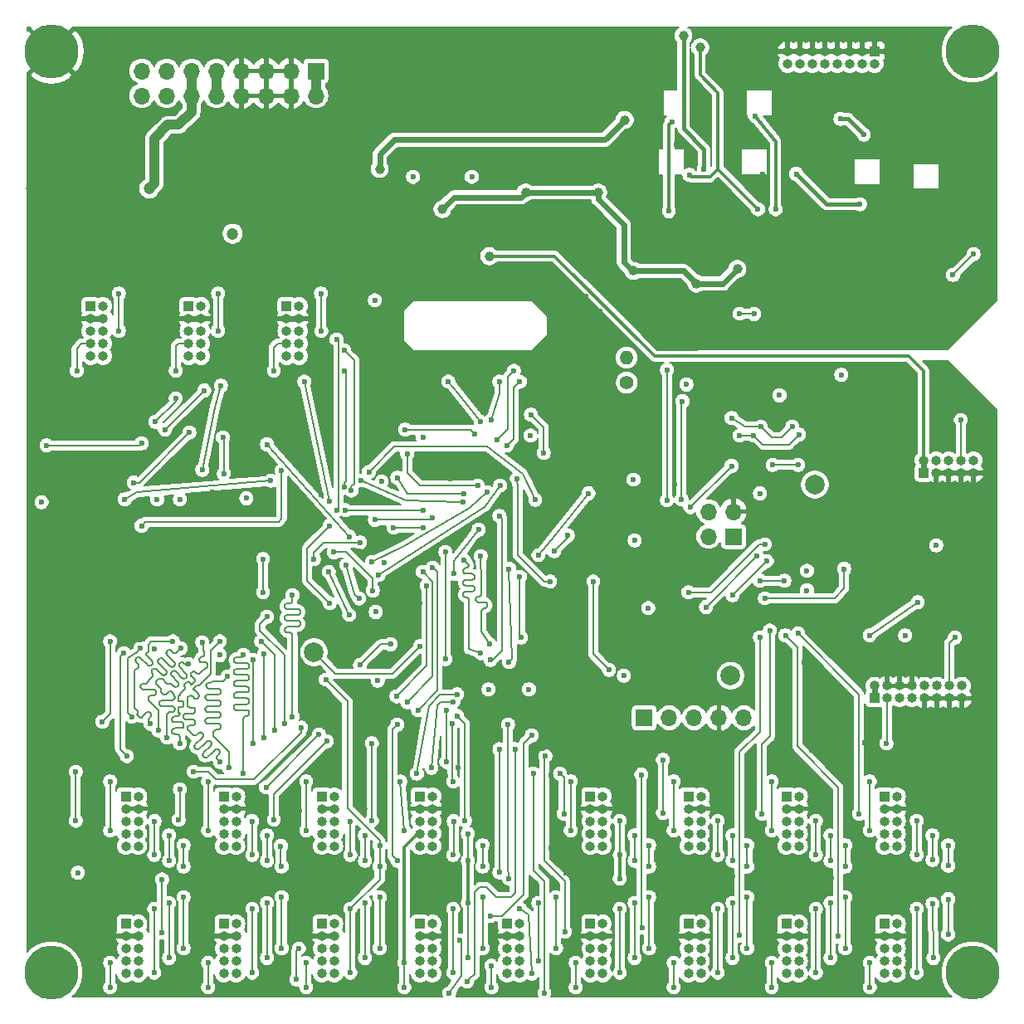
<source format=gbl>
G04 #@! TF.GenerationSoftware,KiCad,Pcbnew,(5.1.4)-1*
G04 #@! TF.CreationDate,2020-02-15T21:13:30+09:00*
G04 #@! TF.ProjectId,main,6d61696e-2e6b-4696-9361-645f70636258,rev?*
G04 #@! TF.SameCoordinates,Original*
G04 #@! TF.FileFunction,Copper,L4,Bot*
G04 #@! TF.FilePolarity,Positive*
%FSLAX46Y46*%
G04 Gerber Fmt 4.6, Leading zero omitted, Abs format (unit mm)*
G04 Created by KiCad (PCBNEW (5.1.4)-1) date 2020-02-15 21:13:30*
%MOMM*%
%LPD*%
G04 APERTURE LIST*
%ADD10C,5.500000*%
%ADD11R,1.000000X1.000000*%
%ADD12O,1.000000X1.000000*%
%ADD13R,1.700000X1.700000*%
%ADD14O,1.700000X1.700000*%
%ADD15C,1.400000*%
%ADD16O,1.400000X1.400000*%
%ADD17C,2.000000*%
%ADD18C,0.600000*%
%ADD19C,1.200000*%
%ADD20C,1.000000*%
%ADD21C,0.600000*%
%ADD22C,0.400000*%
%ADD23C,0.200000*%
%ADD24C,0.300000*%
%ADD25C,1.000000*%
G04 APERTURE END LIST*
D10*
X53000000Y-147000000D03*
X147000000Y-147000000D03*
X147000000Y-53000000D03*
X53000000Y-53000000D03*
D11*
X137000000Y-53000000D03*
D12*
X137000000Y-54270000D03*
X135730000Y-53000000D03*
X135730000Y-54270000D03*
X134460000Y-53000000D03*
X134460000Y-54270000D03*
X133190000Y-53000000D03*
X133190000Y-54270000D03*
X131920000Y-53000000D03*
X131920000Y-54270000D03*
X130650000Y-53000000D03*
X130650000Y-54270000D03*
X129380000Y-53000000D03*
X129380000Y-54270000D03*
X128110000Y-53000000D03*
X128110000Y-54270000D03*
D13*
X122600000Y-102500000D03*
D14*
X120060000Y-102500000D03*
X122600000Y-99960000D03*
X120060000Y-99960000D03*
D12*
X61870000Y-134080000D03*
X60600000Y-134080000D03*
X61870000Y-132810000D03*
X60600000Y-132810000D03*
X61870000Y-131540000D03*
X60600000Y-131540000D03*
X61870000Y-130270000D03*
X60600000Y-130270000D03*
X61870000Y-129000000D03*
D11*
X60600000Y-129000000D03*
D12*
X109270000Y-134080000D03*
X108000000Y-134080000D03*
X109270000Y-132810000D03*
X108000000Y-132810000D03*
X109270000Y-131540000D03*
X108000000Y-131540000D03*
X109270000Y-130270000D03*
X108000000Y-130270000D03*
X109270000Y-129000000D03*
D11*
X108000000Y-129000000D03*
D12*
X61870000Y-147080000D03*
X60600000Y-147080000D03*
X61870000Y-145810000D03*
X60600000Y-145810000D03*
X61870000Y-144540000D03*
X60600000Y-144540000D03*
X61870000Y-143270000D03*
X60600000Y-143270000D03*
X61870000Y-142000000D03*
D11*
X60600000Y-142000000D03*
X108000000Y-142000000D03*
D12*
X109270000Y-142000000D03*
X108000000Y-143270000D03*
X109270000Y-143270000D03*
X108000000Y-144540000D03*
X109270000Y-144540000D03*
X108000000Y-145810000D03*
X109270000Y-145810000D03*
X108000000Y-147080000D03*
X109270000Y-147080000D03*
D11*
X70600000Y-129000000D03*
D12*
X71870000Y-129000000D03*
X70600000Y-130270000D03*
X71870000Y-130270000D03*
X70600000Y-131540000D03*
X71870000Y-131540000D03*
X70600000Y-132810000D03*
X71870000Y-132810000D03*
X70600000Y-134080000D03*
X71870000Y-134080000D03*
X119270000Y-134080000D03*
X118000000Y-134080000D03*
X119270000Y-132810000D03*
X118000000Y-132810000D03*
X119270000Y-131540000D03*
X118000000Y-131540000D03*
X119270000Y-130270000D03*
X118000000Y-130270000D03*
X119270000Y-129000000D03*
D11*
X118000000Y-129000000D03*
X70600000Y-142000000D03*
D12*
X71870000Y-142000000D03*
X70600000Y-143270000D03*
X71870000Y-143270000D03*
X70600000Y-144540000D03*
X71870000Y-144540000D03*
X70600000Y-145810000D03*
X71870000Y-145810000D03*
X70600000Y-147080000D03*
X71870000Y-147080000D03*
D11*
X118000000Y-142000000D03*
D12*
X119270000Y-142000000D03*
X118000000Y-143270000D03*
X119270000Y-143270000D03*
X118000000Y-144540000D03*
X119270000Y-144540000D03*
X118000000Y-145810000D03*
X119270000Y-145810000D03*
X118000000Y-147080000D03*
X119270000Y-147080000D03*
X81870000Y-134080000D03*
X80600000Y-134080000D03*
X81870000Y-132810000D03*
X80600000Y-132810000D03*
X81870000Y-131540000D03*
X80600000Y-131540000D03*
X81870000Y-130270000D03*
X80600000Y-130270000D03*
X81870000Y-129000000D03*
D11*
X80600000Y-129000000D03*
X128000000Y-129000000D03*
D12*
X129270000Y-129000000D03*
X128000000Y-130270000D03*
X129270000Y-130270000D03*
X128000000Y-131540000D03*
X129270000Y-131540000D03*
X128000000Y-132810000D03*
X129270000Y-132810000D03*
X128000000Y-134080000D03*
X129270000Y-134080000D03*
D11*
X80600000Y-142000000D03*
D12*
X81870000Y-142000000D03*
X80600000Y-143270000D03*
X81870000Y-143270000D03*
X80600000Y-144540000D03*
X81870000Y-144540000D03*
X80600000Y-145810000D03*
X81870000Y-145810000D03*
X80600000Y-147080000D03*
X81870000Y-147080000D03*
X129270000Y-147080000D03*
X128000000Y-147080000D03*
X129270000Y-145810000D03*
X128000000Y-145810000D03*
X129270000Y-144540000D03*
X128000000Y-144540000D03*
X129270000Y-143270000D03*
X128000000Y-143270000D03*
X129270000Y-142000000D03*
D11*
X128000000Y-142000000D03*
X142000000Y-96000000D03*
D12*
X142000000Y-94730000D03*
X143270000Y-96000000D03*
X143270000Y-94730000D03*
X144540000Y-96000000D03*
X144540000Y-94730000D03*
X145810000Y-96000000D03*
X145810000Y-94730000D03*
X147080000Y-96000000D03*
X147080000Y-94730000D03*
D11*
X90600000Y-129000000D03*
D12*
X91870000Y-129000000D03*
X90600000Y-130270000D03*
X91870000Y-130270000D03*
X90600000Y-131540000D03*
X91870000Y-131540000D03*
X90600000Y-132810000D03*
X91870000Y-132810000D03*
X90600000Y-134080000D03*
X91870000Y-134080000D03*
X139270000Y-134080000D03*
X138000000Y-134080000D03*
X139270000Y-132810000D03*
X138000000Y-132810000D03*
X139270000Y-131540000D03*
X138000000Y-131540000D03*
X139270000Y-130270000D03*
X138000000Y-130270000D03*
X139270000Y-129000000D03*
D11*
X138000000Y-129000000D03*
X90600000Y-142000000D03*
D12*
X91870000Y-142000000D03*
X90600000Y-143270000D03*
X91870000Y-143270000D03*
X90600000Y-144540000D03*
X91870000Y-144540000D03*
X90600000Y-145810000D03*
X91870000Y-145810000D03*
X90600000Y-147080000D03*
X91870000Y-147080000D03*
X139270000Y-147080000D03*
X138000000Y-147080000D03*
X139270000Y-145810000D03*
X138000000Y-145810000D03*
X139270000Y-144540000D03*
X138000000Y-144540000D03*
X139270000Y-143270000D03*
X138000000Y-143270000D03*
X139270000Y-142000000D03*
D11*
X138000000Y-142000000D03*
D13*
X113500000Y-121000000D03*
D14*
X116040000Y-121000000D03*
X118580000Y-121000000D03*
X121120000Y-121000000D03*
X123660000Y-121000000D03*
D11*
X99500000Y-142000000D03*
D12*
X100770000Y-142000000D03*
X99500000Y-143270000D03*
X100770000Y-143270000D03*
X99500000Y-144540000D03*
X100770000Y-144540000D03*
X99500000Y-145810000D03*
X100770000Y-145810000D03*
X99500000Y-147080000D03*
X100770000Y-147080000D03*
D11*
X57000000Y-79000000D03*
D12*
X58270000Y-79000000D03*
X57000000Y-80270000D03*
X58270000Y-80270000D03*
X57000000Y-81540000D03*
X58270000Y-81540000D03*
X57000000Y-82810000D03*
X58270000Y-82810000D03*
X57000000Y-84080000D03*
X58270000Y-84080000D03*
X145890000Y-117730000D03*
X145890000Y-119000000D03*
X144620000Y-117730000D03*
X144620000Y-119000000D03*
X143350000Y-117730000D03*
X143350000Y-119000000D03*
X142080000Y-117730000D03*
X142080000Y-119000000D03*
X140810000Y-117730000D03*
X140810000Y-119000000D03*
X139540000Y-117730000D03*
X139540000Y-119000000D03*
X138270000Y-117730000D03*
X138270000Y-119000000D03*
X137000000Y-117730000D03*
D11*
X137000000Y-119000000D03*
D13*
X80000000Y-55000000D03*
D14*
X80000000Y-57540000D03*
X77460000Y-55000000D03*
X77460000Y-57540000D03*
X74920000Y-55000000D03*
X74920000Y-57540000D03*
X72380000Y-55000000D03*
X72380000Y-57540000D03*
X69840000Y-55000000D03*
X69840000Y-57540000D03*
X67300000Y-55000000D03*
X67300000Y-57540000D03*
X64760000Y-55000000D03*
X64760000Y-57540000D03*
X62220000Y-55000000D03*
X62220000Y-57540000D03*
D12*
X78270000Y-84080000D03*
X77000000Y-84080000D03*
X78270000Y-82810000D03*
X77000000Y-82810000D03*
X78270000Y-81540000D03*
X77000000Y-81540000D03*
X78270000Y-80270000D03*
X77000000Y-80270000D03*
X78270000Y-79000000D03*
D11*
X77000000Y-79000000D03*
D12*
X68270000Y-84080000D03*
X67000000Y-84080000D03*
X68270000Y-82810000D03*
X67000000Y-82810000D03*
X68270000Y-81540000D03*
X67000000Y-81540000D03*
X68270000Y-80270000D03*
X67000000Y-80270000D03*
X68270000Y-79000000D03*
D11*
X67000000Y-79000000D03*
D15*
X111700000Y-86800000D03*
D16*
X111700000Y-84260000D03*
D17*
X122300000Y-116700000D03*
X130900000Y-97200000D03*
X79800000Y-114300000D03*
D18*
X63800000Y-98700000D03*
X66100000Y-98700000D03*
X72900000Y-98600000D03*
X63500000Y-114000000D03*
X70200000Y-114600000D03*
X52000000Y-99000000D03*
X86000000Y-78400000D03*
X89900000Y-65800000D03*
X95900000Y-65800000D03*
X86700000Y-96900000D03*
X86968257Y-105140780D03*
X86100000Y-110200000D03*
X86300000Y-117200000D03*
X97600000Y-118100000D03*
X101730103Y-118092931D03*
X111400000Y-116700000D03*
X90900000Y-92400000D03*
X101900000Y-92200000D03*
X112400000Y-96700000D03*
X112500000Y-102900000D03*
X113900000Y-109810000D03*
X117800000Y-87000000D03*
X127300000Y-88100000D03*
X133600000Y-86000000D03*
X125300000Y-98100000D03*
X130100000Y-106000000D03*
X130100000Y-108000000D03*
X143300000Y-103400000D03*
X140100000Y-112600000D03*
D19*
X71500000Y-71600000D03*
D18*
X133500000Y-59900000D03*
X135900000Y-61500000D03*
D20*
X86500000Y-65000000D03*
X111500001Y-59999999D03*
D18*
X119600000Y-65000000D03*
X129000000Y-65500000D03*
X135500000Y-68600000D03*
D20*
X117500000Y-51400000D03*
X108800000Y-67400000D03*
X112400000Y-75400000D03*
X118800000Y-76700000D03*
X123000000Y-75200000D03*
X101400000Y-67400000D03*
X92900000Y-69100000D03*
D18*
X98700000Y-86700000D03*
X97900000Y-90600000D03*
X93500000Y-86700000D03*
X96800000Y-90800000D03*
X125100000Y-69100000D03*
X118100000Y-65600000D03*
D20*
X119200000Y-52600000D03*
D19*
X63000000Y-67000000D03*
D20*
X97700000Y-73900000D03*
D18*
X123232806Y-79767194D03*
X124700000Y-79800000D03*
X66500000Y-134000000D03*
X66500000Y-136180000D03*
X76420000Y-134080000D03*
X76500000Y-136180000D03*
X86500000Y-134000000D03*
X86500000Y-136180000D03*
X63500000Y-147000000D03*
X63500000Y-140500000D03*
X73500000Y-140500000D03*
X73500000Y-147000000D03*
X83500000Y-147000000D03*
X83500000Y-140500000D03*
X94000000Y-140500000D03*
X94000000Y-147000000D03*
X97000000Y-136180000D03*
X97000000Y-134000000D03*
X114000000Y-136180000D03*
X114000000Y-134000000D03*
X124000000Y-136180000D03*
X124000000Y-134000000D03*
X134000000Y-136180000D03*
X134000000Y-134000000D03*
X111000000Y-140500000D03*
X111000000Y-147000000D03*
X121000000Y-140500000D03*
X121000000Y-147000000D03*
X131000000Y-140500000D03*
X131000000Y-147000000D03*
X102000000Y-147100000D03*
X81000000Y-117100000D03*
X141300000Y-140500000D03*
X141300000Y-147000000D03*
X144500000Y-136100000D03*
X144500000Y-134000000D03*
X100800000Y-140500000D03*
X65000000Y-133000000D03*
X65000000Y-135590000D03*
X75000000Y-133000000D03*
X75000000Y-135590000D03*
X85000000Y-133000000D03*
X85000000Y-135590000D03*
X65000000Y-145500000D03*
X65000000Y-139910000D03*
X75000000Y-145500000D03*
X75000000Y-139910000D03*
X85000000Y-145500000D03*
X85000000Y-139910000D03*
X95500000Y-132810000D03*
X95500000Y-135590000D03*
X112500000Y-135590000D03*
X112500000Y-133000000D03*
X122500000Y-135590000D03*
X122500000Y-133000000D03*
X132500000Y-135590000D03*
X132500000Y-133000000D03*
X95500000Y-139910000D03*
X95500000Y-145500000D03*
X112500000Y-139910000D03*
X112500000Y-145500000D03*
X122500000Y-139910000D03*
X122500000Y-145500000D03*
X132500000Y-139910000D03*
X132500000Y-145500000D03*
X102700000Y-145800000D03*
X102690000Y-139910000D03*
X88300000Y-121700000D03*
X88310000Y-135590000D03*
X142900000Y-140000000D03*
X143000000Y-145500000D03*
X142900000Y-135500000D03*
X142900000Y-133000000D03*
X59000000Y-127500000D03*
X69000000Y-127500000D03*
X69000000Y-132500000D03*
X59000000Y-132500000D03*
X79000000Y-127500000D03*
X79000000Y-132500000D03*
X89000000Y-132500000D03*
X59000000Y-146000000D03*
X59000000Y-148500000D03*
X69000000Y-146000000D03*
X69000000Y-148500000D03*
X79000000Y-146000000D03*
X79000000Y-148500000D03*
X89000000Y-146000000D03*
X89000000Y-148500000D03*
X106000000Y-132500000D03*
X106000000Y-127500000D03*
X116500000Y-127500000D03*
X116500000Y-132500000D03*
X126500000Y-127500000D03*
X126500000Y-132500000D03*
X136500000Y-127500000D03*
X136500000Y-132500000D03*
X106500000Y-148500000D03*
X106500000Y-146000000D03*
X116500000Y-148500000D03*
X116500000Y-146000000D03*
X126500000Y-148500000D03*
X126500000Y-146000000D03*
X136500000Y-148500000D03*
X136500000Y-146000000D03*
X97900000Y-148500000D03*
X93900000Y-121600000D03*
X94000000Y-127500000D03*
X97900000Y-146300000D03*
X88600000Y-127500000D03*
X94040000Y-131540000D03*
X94000000Y-135000000D03*
X73500000Y-135000000D03*
X73460000Y-131540000D03*
X63500000Y-135000000D03*
X63540000Y-131540000D03*
X83460000Y-131540000D03*
X83500000Y-135000000D03*
X66500000Y-144500000D03*
X66500000Y-139320000D03*
X76500000Y-144500000D03*
X76500000Y-139320000D03*
X86500000Y-144500000D03*
X86500000Y-139320000D03*
X111000000Y-135000000D03*
X111000000Y-131500000D03*
X121000000Y-135000000D03*
X121000000Y-131500000D03*
X131000000Y-135000000D03*
X131000000Y-131500000D03*
X97000000Y-139320000D03*
X97000000Y-144500000D03*
X114000000Y-139320000D03*
X114000000Y-144500000D03*
X124000000Y-139320000D03*
X124000000Y-144500000D03*
X134000000Y-139320000D03*
X134000000Y-144500000D03*
X104500000Y-144500000D03*
X104480000Y-139320000D03*
X94400000Y-120800000D03*
X95200000Y-131500000D03*
X144500000Y-143100000D03*
X144500000Y-139500000D03*
X141300000Y-135000000D03*
X141300000Y-131500000D03*
X111000000Y-137400000D03*
X78500000Y-122000000D03*
X67500000Y-126500000D03*
X55500000Y-126500000D03*
X55500000Y-131500000D03*
X104900000Y-126700000D03*
X105300000Y-130800000D03*
X98700000Y-124200000D03*
X98700000Y-136770000D03*
X55700000Y-136800000D03*
X105400000Y-142800000D03*
X103400000Y-124900000D03*
X80300000Y-122700000D03*
X74900000Y-128100000D03*
X66100000Y-128300000D03*
X66000000Y-131400000D03*
X115400000Y-125300000D03*
X115400000Y-130700000D03*
X99675736Y-137400000D03*
X64300000Y-142900000D03*
X99600000Y-121700000D03*
X64301397Y-137498603D03*
X113200000Y-126800000D03*
X113300000Y-142400000D03*
X81100000Y-123400000D03*
X75700000Y-131400000D03*
X126300000Y-112100000D03*
X125500000Y-130800000D03*
X100300000Y-124200000D03*
X78000000Y-147700000D03*
X78252500Y-144540000D03*
X95410000Y-147910000D03*
X125300000Y-112800000D03*
X123200000Y-143200000D03*
X122500000Y-108500000D03*
X126000000Y-105000000D03*
X125000000Y-104500000D03*
X119800000Y-109700000D03*
X145800000Y-90600000D03*
X125800000Y-103300000D03*
X118000000Y-108200000D03*
X85700000Y-123600000D03*
X85700000Y-131500000D03*
X129200000Y-112400000D03*
X135400000Y-130800000D03*
X102000000Y-122800000D03*
X97800000Y-141200000D03*
X127900000Y-112600000D03*
X133300000Y-143300000D03*
X103900000Y-107100000D03*
X109900000Y-116100000D03*
X108300000Y-107100000D03*
X100500000Y-96600000D03*
X103300000Y-149100000D03*
X94700000Y-143700000D03*
X93600000Y-149100000D03*
X102200000Y-126700000D03*
X82100000Y-99800000D03*
X82100000Y-82400000D03*
X70000000Y-77700000D03*
X70000000Y-81500000D03*
X59900000Y-77700000D03*
X59900000Y-81500000D03*
X80540000Y-81540000D03*
X80500000Y-77700000D03*
X82890010Y-97500000D03*
X82890010Y-85600000D03*
X75700000Y-85600000D03*
X65700000Y-85600000D03*
X55600000Y-85600000D03*
X82890010Y-83500000D03*
X83617725Y-97807489D03*
X145200000Y-112800000D03*
X138200000Y-123600000D03*
X100800000Y-86700000D03*
X99500000Y-93200000D03*
X100200000Y-85600000D03*
X98500000Y-92600000D03*
X115800000Y-98800000D03*
X115800000Y-85500000D03*
X117300000Y-98700000D03*
X117400000Y-88700000D03*
X116300000Y-60200000D03*
X116000000Y-69300000D03*
X123200000Y-92200000D03*
X124665000Y-92196937D03*
X129300000Y-92100000D03*
X125400000Y-91300000D03*
X128600000Y-91300000D03*
X122400000Y-90400000D03*
X145000000Y-75800000D03*
X147100000Y-73700000D03*
X118200000Y-99500000D03*
X122400000Y-95300000D03*
X126600000Y-95200000D03*
X129200000Y-95200000D03*
X125300000Y-107000000D03*
X127800000Y-107000000D03*
X125800000Y-108800000D03*
X133900000Y-105800000D03*
X90600000Y-113700000D03*
X64600000Y-91600000D03*
X68600000Y-87600000D03*
X63600000Y-90800000D03*
X65700000Y-88400000D03*
X103250000Y-93950000D03*
X101932799Y-90067201D03*
X97500000Y-98000000D03*
X85700000Y-105100000D03*
X86400000Y-106400000D03*
X98800000Y-97300000D03*
X61400000Y-97000000D03*
X67100000Y-91900000D03*
X89100000Y-91600000D03*
X96200000Y-92000000D03*
X52500000Y-93200000D03*
X62200000Y-93000000D03*
X75000000Y-93100000D03*
X83400000Y-102500000D03*
X74600000Y-104810000D03*
X84500000Y-103100000D03*
X79790000Y-104810000D03*
X74600000Y-108200000D03*
X90400000Y-120200000D03*
X91900000Y-105700000D03*
X89300000Y-119400000D03*
X90900000Y-106100000D03*
X94100000Y-106300000D03*
X96600000Y-101800000D03*
X88200000Y-118800000D03*
X91300000Y-107500000D03*
X68400000Y-95700000D03*
X81400000Y-98900000D03*
X81400000Y-101400000D03*
X81400000Y-109300000D03*
X70300000Y-87100000D03*
X78800000Y-86700000D03*
X85800000Y-108000000D03*
X81800000Y-104100000D03*
X84417201Y-108817201D03*
X83100000Y-105400000D03*
X83400000Y-110500000D03*
X81300000Y-106100000D03*
X77600000Y-120900000D03*
X77600000Y-108500000D03*
X61200000Y-120900000D03*
X62100000Y-113900000D03*
X65400000Y-113200000D03*
X76800000Y-121600000D03*
X75000000Y-110700000D03*
X63100000Y-121600000D03*
X66200000Y-113900000D03*
X63900000Y-122300000D03*
X75800000Y-122300000D03*
X74400000Y-113200000D03*
X64800000Y-123000000D03*
X74700000Y-123000000D03*
X74700000Y-114500000D03*
X67000000Y-115500000D03*
X66100000Y-123600000D03*
X73600000Y-123600000D03*
X73600000Y-115100000D03*
X68400000Y-113300000D03*
X70200000Y-113200000D03*
X70200000Y-125500000D03*
X93300000Y-125490000D03*
X93300000Y-120200000D03*
X71100000Y-126090000D03*
X94000000Y-119400000D03*
X71000000Y-116800000D03*
X91790000Y-126090000D03*
X72600000Y-126700000D03*
X94400000Y-118600000D03*
X72600000Y-114600000D03*
X90300000Y-126700000D03*
X90900000Y-99800000D03*
X95100000Y-104900000D03*
X83000000Y-99800000D03*
X96800000Y-114400000D03*
X70600000Y-96100000D03*
X70500000Y-92400000D03*
X89300000Y-94100000D03*
X96500000Y-97300000D03*
X98700000Y-100400000D03*
X97800000Y-115100000D03*
X59000000Y-113200000D03*
X58200000Y-121400000D03*
X96800000Y-104500000D03*
X97700000Y-113500000D03*
X99700000Y-115300000D03*
X99700000Y-105800000D03*
X60700000Y-124900000D03*
X60400000Y-114400000D03*
X100900000Y-112800000D03*
X91900000Y-100600000D03*
X100800000Y-106600000D03*
X86000000Y-100800000D03*
X90900000Y-101600000D03*
X93200000Y-104100000D03*
X93200000Y-115000000D03*
X87900000Y-101600000D03*
X141400000Y-109200000D03*
X136500000Y-112600000D03*
X60500000Y-98700000D03*
X95000000Y-99000000D03*
X75400000Y-96800000D03*
X84600000Y-96800000D03*
X105700000Y-102400000D03*
X104300000Y-104000000D03*
X95100000Y-98100000D03*
X88300000Y-96500000D03*
X62200000Y-101400000D03*
X76500000Y-95800000D03*
X85400000Y-95900000D03*
X102374264Y-98750000D03*
X102700000Y-104400000D03*
X107800000Y-98100000D03*
X101340000Y-94118378D03*
X101000000Y-90490010D03*
X127000000Y-91500000D03*
X139500000Y-68600000D03*
X139100000Y-62600000D03*
X84600000Y-114300000D03*
X84100000Y-109800000D03*
X90600000Y-109300000D03*
X73400000Y-113000000D03*
X71800000Y-113000000D03*
X67000000Y-113100000D03*
X62100000Y-113000000D03*
X84700000Y-97700000D03*
X80500000Y-98200000D03*
X69400000Y-98000000D03*
X64800000Y-95900000D03*
X52500000Y-95400000D03*
X75500000Y-95800000D03*
X52600000Y-113100000D03*
X84400000Y-104000000D03*
X91200000Y-104200000D03*
X87800000Y-97400000D03*
X93700000Y-96600000D03*
X90600000Y-90700000D03*
X115900000Y-100100000D03*
X115800000Y-103500000D03*
X116600000Y-97200000D03*
X109400000Y-104200000D03*
X109200000Y-109200000D03*
X110500000Y-120400000D03*
X109600000Y-122400000D03*
X101900000Y-121500000D03*
X97000000Y-121400000D03*
X96200000Y-115400000D03*
X115700000Y-109000000D03*
X96000000Y-86600000D03*
X127300000Y-85800000D03*
X126400000Y-79800000D03*
X130600000Y-82300000D03*
X123100000Y-82600000D03*
X112800000Y-73400000D03*
X117100000Y-73400000D03*
X134200000Y-110400000D03*
X140700000Y-104500000D03*
X88000000Y-63600000D03*
X94200000Y-57800000D03*
X95100000Y-64700000D03*
X122000000Y-61000000D03*
X128000000Y-61600000D03*
X116800000Y-62500000D03*
X119500000Y-61500000D03*
X134800000Y-72300000D03*
X143800000Y-73400000D03*
X147600000Y-65500000D03*
X130700000Y-64600000D03*
X101800000Y-115300000D03*
X107500000Y-73100000D03*
X107600000Y-71400000D03*
X105400000Y-71900000D03*
X100200000Y-70300000D03*
X125600000Y-65500000D03*
X127800000Y-65300000D03*
X70100000Y-116300000D03*
X56500000Y-90500000D03*
X55000000Y-92500000D03*
X58000000Y-92500000D03*
X60000000Y-90500000D03*
X55000000Y-94000000D03*
X55000000Y-95500000D03*
X56500000Y-94000000D03*
X52500000Y-92000000D03*
X55000000Y-80500000D03*
X69000000Y-86500000D03*
X61000000Y-86500000D03*
X56000000Y-88000000D03*
X67000000Y-102500000D03*
X68500000Y-102500000D03*
X72000000Y-102000000D03*
X75500000Y-98500000D03*
X78500000Y-102000000D03*
X80500000Y-100500000D03*
X77500000Y-97500000D03*
X61000000Y-84000000D03*
X64500000Y-84000000D03*
X70500000Y-84000000D03*
X74500000Y-84000000D03*
X81000000Y-84500000D03*
X81500000Y-87000000D03*
X85000000Y-87000000D03*
X85000000Y-83500000D03*
X92000000Y-87000000D03*
X105000000Y-89500000D03*
X103000000Y-87500000D03*
X106000000Y-86000000D03*
X108000000Y-88000000D03*
X107500000Y-78000000D03*
X109000000Y-79500000D03*
X111500000Y-79000000D03*
X115500000Y-82500000D03*
X121000000Y-82500000D03*
X122000000Y-80500000D03*
X115500000Y-76500000D03*
X111000000Y-76000000D03*
X109000000Y-77000000D03*
X124500000Y-83000000D03*
X129500000Y-83000000D03*
X129500000Y-85000000D03*
X124500000Y-85000000D03*
X140500000Y-89500000D03*
X144000000Y-89500000D03*
X132000000Y-94000000D03*
X135500000Y-98000000D03*
X127000000Y-99500000D03*
X128000000Y-101500000D03*
X131600000Y-101700000D03*
X130600000Y-99800000D03*
X140400000Y-94800000D03*
X140400000Y-99800000D03*
X135500000Y-105000000D03*
X127000000Y-106000000D03*
X129000000Y-106000000D03*
X141500000Y-102000000D03*
X138500000Y-102000000D03*
X137500000Y-110500000D03*
X141500000Y-110500000D03*
X141500000Y-107000000D03*
X137500000Y-107000000D03*
X134000000Y-137300000D03*
X132600000Y-137300000D03*
X124000000Y-137200000D03*
X122500000Y-137200000D03*
X114400000Y-137200000D03*
X112300000Y-136900000D03*
X105500000Y-136800000D03*
X104100000Y-137400000D03*
X102100000Y-138600000D03*
X104000000Y-126800000D03*
X103100000Y-124100000D03*
X104000000Y-134300000D03*
X106000000Y-134300000D03*
X97900000Y-134400000D03*
X96300000Y-131600000D03*
X97900000Y-125600000D03*
X95900000Y-126900000D03*
X96400000Y-123500000D03*
X97800000Y-124100000D03*
X94500000Y-126100000D03*
X93200000Y-126900000D03*
X78300000Y-130500000D03*
X77900000Y-134300000D03*
X64800000Y-128200000D03*
X68000000Y-134400000D03*
X56600000Y-137600000D03*
X62600000Y-139400000D03*
X58200000Y-122800000D03*
X61900000Y-122600000D03*
X57400000Y-118700000D03*
X53800000Y-114000000D03*
X69100000Y-125700000D03*
X59300000Y-125500000D03*
X63600000Y-136000000D03*
X115700000Y-117300000D03*
X115200000Y-115900000D03*
X127100000Y-121600000D03*
X128200000Y-115500000D03*
X129800000Y-115300000D03*
X134500000Y-120100000D03*
X142400000Y-115600000D03*
X133600000Y-115400000D03*
X144100000Y-112700000D03*
X118500000Y-95000000D03*
X121600000Y-91800000D03*
X113100000Y-91900000D03*
X113300000Y-88200000D03*
X107500000Y-114900000D03*
X109200000Y-113800000D03*
X104600000Y-113600000D03*
X107400000Y-111000000D03*
X107400000Y-108000000D03*
X101700000Y-109100000D03*
X104500000Y-105900000D03*
X108500000Y-99700000D03*
X108900000Y-97400000D03*
X105600000Y-99700000D03*
X101400000Y-100400000D03*
X103500000Y-102100000D03*
X101600000Y-102500000D03*
X99800000Y-102200000D03*
X99500000Y-99200000D03*
X97700000Y-102900000D03*
X99800000Y-104400000D03*
X97900000Y-105400000D03*
X97800000Y-107900000D03*
X94400000Y-113800000D03*
X94200000Y-109500000D03*
D20*
X143000000Y-130500000D03*
X140000000Y-124500000D03*
X133100000Y-79800000D03*
X141200000Y-82600000D03*
X141500000Y-77000000D03*
X134000000Y-77000000D03*
X141500000Y-69500000D03*
X139500000Y-65500000D03*
X148500000Y-57500000D03*
X142500000Y-51000000D03*
X148500000Y-60500000D03*
X114000000Y-64700000D03*
X108500000Y-60000000D03*
X108500000Y-65000000D03*
X106000000Y-60000000D03*
X101000000Y-65500000D03*
X88500000Y-65500000D03*
X85000000Y-51500000D03*
X52000000Y-58000000D03*
X52000000Y-76500000D03*
X62000000Y-76500000D03*
X73500000Y-76500000D03*
X82500000Y-75500000D03*
X129100000Y-70800000D03*
X122000000Y-73500000D03*
X122000000Y-70000000D03*
D18*
X131500000Y-75500000D03*
X132000000Y-72500000D03*
D20*
X101000000Y-77000000D03*
X89500000Y-77000000D03*
X64800000Y-131800000D03*
X74600000Y-130800000D03*
X84800000Y-130300000D03*
D18*
X115600000Y-134000000D03*
X111600000Y-130100000D03*
X125600000Y-134000000D03*
X121600000Y-130200000D03*
X135700000Y-134200000D03*
X131300000Y-130100000D03*
X136000000Y-123500000D03*
X131900000Y-125500000D03*
X130600000Y-124300000D03*
X128800000Y-125200000D03*
X116600000Y-125350000D03*
X127450000Y-123700000D03*
X131000000Y-121700000D03*
X134550000Y-121650000D03*
X140000000Y-120450000D03*
X130800000Y-92450000D03*
X134100000Y-87950000D03*
D20*
X121500000Y-51000000D03*
X97600000Y-70000000D03*
X94950000Y-59950000D03*
X94450000Y-66500000D03*
X89450000Y-84600000D03*
D18*
X79800000Y-116800000D03*
X104350000Y-128300000D03*
X122150000Y-96950000D03*
D20*
X66450000Y-146850000D03*
X75950000Y-146950000D03*
X86550000Y-146450000D03*
X104650000Y-146700000D03*
D18*
X96950000Y-147500000D03*
D20*
X113900000Y-146950000D03*
X123950000Y-146850000D03*
X134200000Y-146850000D03*
X57350000Y-148900000D03*
X138050000Y-148900000D03*
D18*
X92400000Y-149300000D03*
X104550000Y-149300000D03*
X143400000Y-63750000D03*
X140850000Y-60450000D03*
X127050000Y-59100000D03*
D20*
X136500000Y-85500000D03*
X143400000Y-85800000D03*
X148500000Y-90000000D03*
X148500000Y-99500000D03*
X148500000Y-106000000D03*
X148500000Y-115000000D03*
X148500000Y-133500000D03*
X148500000Y-141500000D03*
X143000000Y-149000000D03*
X53000000Y-117000000D03*
X53000000Y-127500000D03*
X53000000Y-131000000D03*
X53000000Y-139000000D03*
X58000000Y-134500000D03*
D18*
X55000000Y-117500000D03*
X124300000Y-125300000D03*
X55400000Y-103900000D03*
X63800000Y-103900000D03*
X52100000Y-108300000D03*
X73600000Y-108750000D03*
D20*
X141000000Y-58250000D03*
X148500000Y-74700000D03*
X68000000Y-63000000D03*
X68800000Y-67000000D03*
X68800000Y-69500000D03*
D19*
X80100000Y-67500000D03*
D20*
X88600000Y-70500000D03*
D19*
X85000000Y-61600000D03*
X55500000Y-62500000D03*
X55500000Y-71500000D03*
X51500000Y-62500000D03*
X51500000Y-71500000D03*
X59500000Y-62500000D03*
X59500000Y-71500000D03*
X59500000Y-67000000D03*
X51000000Y-67000000D03*
D20*
X71500000Y-51500000D03*
X61000000Y-51500000D03*
X97500000Y-54000000D03*
X102000000Y-55000000D03*
X108000000Y-55500000D03*
D18*
X131500000Y-56000000D03*
X111000000Y-58000000D03*
X133500000Y-56500000D03*
X127500000Y-57700000D03*
X119100000Y-58300000D03*
X134200000Y-58400000D03*
X136800000Y-55500000D03*
X114600000Y-60100000D03*
D19*
X87800000Y-58100000D03*
D18*
X126900000Y-69100000D03*
X124800000Y-59600000D03*
X84500000Y-115600000D03*
X87600000Y-113500000D03*
D21*
X137000000Y-119000000D02*
X137000000Y-117730000D01*
D22*
X133500000Y-59900000D02*
X134300000Y-59900000D01*
X134300000Y-59900000D02*
X135900000Y-61500000D01*
D21*
X86500000Y-63500000D02*
X88000000Y-62000000D01*
X86500000Y-65000000D02*
X86500000Y-63500000D01*
X109500000Y-62000000D02*
X111500001Y-59999999D01*
X88000000Y-62000000D02*
X109500000Y-62000000D01*
D22*
X129000000Y-65500000D02*
X132100000Y-68600000D01*
X132100000Y-68600000D02*
X135500000Y-68600000D01*
X119600000Y-63000000D02*
X119600000Y-65000000D01*
X117500000Y-60900000D02*
X119600000Y-63000000D01*
X117500000Y-51400000D02*
X117500000Y-60900000D01*
D21*
X108800000Y-68107106D02*
X111400000Y-70707106D01*
X108800000Y-67400000D02*
X108800000Y-68107106D01*
X111400000Y-70707106D02*
X111400000Y-74500000D01*
X111400000Y-74500000D02*
X112300000Y-75400000D01*
X112300000Y-75400000D02*
X112400000Y-75400000D01*
X112400000Y-75400000D02*
X117500000Y-75400000D01*
X117500000Y-75400000D02*
X118800000Y-76700000D01*
X118800000Y-76700000D02*
X121500000Y-76700000D01*
X121500000Y-76700000D02*
X123000000Y-75200000D01*
X101400000Y-67400000D02*
X108800000Y-67400000D01*
X94100001Y-67899999D02*
X92900000Y-69100000D01*
X101400000Y-67400000D02*
X100900001Y-67899999D01*
X100900001Y-67899999D02*
X94100001Y-67899999D01*
D23*
X98700000Y-87200000D02*
X98700000Y-86700000D01*
X97900000Y-90600000D02*
X98700000Y-87900000D01*
X98700000Y-87900000D02*
X98700000Y-87200000D01*
X94500000Y-87900000D02*
X93500000Y-86700000D01*
X96800000Y-90800000D02*
X94500000Y-87900000D01*
D24*
X121000000Y-65000000D02*
X125100000Y-69100000D01*
X120200000Y-65800000D02*
X121000000Y-65000000D01*
X118100000Y-65600000D02*
X118300000Y-65800000D01*
X118300000Y-65800000D02*
X120200000Y-65800000D01*
X119200000Y-55400000D02*
X121000000Y-57200000D01*
X121000000Y-57200000D02*
X121000000Y-63600000D01*
X119200000Y-52600000D02*
X119200000Y-55400000D01*
X121000000Y-63600000D02*
X121000000Y-65000000D01*
D21*
X142000000Y-96000000D02*
X142000000Y-94730000D01*
D24*
X104347202Y-73900000D02*
X114547202Y-84100000D01*
X97700000Y-73900000D02*
X104347202Y-73900000D01*
X114547202Y-84100000D02*
X140500000Y-84100000D01*
X142000000Y-85600000D02*
X142000000Y-94730000D01*
X140500000Y-84100000D02*
X142000000Y-85600000D01*
D23*
X123232806Y-79767194D02*
X124667194Y-79767194D01*
X124667194Y-79767194D02*
X124700000Y-79800000D01*
X66500000Y-134000000D02*
X66500000Y-136180000D01*
X76420000Y-134080000D02*
X76420000Y-136100000D01*
X76420000Y-136100000D02*
X76500000Y-136180000D01*
X86500000Y-134000000D02*
X86500000Y-136180000D01*
X63500000Y-147000000D02*
X63500000Y-140500000D01*
X73500000Y-140500000D02*
X73500000Y-147000000D01*
X83500000Y-147000000D02*
X83500000Y-140500000D01*
X94000000Y-140500000D02*
X94000000Y-147000000D01*
X97000000Y-136180000D02*
X97000000Y-134000000D01*
X114000000Y-136180000D02*
X114000000Y-134000000D01*
X124000000Y-136180000D02*
X124000000Y-134000000D01*
X134000000Y-136180000D02*
X134000000Y-134000000D01*
X111000000Y-140500000D02*
X111000000Y-147000000D01*
X121000000Y-140500000D02*
X121000000Y-147000000D01*
X131000000Y-140500000D02*
X131000000Y-147000000D01*
X83500000Y-140500000D02*
X86500000Y-137500000D01*
X141300000Y-140500000D02*
X141300000Y-147000000D01*
X144500000Y-136100000D02*
X144500000Y-134000000D01*
X101700000Y-141100000D02*
X102000000Y-147100000D01*
X100800000Y-140500000D02*
X101700000Y-141100000D01*
X83200000Y-119300000D02*
X81000000Y-117100000D01*
X83200000Y-130200000D02*
X83200000Y-119300000D01*
X86500000Y-134000000D02*
X86500000Y-133500000D01*
X86500000Y-133500000D02*
X83200000Y-130200000D01*
X86500000Y-137500000D02*
X86500000Y-136180000D01*
X65000000Y-133000000D02*
X65000000Y-135590000D01*
X75000000Y-133000000D02*
X75000000Y-135590000D01*
X85000000Y-133000000D02*
X85000000Y-135590000D01*
X65000000Y-145500000D02*
X65000000Y-139910000D01*
X75000000Y-145500000D02*
X75000000Y-139910000D01*
X85000000Y-145500000D02*
X85000000Y-139910000D01*
X95500000Y-132810000D02*
X95500000Y-135590000D01*
X112500000Y-135590000D02*
X112500000Y-133000000D01*
X122500000Y-135590000D02*
X122500000Y-133000000D01*
X132500000Y-135590000D02*
X132500000Y-133000000D01*
X95500000Y-139910000D02*
X95500000Y-145500000D01*
X112500000Y-139910000D02*
X112500000Y-145500000D01*
X122500000Y-139910000D02*
X122500000Y-145500000D01*
X132500000Y-139910000D02*
X132500000Y-145500000D01*
X102700000Y-139920000D02*
X102690000Y-139910000D01*
X102700000Y-145800000D02*
X102700000Y-139920000D01*
X142900000Y-140000000D02*
X143000000Y-145500000D01*
X142900000Y-135500000D02*
X142900000Y-133000000D01*
X87800000Y-135080000D02*
X88310000Y-135590000D01*
X88300000Y-121700000D02*
X87800000Y-122200000D01*
X87800000Y-122200000D02*
X87800000Y-135080000D01*
D24*
X95500000Y-139910000D02*
X95500000Y-135590000D01*
D23*
X69000000Y-127500000D02*
X69000000Y-132500000D01*
X59000000Y-132500000D02*
X59000000Y-127500000D01*
X79000000Y-127500000D02*
X79000000Y-131210000D01*
X79000000Y-131210000D02*
X79000000Y-132500000D01*
X59000000Y-146000000D02*
X59000000Y-148500000D01*
X69000000Y-146000000D02*
X69000000Y-148500000D01*
X79000000Y-146000000D02*
X79000000Y-148500000D01*
X89000000Y-146000000D02*
X89000000Y-148500000D01*
X106000000Y-132500000D02*
X106000000Y-127500000D01*
X116500000Y-127500000D02*
X116500000Y-131310000D01*
X116500000Y-131310000D02*
X116500000Y-132500000D01*
X126500000Y-127500000D02*
X126500000Y-132500000D01*
X136500000Y-127500000D02*
X136500000Y-132500000D01*
X106500000Y-148500000D02*
X106500000Y-146000000D01*
X116500000Y-148500000D02*
X116500000Y-146000000D01*
X126500000Y-148500000D02*
X126500000Y-146000000D01*
X136500000Y-148500000D02*
X136500000Y-146000000D01*
X93900000Y-127400000D02*
X94000000Y-127500000D01*
X93900000Y-121600000D02*
X93900000Y-127400000D01*
X97900000Y-146300000D02*
X97900000Y-148500000D01*
D24*
X90600000Y-132810000D02*
X90390000Y-132810000D01*
X90390000Y-132810000D02*
X89000000Y-134200000D01*
D23*
X88600000Y-127500000D02*
X89000000Y-132500000D01*
X94040000Y-131540000D02*
X94040000Y-134960000D01*
X94040000Y-134960000D02*
X94000000Y-135000000D01*
X73460000Y-131540000D02*
X73500000Y-135000000D01*
X63540000Y-131540000D02*
X63500000Y-135000000D01*
X83460000Y-131540000D02*
X83500000Y-135000000D01*
X66500000Y-144500000D02*
X66500000Y-139320000D01*
X76500000Y-144500000D02*
X76500000Y-139320000D01*
X86500000Y-144500000D02*
X86500000Y-139320000D01*
X111000000Y-135000000D02*
X111000000Y-131500000D01*
X121000000Y-135000000D02*
X121000000Y-131500000D01*
X131000000Y-135000000D02*
X131000000Y-131500000D01*
X97000000Y-139320000D02*
X97000000Y-144500000D01*
X114000000Y-139320000D02*
X114000000Y-144500000D01*
X124000000Y-139320000D02*
X124000000Y-144500000D01*
X134000000Y-139320000D02*
X134000000Y-144500000D01*
X104500000Y-139340000D02*
X104480000Y-139320000D01*
X104500000Y-144500000D02*
X104500000Y-139340000D01*
X95200000Y-122026798D02*
X95200000Y-131500000D01*
X94400000Y-120800000D02*
X95200000Y-121600000D01*
X95200000Y-121600000D02*
X95200000Y-122026798D01*
X144500000Y-139500000D02*
X144500000Y-143100000D01*
X141300000Y-135000000D02*
X141300000Y-131500000D01*
D24*
X111000000Y-135000000D02*
X111000000Y-137400000D01*
D23*
X55500000Y-126500000D02*
X55500000Y-131500000D01*
X69000000Y-126500000D02*
X67500000Y-126500000D01*
X69800000Y-127300000D02*
X69000000Y-126500000D01*
X73700000Y-127300000D02*
X69800000Y-127300000D01*
X78500000Y-122000000D02*
X78500000Y-122500000D01*
X78500000Y-122500000D02*
X73700000Y-127300000D01*
X104900000Y-126700000D02*
X105300000Y-127100000D01*
X105300000Y-127100000D02*
X105300000Y-130800000D01*
X98700000Y-124200000D02*
X98700000Y-136770000D01*
D25*
X69840000Y-57540000D02*
X69840000Y-55000000D01*
X80000000Y-57540000D02*
X80000000Y-55000000D01*
X67300000Y-59200000D02*
X67300000Y-57540000D01*
X66000000Y-60500000D02*
X67300000Y-59200000D01*
X64900000Y-60500000D02*
X66000000Y-60500000D01*
X63500000Y-61900000D02*
X64900000Y-60500000D01*
X63000000Y-67000000D02*
X63500000Y-66500000D01*
X63500000Y-66500000D02*
X63500000Y-61900000D01*
X67300000Y-57540000D02*
X67300000Y-55000000D01*
D24*
X89000000Y-134200000D02*
X89000000Y-146000000D01*
D23*
X103300000Y-135600000D02*
X105400000Y-137700000D01*
X103400000Y-124900000D02*
X103300000Y-125000000D01*
X103300000Y-125000000D02*
X103300000Y-135600000D01*
X105400000Y-139366798D02*
X105400000Y-142800000D01*
X105400000Y-137700000D02*
X105400000Y-139366798D01*
X80300000Y-122700000D02*
X74900000Y-128100000D01*
X66100000Y-128300000D02*
X66100000Y-131300000D01*
X66100000Y-131300000D02*
X66000000Y-131400000D01*
X115400000Y-125300000D02*
X115400000Y-130700000D01*
X99600000Y-136100000D02*
X99675736Y-137400000D01*
X99600000Y-121700000D02*
X99600000Y-136100000D01*
X64300000Y-139200000D02*
X64300000Y-142900000D01*
X64301397Y-137498603D02*
X64300000Y-139200000D01*
X113200000Y-142300000D02*
X113300000Y-142400000D01*
X113200000Y-126800000D02*
X113200000Y-142300000D01*
X81100000Y-123400000D02*
X76100000Y-128400000D01*
X76100000Y-128400000D02*
X75700000Y-128800000D01*
X75700000Y-128800000D02*
X75700000Y-131400000D01*
X126300000Y-122900000D02*
X126300000Y-112100000D01*
X125500000Y-130800000D02*
X125500000Y-123700000D01*
X125500000Y-123700000D02*
X126300000Y-122900000D01*
X78000000Y-147700000D02*
X78000000Y-144792500D01*
X78000000Y-144792500D02*
X78252500Y-144540000D01*
X100400000Y-124300000D02*
X100300000Y-124200000D01*
X95709999Y-147610001D02*
X95410000Y-147910000D01*
X96200000Y-138800000D02*
X96200000Y-147120000D01*
X100300000Y-138900000D02*
X99900000Y-139300000D01*
X100300000Y-124200000D02*
X100300000Y-138900000D01*
X99900000Y-139300000D02*
X98400000Y-139300000D01*
X98400000Y-139300000D02*
X97400000Y-138300000D01*
X97400000Y-138300000D02*
X96700000Y-138300000D01*
X96200000Y-147120000D02*
X95709999Y-147610001D01*
X96700000Y-138300000D02*
X96200000Y-138800000D01*
X125300000Y-112800000D02*
X125300000Y-122400000D01*
X125300000Y-122400000D02*
X123200000Y-124500000D01*
X123200000Y-124500000D02*
X123200000Y-143200000D01*
X122500000Y-108500000D02*
X126000000Y-105000000D01*
X119800000Y-109700000D02*
X125000000Y-104500000D01*
X145800000Y-94720000D02*
X145810000Y-94730000D01*
X145800000Y-90600000D02*
X145800000Y-94720000D01*
X120300000Y-108200000D02*
X118000000Y-108200000D01*
X125200000Y-103300000D02*
X120300000Y-108200000D01*
X125800000Y-103300000D02*
X125200000Y-103300000D01*
X85700000Y-123600000D02*
X85700000Y-131500000D01*
X129200000Y-112400000D02*
X135400000Y-118600000D01*
X135400000Y-118600000D02*
X135400000Y-130800000D01*
X102000000Y-122800000D02*
X101200000Y-123600000D01*
X99000000Y-141200000D02*
X97800000Y-141200000D01*
X101200000Y-123600000D02*
X101200000Y-139000000D01*
X101200000Y-139000000D02*
X99000000Y-141200000D01*
X127900000Y-112600000D02*
X129100000Y-113800000D01*
X129100000Y-113800000D02*
X129100000Y-123900000D01*
X129100000Y-123900000D02*
X133300000Y-128100000D01*
X133300000Y-128100000D02*
X133300000Y-143300000D01*
X108300000Y-114500000D02*
X109900000Y-116100000D01*
X108300000Y-107100000D02*
X108300000Y-114500000D01*
X103300000Y-107100000D02*
X103900000Y-107100000D01*
X100600000Y-104400000D02*
X103300000Y-107100000D01*
X100500000Y-96600000D02*
X100600000Y-97600000D01*
X100600000Y-97600000D02*
X100600000Y-104400000D01*
X94799999Y-143799999D02*
X94700000Y-143700000D01*
X93600000Y-149100000D02*
X94800000Y-147300000D01*
X94800000Y-147300000D02*
X94799999Y-143799999D01*
X102200000Y-136600000D02*
X103300000Y-137700000D01*
X102200000Y-126700000D02*
X102200000Y-136600000D01*
X103300000Y-137700000D02*
X103300000Y-149100000D01*
X82300000Y-82600000D02*
X82100000Y-82400000D01*
X82300000Y-99600000D02*
X82300000Y-82600000D01*
X82100000Y-99800000D02*
X82300000Y-99600000D01*
X70000000Y-77700000D02*
X70000000Y-81500000D01*
X59900000Y-77700000D02*
X59900000Y-81500000D01*
X80500000Y-77700000D02*
X80540000Y-81540000D01*
X83100000Y-85809990D02*
X82890010Y-85600000D01*
X83100000Y-96865746D02*
X83100000Y-85809990D01*
X82890010Y-97500000D02*
X82890010Y-97075736D01*
X82890010Y-97075736D02*
X83100000Y-96865746D01*
X76090000Y-82810000D02*
X77000000Y-82810000D01*
X75700000Y-85600000D02*
X75700000Y-83200000D01*
X75700000Y-83200000D02*
X76090000Y-82810000D01*
X65990000Y-82810000D02*
X67000000Y-82810000D01*
X65700000Y-85600000D02*
X65700000Y-83100000D01*
X65700000Y-83100000D02*
X65990000Y-82810000D01*
X55600000Y-85600000D02*
X55600000Y-83300000D01*
X56090000Y-82810000D02*
X57000000Y-82810000D01*
X55600000Y-83300000D02*
X56090000Y-82810000D01*
X83617725Y-97383225D02*
X83617725Y-97807489D01*
X83900000Y-97100950D02*
X83617725Y-97383225D01*
X82890010Y-83500000D02*
X83900000Y-84509990D01*
X83900000Y-84509990D02*
X83900000Y-97100950D01*
X144620000Y-113380000D02*
X144620000Y-117730000D01*
X145200000Y-112800000D02*
X144620000Y-113380000D01*
X138270000Y-119000000D02*
X138270000Y-123530000D01*
X138270000Y-123530000D02*
X138200000Y-123600000D01*
X100190010Y-92509990D02*
X99500000Y-93200000D01*
X100800000Y-86700000D02*
X100190010Y-87309990D01*
X100190010Y-87309990D02*
X100190010Y-92509990D01*
X99600000Y-91500000D02*
X98500000Y-92600000D01*
X100200000Y-85600000D02*
X99600000Y-86200000D01*
X99600000Y-86200000D02*
X99600000Y-91500000D01*
X115800000Y-98800000D02*
X115800000Y-85500000D01*
X117300000Y-98700000D02*
X117300000Y-88800000D01*
X117300000Y-88800000D02*
X117400000Y-88700000D01*
D24*
X116000000Y-62352798D02*
X116000000Y-69300000D01*
X116300000Y-60200000D02*
X116000001Y-60499999D01*
X116000001Y-60499999D02*
X116000000Y-62352798D01*
D23*
X123200000Y-92200000D02*
X124661937Y-92200000D01*
X124661937Y-92200000D02*
X124665000Y-92196937D01*
X128300000Y-93100000D02*
X129300000Y-92100000D01*
X124665000Y-92196937D02*
X125568063Y-93100000D01*
X125568063Y-93100000D02*
X128300000Y-93100000D01*
X123800000Y-91300000D02*
X125400000Y-91300000D01*
X122400000Y-90400000D02*
X123800000Y-91300000D01*
X127500000Y-92400000D02*
X128600000Y-91300000D01*
X125400000Y-91300000D02*
X126500000Y-92400000D01*
X126500000Y-92400000D02*
X127500000Y-92400000D01*
X145000000Y-75800000D02*
X147100000Y-73700000D01*
X118200000Y-99500000D02*
X122400000Y-95300000D01*
X126600000Y-95200000D02*
X129200000Y-95200000D01*
X125300000Y-107000000D02*
X127800000Y-107000000D01*
X125800000Y-108800000D02*
X132900000Y-108800000D01*
X132900000Y-108800000D02*
X133900000Y-107800000D01*
X133900000Y-107800000D02*
X133900000Y-105800000D01*
X87800000Y-116500000D02*
X90600000Y-113700000D01*
X79800000Y-114300000D02*
X82000000Y-116500000D01*
X82000000Y-116500000D02*
X87800000Y-116500000D01*
X64600000Y-91600000D02*
X68600000Y-87600000D01*
X63600000Y-90800000D02*
X65700000Y-88700000D01*
X65700000Y-88700000D02*
X65700000Y-88400000D01*
X103250000Y-93950000D02*
X103250000Y-91384402D01*
X103250000Y-91384402D02*
X102232798Y-90367200D01*
X102232798Y-90367200D02*
X101932799Y-90067201D01*
X95700000Y-99600000D02*
X97500000Y-98000000D01*
X85700000Y-105100000D02*
X89000000Y-103500000D01*
X89000000Y-103500000D02*
X95700000Y-99600000D01*
X97200000Y-99500000D02*
X86400000Y-106400000D01*
X98800000Y-97300000D02*
X97200000Y-99500000D01*
X61400000Y-97000000D02*
X62000000Y-97000000D01*
X62000000Y-97000000D02*
X67100000Y-91900000D01*
X89100000Y-91600000D02*
X95800000Y-91600000D01*
X95800000Y-91600000D02*
X96200000Y-92000000D01*
X52500000Y-93200000D02*
X62000000Y-93200000D01*
X62000000Y-93200000D02*
X62200000Y-93000000D01*
X75000000Y-93100000D02*
X83400000Y-102500000D01*
X80700000Y-103100000D02*
X84500000Y-103100000D01*
X80700000Y-103200000D02*
X80700000Y-103100000D01*
X79790000Y-104810000D02*
X79790000Y-104110000D01*
X79790000Y-104110000D02*
X80700000Y-103200000D01*
X74600000Y-108200000D02*
X74600000Y-104810000D01*
X91900000Y-105700000D02*
X92000000Y-105700000D01*
X92000000Y-105700000D02*
X92400000Y-106100000D01*
X92400000Y-106100000D02*
X92400000Y-118200000D01*
X92400000Y-118200000D02*
X90400000Y-120200000D01*
X89300000Y-119400000D02*
X91900000Y-116800000D01*
X91900000Y-116800000D02*
X91900000Y-107100000D01*
X91900000Y-107100000D02*
X90900000Y-106100000D01*
X94100000Y-105875736D02*
X94100000Y-106300000D01*
X94100000Y-105026798D02*
X94100000Y-105875736D01*
X96600000Y-101800000D02*
X96000000Y-102526798D01*
X96000000Y-102526798D02*
X94100000Y-105026798D01*
X88200000Y-118800000D02*
X91300000Y-115700000D01*
X91300000Y-115700000D02*
X91300000Y-107500000D01*
X69700000Y-89300000D02*
X68400000Y-95700000D01*
X70300000Y-87100000D02*
X69700000Y-89300000D01*
X79100000Y-107000000D02*
X81400000Y-109300000D01*
X81400000Y-101400000D02*
X79100000Y-103700000D01*
X79100000Y-103700000D02*
X79100000Y-107000000D01*
X78800000Y-86700000D02*
X81400000Y-98900000D01*
X85800000Y-106800000D02*
X85800000Y-108000000D01*
X81800000Y-104100000D02*
X83100000Y-104100000D01*
X83100000Y-104100000D02*
X85800000Y-106800000D01*
X83100000Y-105400000D02*
X83950000Y-108350000D01*
X84117202Y-108517202D02*
X84417201Y-108817201D01*
X83950000Y-108350000D02*
X84117202Y-108517202D01*
X81300000Y-106100000D02*
X83300000Y-110400000D01*
X83300000Y-110400000D02*
X83400000Y-110500000D01*
X77600000Y-113069708D02*
X77600000Y-120900000D01*
X77600000Y-112600000D02*
X77600000Y-113069708D01*
X77592478Y-112533243D02*
X77600000Y-112600000D01*
X77570290Y-112469834D02*
X77592478Y-112533243D01*
X77534549Y-112412953D02*
X77570290Y-112469834D01*
X77487046Y-112365450D02*
X77534549Y-112412953D01*
X77430165Y-112329709D02*
X77487046Y-112365450D01*
X77366756Y-112307521D02*
X77430165Y-112329709D01*
X77100000Y-112300000D02*
X77300000Y-112300000D01*
X77033243Y-112292478D02*
X77100000Y-112300000D01*
X76969834Y-112270290D02*
X77033243Y-112292478D01*
X76912953Y-112234549D02*
X76969834Y-112270290D01*
X76865450Y-112187046D02*
X76912953Y-112234549D01*
X76829709Y-112130165D02*
X76865450Y-112187046D01*
X78334550Y-110387046D02*
X78287047Y-110434549D01*
X76829709Y-110930165D02*
X76865450Y-110987046D01*
X78392479Y-110133243D02*
X78400000Y-110200000D01*
X78370291Y-111269834D02*
X78392479Y-111333243D01*
X78370291Y-110069834D02*
X78392479Y-110133243D01*
X78100000Y-111100000D02*
X78166757Y-111107521D01*
X78287047Y-110434549D02*
X78230166Y-110470290D01*
X78334550Y-110012953D02*
X78370291Y-110069834D01*
X78230166Y-111670290D02*
X78166757Y-111692478D01*
X78370291Y-110330165D02*
X78334550Y-110387046D01*
X78287047Y-109965450D02*
X78334550Y-110012953D01*
X78230166Y-109929709D02*
X78287047Y-109965450D01*
X78166757Y-109907521D02*
X78230166Y-109929709D01*
X78100000Y-109900000D02*
X78166757Y-109907521D01*
X77033243Y-109892478D02*
X77100000Y-109900000D01*
X76969834Y-109870290D02*
X77033243Y-109892478D01*
X78166757Y-111692478D02*
X78100000Y-111700000D01*
X76912953Y-109834549D02*
X76969834Y-109870290D01*
X77100000Y-109900000D02*
X78100000Y-109900000D01*
X76912953Y-110565450D02*
X76865450Y-110612953D01*
X76807521Y-109666756D02*
X76829709Y-109730165D01*
X78166757Y-110492478D02*
X78100000Y-110500000D01*
X77487046Y-109234549D02*
X77430165Y-109270290D01*
X77534549Y-109187046D02*
X77487046Y-109234549D01*
X76865450Y-109787046D02*
X76912953Y-109834549D01*
X77300000Y-112300000D02*
X77366756Y-112307521D01*
X77100000Y-110500000D02*
X77033243Y-110507521D01*
X77570290Y-109130165D02*
X77534549Y-109187046D01*
X77592478Y-109066756D02*
X77570290Y-109130165D01*
X77600000Y-108500000D02*
X77600000Y-109000000D01*
X77600000Y-109000000D02*
X77592478Y-109066756D01*
X77430165Y-109270290D02*
X77366756Y-109292478D01*
X77366756Y-109292478D02*
X77300000Y-109300000D01*
X77300000Y-109300000D02*
X77100000Y-109300000D01*
X78100000Y-111700000D02*
X77100000Y-111700000D01*
X78392479Y-110266756D02*
X78370291Y-110330165D01*
X76912953Y-111034549D02*
X76969834Y-111070290D01*
X76865450Y-109412953D02*
X76829709Y-109469834D01*
X76807521Y-109533243D02*
X76800000Y-109600000D01*
X78100000Y-110500000D02*
X77100000Y-110500000D01*
X77033243Y-111092478D02*
X77100000Y-111100000D01*
X78400000Y-110200000D02*
X78392479Y-110266756D01*
X76865450Y-111812953D02*
X76829709Y-111869834D01*
X77100000Y-109300000D02*
X77033243Y-109307521D01*
X77033243Y-109307521D02*
X76969834Y-109329709D01*
X76807521Y-110733243D02*
X76800000Y-110800000D01*
X76969834Y-109329709D02*
X76912953Y-109365450D01*
X76969834Y-111729709D02*
X76912953Y-111765450D01*
X76829709Y-109730165D02*
X76865450Y-109787046D01*
X76912953Y-109365450D02*
X76865450Y-109412953D01*
X76800000Y-109600000D02*
X76807521Y-109666756D01*
X76829709Y-109469834D02*
X76807521Y-109533243D01*
X78230166Y-110470290D02*
X78166757Y-110492478D01*
X76969834Y-110529709D02*
X76912953Y-110565450D01*
X76865450Y-110612953D02*
X76829709Y-110669834D01*
X76829709Y-110669834D02*
X76807521Y-110733243D01*
X76800000Y-110800000D02*
X76807521Y-110866756D01*
X76807521Y-110866756D02*
X76829709Y-110930165D01*
X76865450Y-110987046D02*
X76912953Y-111034549D01*
X76969834Y-111070290D02*
X77033243Y-111092478D01*
X77100000Y-111100000D02*
X78100000Y-111100000D01*
X78166757Y-111107521D02*
X78230166Y-111129709D01*
X78230166Y-111129709D02*
X78287047Y-111165450D01*
X78287047Y-111165450D02*
X78334550Y-111212953D01*
X78334550Y-111212953D02*
X78370291Y-111269834D01*
X78392479Y-111333243D02*
X78400000Y-111400000D01*
X78400000Y-111400000D02*
X78392479Y-111466756D01*
X78392479Y-111466756D02*
X78370291Y-111530165D01*
X78370291Y-111530165D02*
X78334550Y-111587046D01*
X78334550Y-111587046D02*
X78287047Y-111634549D01*
X78287047Y-111634549D02*
X78230166Y-111670290D01*
X77100000Y-111700000D02*
X77033243Y-111707521D01*
X77033243Y-110507521D02*
X76969834Y-110529709D01*
X77033243Y-111707521D02*
X76969834Y-111729709D01*
X76912953Y-111765450D02*
X76865450Y-111812953D01*
X76829709Y-111869834D02*
X76807521Y-111933243D01*
X76807521Y-111933243D02*
X76800000Y-112000000D01*
X76800000Y-112000000D02*
X76807521Y-112066756D01*
X76807521Y-112066756D02*
X76829709Y-112130165D01*
X60800000Y-120500000D02*
X61200000Y-120900000D01*
X60800000Y-114900000D02*
X60800000Y-120500000D01*
X62100000Y-113900000D02*
X61700000Y-114300000D01*
X61700000Y-114300000D02*
X60800000Y-114900000D01*
X74300000Y-111400000D02*
X75000000Y-110700000D01*
X74300000Y-112100000D02*
X74300000Y-111400000D01*
X76800000Y-121600000D02*
X76800000Y-114600000D01*
X76800000Y-114600000D02*
X74300000Y-112100000D01*
X62966724Y-121466724D02*
X63100000Y-121600000D01*
X62924838Y-121414201D02*
X62966724Y-121466724D01*
X62895690Y-121353675D02*
X62924838Y-121414201D01*
X62880743Y-121288181D02*
X62895690Y-121353675D01*
X62880743Y-121221003D02*
X62880743Y-121288181D01*
X62895690Y-121155507D02*
X62880743Y-121221003D01*
X62924838Y-121094981D02*
X62895690Y-121155507D01*
X62966724Y-121042460D02*
X62924838Y-121094981D01*
X63108145Y-120901038D02*
X62966724Y-121042460D01*
X63150030Y-120848515D02*
X63108145Y-120901038D01*
X63179178Y-120787990D02*
X63150030Y-120848515D01*
X63194126Y-120722495D02*
X63179178Y-120787990D01*
X63194127Y-120655317D02*
X63194126Y-120722495D01*
X63179177Y-120589822D02*
X63194127Y-120655317D01*
X63150031Y-120529297D02*
X63179177Y-120589822D01*
X63108145Y-120476774D02*
X63150031Y-120529297D01*
X63055624Y-120434890D02*
X63108145Y-120476774D01*
X62995098Y-120405742D02*
X63055624Y-120434890D01*
X62929603Y-120390793D02*
X62995098Y-120405742D01*
X61795280Y-114815363D02*
X61734754Y-114844511D01*
X61757009Y-120601403D02*
X61757009Y-120634992D01*
X61927953Y-114800414D02*
X61860775Y-114800414D01*
X61993448Y-114815363D02*
X61927953Y-114800414D01*
X62053974Y-114844511D02*
X61993448Y-114815363D01*
X62106496Y-114886396D02*
X62053974Y-114844511D01*
X62866128Y-115635389D02*
X62813604Y-115593504D01*
X62926653Y-115664537D02*
X62866128Y-115635389D01*
X62992148Y-115679485D02*
X62926653Y-115664537D01*
X61820942Y-120485870D02*
X61779057Y-120538393D01*
X63237868Y-115593504D02*
X63185346Y-115635390D01*
X63279754Y-115540981D02*
X63237868Y-115593504D01*
X63308902Y-115480455D02*
X63279754Y-115540981D01*
X63124821Y-115664536D02*
X63059326Y-115679486D01*
X63323851Y-115414960D02*
X63308902Y-115480455D01*
X62813604Y-115593504D02*
X62106496Y-114886396D01*
X62038393Y-120957338D02*
X62068656Y-120971912D01*
X62714969Y-114426436D02*
X62695537Y-114466786D01*
X61860775Y-114800414D02*
X61795280Y-114815363D01*
X63279754Y-115221761D02*
X63308902Y-115282287D01*
X62884313Y-114250000D02*
X62742892Y-114391421D01*
X63200000Y-113200000D02*
X62884314Y-113515686D01*
X61734754Y-114844511D02*
X61682232Y-114886396D01*
X62714969Y-114639249D02*
X62742892Y-114674264D01*
X62884314Y-113515686D02*
X62884313Y-114250000D01*
X61682232Y-114886396D02*
X61640346Y-114938918D01*
X62742892Y-114674264D02*
X63237868Y-115169240D01*
X62224264Y-120936396D02*
X62683883Y-120476776D01*
X65400000Y-113200000D02*
X63200000Y-113200000D01*
X62068656Y-120971912D02*
X62101403Y-120979386D01*
X62695537Y-114466786D02*
X62685571Y-114510449D01*
X62685571Y-114510449D02*
X62685571Y-114555235D01*
X61640346Y-114938918D02*
X61611199Y-114999444D01*
X63237868Y-115169240D02*
X63279754Y-115221761D01*
X61779057Y-120698002D02*
X61800000Y-120724264D01*
X63185346Y-115635390D02*
X63124821Y-115664536D01*
X62685571Y-114555235D02*
X62695537Y-114598898D01*
X63059326Y-115679486D02*
X62992148Y-115679485D01*
X62134992Y-120979386D02*
X62167739Y-120971912D01*
X62695537Y-114598898D02*
X62714969Y-114639249D01*
X63308902Y-115282287D02*
X63323851Y-115347782D01*
X61764483Y-120568656D02*
X61757009Y-120601403D01*
X62742892Y-114391421D02*
X62714969Y-114426436D01*
X63323851Y-115347782D02*
X63323851Y-115414960D01*
X61611199Y-114999444D02*
X61596250Y-115064938D01*
X61596250Y-115064938D02*
X61596250Y-115132117D01*
X62683883Y-120476776D02*
X62736404Y-120434890D01*
X61596250Y-115132117D02*
X61611199Y-115197611D01*
X61611199Y-115197611D02*
X61640346Y-115258137D01*
X61640346Y-115258137D02*
X61682232Y-115310660D01*
X61682232Y-115310660D02*
X61823653Y-115452081D01*
X61823653Y-115452081D02*
X61865538Y-115504603D01*
X62736404Y-120434890D02*
X62796930Y-120405742D01*
X61865538Y-115504603D02*
X61894686Y-115565129D01*
X61894686Y-115565129D02*
X61909634Y-115630624D01*
X61909634Y-115630624D02*
X61909634Y-115697802D01*
X61779057Y-120538393D02*
X61764483Y-120568656D01*
X61909634Y-115697802D02*
X61894686Y-115763297D01*
X62796930Y-120405742D02*
X62862425Y-120390793D01*
X61894686Y-115763297D02*
X61865538Y-115823823D01*
X62198002Y-120957338D02*
X62224264Y-120936396D01*
X61865538Y-115823823D02*
X61823653Y-115876345D01*
X61823653Y-115876345D02*
X61500000Y-116200000D01*
X62862425Y-120390793D02*
X62929603Y-120390793D01*
X61500000Y-116200000D02*
X61500000Y-120000000D01*
X61500000Y-120000000D02*
X61800000Y-120300000D01*
X61800000Y-120300000D02*
X61820942Y-120326261D01*
X61820942Y-120326261D02*
X61835516Y-120356524D01*
X61835516Y-120356524D02*
X61842990Y-120389271D01*
X61842990Y-120389271D02*
X61842990Y-120422860D01*
X61842990Y-120422860D02*
X61835516Y-120455607D01*
X61835516Y-120455607D02*
X61820942Y-120485870D01*
X61757009Y-120634992D02*
X61764483Y-120667739D01*
X61764483Y-120667739D02*
X61779057Y-120698002D01*
X61800000Y-120724264D02*
X62012132Y-120936396D01*
X62012132Y-120936396D02*
X62038393Y-120957338D01*
X62101403Y-120979386D02*
X62134992Y-120979386D01*
X62167739Y-120971912D02*
X62198002Y-120957338D01*
X75800000Y-122300000D02*
X75800000Y-114600000D01*
X75800000Y-114600000D02*
X74400000Y-113200000D01*
X62900000Y-119000000D02*
X62900000Y-119200000D01*
X62907522Y-118933243D02*
X62900000Y-119000000D01*
X63069835Y-118729709D02*
X63012954Y-118765450D01*
X63400000Y-118700000D02*
X63200000Y-118700000D01*
X63587047Y-118634549D02*
X63530166Y-118670290D01*
X63670291Y-118269834D02*
X63692479Y-118333243D01*
X63634550Y-118212953D02*
X63670291Y-118269834D01*
X63587047Y-118165450D02*
X63634550Y-118212953D01*
X63530166Y-118129709D02*
X63587047Y-118165450D01*
X63466757Y-118107521D02*
X63530166Y-118129709D01*
X63400000Y-118100000D02*
X63466757Y-118107521D01*
X62400000Y-118100000D02*
X63400000Y-118100000D01*
X62269834Y-118070290D02*
X62333243Y-118092478D01*
X62212953Y-118034549D02*
X62269834Y-118070290D01*
X62165450Y-117987046D02*
X62212953Y-118034549D01*
X62129709Y-117930165D02*
X62165450Y-117987046D01*
X62107521Y-117866756D02*
X62129709Y-117930165D01*
X62107521Y-117733243D02*
X62100000Y-117800000D01*
X62165450Y-117612953D02*
X62129709Y-117669834D01*
X62212953Y-117565450D02*
X62165450Y-117612953D01*
X62400000Y-117500000D02*
X62333243Y-117507521D01*
X62666756Y-117492478D02*
X62600000Y-117500000D01*
X62730165Y-117470290D02*
X62666756Y-117492478D01*
X62787046Y-117434549D02*
X62730165Y-117470290D01*
X62834549Y-117387046D02*
X62787046Y-117434549D01*
X62870290Y-117330165D02*
X62834549Y-117387046D01*
X62892478Y-117266756D02*
X62870290Y-117330165D01*
X62900000Y-117200000D02*
X62892478Y-117266756D01*
X63289770Y-116810228D02*
X62900000Y-117200000D01*
X63324674Y-116766459D02*
X63289770Y-116810228D01*
X63348964Y-116716021D02*
X63324674Y-116766459D01*
X63361421Y-116661442D02*
X63348964Y-116716021D01*
X63361421Y-116605460D02*
X63361421Y-116661442D01*
X63348964Y-116550881D02*
X63361421Y-116605460D01*
X63324674Y-116500443D02*
X63348964Y-116550881D01*
X63254865Y-116412906D02*
X63324674Y-116500443D01*
X63230576Y-116362468D02*
X63254865Y-116412906D01*
X63218118Y-116307889D02*
X63230576Y-116362468D01*
X63218118Y-116251907D02*
X63218118Y-116307889D01*
X63230576Y-116197328D02*
X63218118Y-116251907D01*
X65271438Y-115800195D02*
X65205943Y-115785247D01*
X63254865Y-116146890D02*
X63230576Y-116197328D01*
X63670266Y-115997506D02*
X63619828Y-115973217D01*
X65404111Y-115785246D02*
X65338616Y-115800196D01*
X65517158Y-115714214D02*
X65464636Y-115756100D01*
X63200000Y-118700000D02*
X63133244Y-118707521D01*
X65559044Y-115661691D02*
X65517158Y-115714214D01*
X63900000Y-120200000D02*
X63900000Y-122300000D01*
X65588192Y-115601165D02*
X65559044Y-115661691D01*
X65603141Y-115468492D02*
X65603141Y-115535670D01*
X62965451Y-118812953D02*
X62929710Y-118869834D01*
X65464636Y-115756100D02*
X65404111Y-115785246D01*
X63565249Y-115960759D02*
X63509267Y-115960759D01*
X65559044Y-115342471D02*
X65588192Y-115402997D01*
X62269834Y-117529709D02*
X62212953Y-117565450D01*
X64490088Y-116648724D02*
X64422910Y-116648723D01*
X65517158Y-115289950D02*
X65559044Y-115342471D01*
X62333243Y-118092478D02*
X62400000Y-118100000D01*
X63714035Y-116032411D02*
X63670266Y-115997506D01*
X65603141Y-115535670D02*
X65588192Y-115601165D01*
X64810049Y-114582842D02*
X65517158Y-115289950D01*
X64768163Y-114530319D02*
X64810049Y-114582842D01*
X64724067Y-114404299D02*
X64739016Y-114469793D01*
X64739016Y-114271626D02*
X64724067Y-114337120D01*
X64768163Y-114211100D02*
X64739016Y-114271626D01*
X65554278Y-114385981D02*
X65488784Y-114371032D01*
X65234313Y-114158578D02*
X65181791Y-114116693D01*
X64616108Y-116604628D02*
X64555583Y-116633774D01*
X65338616Y-115800196D02*
X65271438Y-115800195D01*
X65621457Y-114385981D02*
X65554278Y-114385981D01*
X65686951Y-114371032D02*
X65621457Y-114385981D01*
X65747477Y-114341885D02*
X65686951Y-114371032D01*
X62600000Y-117500000D02*
X62400000Y-117500000D01*
X64357415Y-116633775D02*
X64296890Y-116604627D01*
X65588192Y-115402997D02*
X65603141Y-115468492D01*
X64862571Y-114116693D02*
X64810049Y-114158578D01*
X66200000Y-113900000D02*
X65800000Y-114300000D01*
X63692479Y-118333243D02*
X63700000Y-118400000D01*
X64296890Y-116604627D02*
X64244366Y-116562742D01*
X64810049Y-114158578D02*
X64768163Y-114211100D01*
X64555583Y-116633774D02*
X64490088Y-116648724D01*
X65800000Y-114300000D02*
X65747477Y-114341885D01*
X64739016Y-114469793D02*
X64768163Y-114530319D01*
X65181791Y-114116693D02*
X65121265Y-114087545D01*
X62333243Y-117507521D02*
X62269834Y-117529709D01*
X64710516Y-116510219D02*
X64668630Y-116562742D01*
X65488784Y-114371032D02*
X65428258Y-114341885D01*
X63692479Y-118466756D02*
X63670291Y-118530165D01*
X65428258Y-114341885D02*
X65375735Y-114300000D01*
X62100000Y-117800000D02*
X62107521Y-117866756D01*
X64422910Y-116648723D02*
X64357415Y-116633775D01*
X63012954Y-118765450D02*
X62965451Y-118812953D01*
X65375735Y-114300000D02*
X65234313Y-114158578D01*
X65055770Y-114072597D02*
X64988592Y-114072597D01*
X65121265Y-114087545D02*
X65055770Y-114072597D01*
X63634550Y-118587046D02*
X63587047Y-118634549D01*
X64724067Y-114337120D02*
X64724067Y-114404299D01*
X64244366Y-116562742D02*
X63714035Y-116032411D01*
X63530166Y-118670290D02*
X63466757Y-118692478D01*
X64988592Y-114072597D02*
X64923097Y-114087545D01*
X64923097Y-114087545D02*
X64862571Y-114116693D01*
X65205943Y-115785247D02*
X65145418Y-115756099D01*
X63289770Y-116103121D02*
X63254865Y-116146890D01*
X65145418Y-115756099D02*
X65092894Y-115714214D01*
X65092894Y-115714214D02*
X64385786Y-115007106D01*
X64385786Y-115007106D02*
X64333264Y-114965221D01*
X63670291Y-118530165D02*
X63634550Y-118587046D01*
X64333264Y-114965221D02*
X64272738Y-114936073D01*
X64668630Y-116562742D02*
X64616108Y-116604628D01*
X64272738Y-114936073D02*
X64207243Y-114921124D01*
X64207243Y-114921124D02*
X64140065Y-114921124D01*
X64140065Y-114921124D02*
X64074570Y-114936073D01*
X62900000Y-119200000D02*
X63900000Y-120200000D01*
X64074570Y-114936073D02*
X64014044Y-114965221D01*
X63619828Y-115973217D02*
X63565249Y-115960759D01*
X64014044Y-114965221D02*
X63961522Y-115007106D01*
X63961522Y-115007106D02*
X63919636Y-115059628D01*
X63466757Y-118692478D02*
X63400000Y-118700000D01*
X63919636Y-115059628D02*
X63890489Y-115120154D01*
X63404250Y-115997506D02*
X63360481Y-116032411D01*
X62929710Y-118869834D02*
X62907522Y-118933243D01*
X63890489Y-115120154D02*
X63875540Y-115185648D01*
X63875540Y-115185648D02*
X63875540Y-115252827D01*
X63133244Y-118707521D02*
X63069835Y-118729709D01*
X63875540Y-115252827D02*
X63890489Y-115318321D01*
X63890489Y-115318321D02*
X63919636Y-115378847D01*
X63919636Y-115378847D02*
X63961522Y-115431370D01*
X63961522Y-115431370D02*
X64668630Y-116138478D01*
X63454688Y-115973217D02*
X63404250Y-115997506D01*
X63700000Y-118400000D02*
X63692479Y-118466756D01*
X64668630Y-116138478D02*
X64710516Y-116190999D01*
X64710516Y-116190999D02*
X64739664Y-116251525D01*
X62129709Y-117669834D02*
X62107521Y-117733243D01*
X63509267Y-115960759D02*
X63454688Y-115973217D01*
X64739664Y-116251525D02*
X64754613Y-116317020D01*
X64754613Y-116317020D02*
X64754613Y-116384198D01*
X64754613Y-116384198D02*
X64739664Y-116449693D01*
X64739664Y-116449693D02*
X64710516Y-116510219D01*
X63360481Y-116032411D02*
X63289770Y-116103121D01*
X74700000Y-114500000D02*
X74700000Y-115100000D01*
X74700000Y-115100000D02*
X74700000Y-123000000D01*
X64800000Y-120700000D02*
X64800000Y-123000000D01*
X64807522Y-120633243D02*
X64800000Y-120700000D01*
X64829710Y-120569834D02*
X64807522Y-120633243D01*
X64865451Y-120512953D02*
X64829710Y-120569834D01*
X64912954Y-120465450D02*
X64865451Y-120512953D01*
X64969835Y-120429709D02*
X64912954Y-120465450D01*
X65033244Y-120407521D02*
X64969835Y-120429709D01*
X65100000Y-120400000D02*
X65033244Y-120407521D01*
X65300000Y-120400000D02*
X65100000Y-120400000D01*
X65366757Y-120392478D02*
X65300000Y-120400000D01*
X65430166Y-120370290D02*
X65366757Y-120392478D01*
X65487047Y-120334549D02*
X65430166Y-120370290D01*
X65534550Y-120287046D02*
X65487047Y-120334549D01*
X65570291Y-120230165D02*
X65534550Y-120287046D01*
X65600000Y-120100000D02*
X65592479Y-120166756D01*
X65592479Y-120033243D02*
X65600000Y-120100000D01*
X65570291Y-119969834D02*
X65592479Y-120033243D01*
X65534550Y-119912953D02*
X65570291Y-119969834D01*
X65487047Y-119865450D02*
X65534550Y-119912953D01*
X65430166Y-119829709D02*
X65487047Y-119865450D01*
X65366757Y-119807521D02*
X65430166Y-119829709D01*
X64233243Y-119792478D02*
X64300000Y-119800000D01*
X64169834Y-119770290D02*
X64233243Y-119792478D01*
X64112953Y-119734549D02*
X64169834Y-119770290D01*
X64065450Y-119687046D02*
X64112953Y-119734549D01*
X64029709Y-119630165D02*
X64065450Y-119687046D01*
X64007521Y-119433243D02*
X64000000Y-119500000D01*
X64029709Y-119369834D02*
X64007521Y-119433243D01*
X64065450Y-119312953D02*
X64029709Y-119369834D01*
X64112953Y-119265450D02*
X64065450Y-119312953D01*
X64169834Y-119229709D02*
X64112953Y-119265450D01*
X64300000Y-119200000D02*
X64233243Y-119207521D01*
X65300000Y-119200000D02*
X64300000Y-119200000D01*
X65366757Y-119192478D02*
X65300000Y-119200000D01*
X65430166Y-119170290D02*
X65366757Y-119192478D01*
X65487047Y-119134549D02*
X65430166Y-119170290D01*
X65570291Y-119030165D02*
X65534550Y-119087046D01*
X65592479Y-118966756D02*
X65570291Y-119030165D01*
X65592479Y-118833243D02*
X65600000Y-118900000D01*
X65570291Y-118769834D02*
X65592479Y-118833243D01*
X65534550Y-118712953D02*
X65570291Y-118769834D01*
X65487047Y-118665450D02*
X65534550Y-118712953D01*
X65430166Y-118629709D02*
X65487047Y-118665450D01*
X65430166Y-118530166D02*
X65430166Y-118629709D01*
X65200000Y-118300000D02*
X65430166Y-118530166D01*
X65000000Y-118300000D02*
X65200000Y-118300000D01*
X64700000Y-118600000D02*
X65000000Y-118300000D01*
X64400000Y-118600000D02*
X64700000Y-118600000D01*
X66559933Y-116978876D02*
X66492755Y-116978876D01*
X63700000Y-117500000D02*
X64200000Y-118000000D01*
X66738476Y-116892894D02*
X66685954Y-116934779D01*
X67000000Y-115500000D02*
X67021320Y-115478683D01*
X66824457Y-116714351D02*
X66809508Y-116779845D01*
X66824457Y-116647172D02*
X66824457Y-116714351D01*
X64333741Y-117055253D02*
X63944747Y-117055253D01*
X66809508Y-116581678D02*
X66824457Y-116647172D01*
X66780361Y-116521152D02*
X66809508Y-116581678D01*
X65247023Y-116344376D02*
X65217875Y-116404902D01*
X66738476Y-116468629D02*
X66780361Y-116521152D01*
X66625428Y-116963927D02*
X66559933Y-116978876D01*
X65217875Y-116603070D02*
X65247023Y-116663596D01*
X66102081Y-115832235D02*
X66738476Y-116468629D01*
X66060196Y-115779712D02*
X66102081Y-115832235D01*
X65644228Y-117827402D02*
X65578733Y-117812454D01*
X66031048Y-115719186D02*
X66060196Y-115779712D01*
X66031047Y-115521020D02*
X66016099Y-115586513D01*
X65288909Y-116291853D02*
X65247023Y-116344376D01*
X66685954Y-116934779D02*
X66625428Y-116963927D01*
X66060195Y-115460494D02*
X66031047Y-115521020D01*
X66809508Y-116779845D02*
X66780361Y-116840371D01*
X66154604Y-115366086D02*
X66102081Y-115407971D01*
X65600000Y-118900000D02*
X65592479Y-118966756D01*
X66775600Y-115564664D02*
X66710105Y-115549715D01*
X65578733Y-117812454D02*
X65518207Y-117783306D01*
X66780361Y-116840371D02*
X66738476Y-116892894D01*
X66102081Y-115407971D02*
X66060195Y-115460494D01*
X65534550Y-119087046D02*
X65487047Y-119134549D01*
X66968799Y-115520567D02*
X66908273Y-115549715D01*
X65288909Y-116716117D02*
X65889949Y-117317156D01*
X66473822Y-115366087D02*
X66413297Y-115336939D01*
X64233243Y-119207521D02*
X64169834Y-119229709D01*
X67021320Y-115478683D02*
X66968799Y-115520567D01*
X65776901Y-117812454D02*
X65711406Y-117827402D01*
X65660650Y-116249969D02*
X65600125Y-116220821D01*
X64000000Y-119500000D02*
X64007521Y-119566756D01*
X66710105Y-115549715D02*
X66649579Y-115520568D01*
X64007521Y-119566756D02*
X64029709Y-119630165D01*
X66842778Y-115564665D02*
X66775600Y-115564664D01*
X66413297Y-115336939D02*
X66347802Y-115321991D01*
X66016098Y-115653693D02*
X66031048Y-115719186D01*
X65467452Y-116205872D02*
X65401957Y-116220822D01*
X66280624Y-115321990D02*
X66215129Y-115336940D01*
X64792506Y-117514018D02*
X64333741Y-117055253D01*
X66908273Y-115549715D02*
X66842778Y-115564665D01*
X66314212Y-116892894D02*
X65713173Y-116291854D01*
X65931834Y-117369679D02*
X65960981Y-117430205D01*
X66215129Y-115336940D02*
X66154604Y-115366086D01*
X66016099Y-115586513D02*
X66016098Y-115653693D01*
X65202926Y-116537575D02*
X65217875Y-116603070D01*
X63944747Y-117055253D02*
X63700000Y-117300000D01*
X66526345Y-115407972D02*
X66473822Y-115366087D01*
X65837427Y-117783306D02*
X65776901Y-117812454D01*
X64300000Y-119800000D02*
X65300000Y-119800000D01*
X66347802Y-115321991D02*
X66280624Y-115321990D01*
X65238282Y-117514018D02*
X64792506Y-117514018D01*
X65592479Y-120166756D02*
X65570291Y-120230165D01*
X66492755Y-116978876D02*
X66427260Y-116963927D01*
X65300000Y-119800000D02*
X65366757Y-119807521D01*
X66427260Y-116963927D02*
X66366734Y-116934779D01*
X66366734Y-116934779D02*
X66314212Y-116892894D01*
X64200000Y-118000000D02*
X64200000Y-118400000D01*
X65713173Y-116291854D02*
X65660650Y-116249969D01*
X66649579Y-115520568D02*
X66597056Y-115478683D01*
X65931834Y-117688898D02*
X65889949Y-117741421D01*
X65600125Y-116220821D02*
X65534630Y-116205873D01*
X64200000Y-118400000D02*
X64400000Y-118600000D01*
X65534630Y-116205873D02*
X65467452Y-116205872D01*
X65401957Y-116220822D02*
X65341432Y-116249968D01*
X65341432Y-116249968D02*
X65288909Y-116291853D01*
X65217875Y-116404902D02*
X65202926Y-116470397D01*
X65202926Y-116470397D02*
X65202926Y-116537575D01*
X65247023Y-116663596D02*
X65288909Y-116716117D01*
X65889949Y-117317156D02*
X65931834Y-117369679D01*
X65960981Y-117430205D02*
X65975930Y-117495699D01*
X65975930Y-117495699D02*
X65975930Y-117562878D01*
X65975930Y-117562878D02*
X65960981Y-117628372D01*
X65960981Y-117628372D02*
X65931834Y-117688898D01*
X66597056Y-115478683D02*
X66526345Y-115407972D01*
X65889949Y-117741421D02*
X65837427Y-117783306D01*
X65711406Y-117827402D02*
X65644228Y-117827402D01*
X65518207Y-117783306D02*
X65465685Y-117741421D01*
X65465685Y-117741421D02*
X65238282Y-117514018D01*
X63700000Y-117300000D02*
X63700000Y-117500000D01*
X73600000Y-123600000D02*
X73600000Y-115100000D01*
X66100000Y-122947780D02*
X66100000Y-123600000D01*
X66092478Y-122881023D02*
X66100000Y-122947780D01*
X66070290Y-122817614D02*
X66092478Y-122881023D01*
X66034549Y-122760733D02*
X66070290Y-122817614D01*
X65987046Y-122713230D02*
X66034549Y-122760733D01*
X65930165Y-122677489D02*
X65987046Y-122713230D01*
X65866756Y-122655301D02*
X65930165Y-122677489D01*
X65800000Y-122647780D02*
X65866756Y-122655301D01*
X65600000Y-122647780D02*
X65800000Y-122647780D01*
X65533243Y-122640258D02*
X65600000Y-122647780D01*
X65469834Y-122618070D02*
X65533243Y-122640258D01*
X65412953Y-122582329D02*
X65469834Y-122618070D01*
X65365450Y-122534826D02*
X65412953Y-122582329D01*
X65329709Y-122477945D02*
X65365450Y-122534826D01*
X65307521Y-122414536D02*
X65329709Y-122477945D01*
X65300000Y-122347780D02*
X65307521Y-122414536D01*
X65307521Y-122281023D02*
X65300000Y-122347780D01*
X65329709Y-122217614D02*
X65307521Y-122281023D01*
X65365450Y-122160733D02*
X65329709Y-122217614D01*
X65412953Y-122113230D02*
X65365450Y-122160733D01*
X65469834Y-122077489D02*
X65412953Y-122113230D01*
X65533243Y-122055301D02*
X65469834Y-122077489D01*
X65600000Y-122047780D02*
X65533243Y-122055301D01*
X66300000Y-122047780D02*
X65600000Y-122047780D01*
X66344505Y-122042765D02*
X66300000Y-122047780D01*
X66386777Y-122027973D02*
X66344505Y-122042765D01*
X66424698Y-122004146D02*
X66386777Y-122027973D01*
X66456367Y-121972477D02*
X66424698Y-122004146D01*
X66480194Y-121934556D02*
X66456367Y-121972477D01*
X66494986Y-121892284D02*
X66480194Y-121934556D01*
X66500000Y-121847780D02*
X66494986Y-121892284D01*
X66500000Y-121647780D02*
X66500000Y-121847780D01*
X66494986Y-121603275D02*
X66500000Y-121647780D01*
X66480194Y-121561003D02*
X66494986Y-121603275D01*
X66456367Y-121523082D02*
X66480194Y-121561003D01*
X66424698Y-121491413D02*
X66456367Y-121523082D01*
X66386777Y-121467586D02*
X66424698Y-121491413D01*
X66344505Y-121452794D02*
X66386777Y-121467586D01*
X66300000Y-121447780D02*
X66344505Y-121452794D01*
X65600000Y-121447780D02*
X66300000Y-121447780D01*
X65533243Y-121440258D02*
X65600000Y-121447780D01*
X65469834Y-121418070D02*
X65533243Y-121440258D01*
X65412953Y-121382329D02*
X65469834Y-121418070D01*
X65365450Y-121334826D02*
X65412953Y-121382329D01*
X65329709Y-121277945D02*
X65365450Y-121334826D01*
X65307521Y-121214536D02*
X65329709Y-121277945D01*
X65300000Y-121147780D02*
X65307521Y-121214536D01*
X65307521Y-121081023D02*
X65300000Y-121147780D01*
X65329709Y-121017614D02*
X65307521Y-121081023D01*
X65365450Y-120960733D02*
X65329709Y-121017614D01*
X65412953Y-120913230D02*
X65365450Y-120960733D01*
X65469834Y-120877489D02*
X65412953Y-120913230D01*
X65533243Y-120855301D02*
X65469834Y-120877489D01*
X65600000Y-120847780D02*
X65533243Y-120855301D01*
X65800000Y-120847780D02*
X65600000Y-120847780D01*
X65866756Y-120840258D02*
X65800000Y-120847780D01*
X65930165Y-120818070D02*
X65866756Y-120840258D01*
X65987046Y-120782329D02*
X65930165Y-120818070D01*
X66034549Y-120734826D02*
X65987046Y-120782329D01*
X66070290Y-120677945D02*
X66034549Y-120734826D01*
X66092478Y-120614536D02*
X66070290Y-120677945D01*
X66100000Y-120547780D02*
X66092478Y-120614536D01*
X66098746Y-120536653D02*
X66100000Y-120547780D01*
X66095048Y-120526085D02*
X66098746Y-120536653D01*
X66089091Y-120516605D02*
X66095048Y-120526085D01*
X67651993Y-117124785D02*
X67669445Y-117146669D01*
X66001253Y-119936653D02*
X66000000Y-119947780D01*
X67316115Y-116788908D02*
X67651993Y-117124785D01*
X66494986Y-119453275D02*
X66500000Y-119497780D01*
X67274229Y-116736385D02*
X67316115Y-116788908D01*
X66098746Y-118658906D02*
X66095048Y-118669474D01*
X67245082Y-116675859D02*
X67274229Y-116736385D01*
X66644525Y-117835380D02*
X66651999Y-117868127D01*
X67230133Y-116610365D02*
X67245082Y-116675859D01*
X66010908Y-119278954D02*
X66018825Y-119286871D01*
X67230133Y-116543186D02*
X67230133Y-116610365D01*
X66651999Y-117868127D02*
X66651999Y-117901716D01*
X67245082Y-116477692D02*
X67230133Y-116543186D01*
X66001253Y-119258906D02*
X66004951Y-119269474D01*
X67274229Y-116417166D02*
X67245082Y-116477692D01*
X67669445Y-117146669D02*
X67681590Y-117171888D01*
X68867274Y-115406476D02*
X68885145Y-115434917D01*
X67316115Y-116364644D02*
X67274229Y-116417166D01*
X67368638Y-116322759D02*
X67316115Y-116364644D01*
X67429163Y-116293611D02*
X67368638Y-116322759D01*
X67357403Y-117578647D02*
X67330114Y-117584875D01*
X67494658Y-116278663D02*
X67429163Y-116293611D01*
X66847404Y-117333650D02*
X66821142Y-117354592D01*
X67561836Y-116278663D02*
X67494658Y-116278663D01*
X67302122Y-117584876D02*
X67274833Y-117578647D01*
X67627331Y-116293611D02*
X67561836Y-116278663D01*
X67687857Y-116322759D02*
X67627331Y-116293611D01*
X66028305Y-119902731D02*
X66018825Y-119908688D01*
X67740379Y-116364644D02*
X67687857Y-116322759D01*
X66038873Y-119899033D02*
X66028305Y-119902731D01*
X67775735Y-116400000D02*
X67740379Y-116364644D01*
X66629951Y-117964726D02*
X66609009Y-117990988D01*
X67828258Y-116441885D02*
X67775735Y-116400000D01*
X66071694Y-120502731D02*
X66081174Y-120508688D01*
X67888784Y-116471032D02*
X67828258Y-116441885D01*
X67681590Y-117254458D02*
X67669445Y-117279677D01*
X67954278Y-116485981D02*
X67888784Y-116471032D01*
X66588067Y-117592985D02*
X66573493Y-117623248D01*
X68021457Y-116485981D02*
X67954278Y-116485981D01*
X66386777Y-119877973D02*
X66344505Y-119892765D01*
X68086951Y-116471032D02*
X68021457Y-116485981D01*
X67227730Y-117549049D02*
X67033274Y-117354592D01*
X68147477Y-116441885D02*
X68086951Y-116471032D01*
X67404506Y-117549050D02*
X67382622Y-117566502D01*
X68200000Y-116400000D02*
X68147477Y-116441885D01*
X66089091Y-118678954D02*
X66081174Y-118686871D01*
X68500000Y-116100000D02*
X68200000Y-116400000D01*
X66100000Y-118500000D02*
X66100000Y-118647780D01*
X68600000Y-116100000D02*
X68500000Y-116100000D01*
X66050000Y-119897780D02*
X66038873Y-119899033D01*
X68603760Y-116066621D02*
X68600000Y-116100000D01*
X68614854Y-116034917D02*
X68603760Y-116066621D01*
X68632725Y-116006476D02*
X68614854Y-116034917D01*
X67687819Y-117227169D02*
X67681590Y-117254458D01*
X68656476Y-115982725D02*
X68632725Y-116006476D01*
X67669445Y-117279677D02*
X67651994Y-117301561D01*
X68684917Y-115964854D02*
X68656476Y-115982725D01*
X66038873Y-120496526D02*
X66061126Y-120499033D01*
X68716621Y-115953760D02*
X68684917Y-115964854D01*
X66010908Y-118716605D02*
X66004951Y-118726085D01*
X68783378Y-115946239D02*
X68716621Y-115953760D01*
X68815082Y-115935145D02*
X68783378Y-115946239D01*
X68843523Y-115917274D02*
X68815082Y-115935145D01*
X68867274Y-115893523D02*
X68843523Y-115917274D01*
X67687820Y-117199177D02*
X67687819Y-117227169D01*
X68154543Y-114844127D02*
X68124758Y-114891529D01*
X68106269Y-114944369D02*
X68100000Y-115000000D01*
X68124758Y-114891529D02*
X68106269Y-114944369D01*
X68241530Y-114774757D02*
X68194128Y-114804542D01*
X68241530Y-115325242D02*
X68294370Y-115343731D01*
X66500000Y-119497780D02*
X66500000Y-119697780D01*
X68405631Y-114743731D02*
X68294370Y-114756268D01*
X66004951Y-120469474D02*
X66010908Y-120478954D01*
X68505873Y-114695457D02*
X68458471Y-114725242D01*
X68194128Y-114804542D02*
X68154543Y-114844127D01*
X66004951Y-118726085D02*
X66001253Y-118736653D01*
X68458471Y-114725242D02*
X68405631Y-114743731D01*
X68400000Y-113300000D02*
X68600000Y-114500000D01*
X68600000Y-114500000D02*
X68593732Y-114555630D01*
X67681590Y-117171888D02*
X67687820Y-117199177D01*
X68545458Y-114655872D02*
X68505873Y-114695457D01*
X68593732Y-114555630D02*
X68575243Y-114608470D01*
X66081174Y-120508688D02*
X66089091Y-120516605D01*
X68154543Y-115255872D02*
X68194128Y-115295457D01*
X68294370Y-114756268D02*
X68241530Y-114774757D01*
X66095048Y-118669474D02*
X66089091Y-118678954D01*
X68294370Y-115343731D02*
X68350000Y-115350000D01*
X68100000Y-115000000D02*
X68100000Y-115100000D01*
X68100000Y-115100000D02*
X68106269Y-115155630D01*
X66877667Y-117319076D02*
X66847404Y-117333650D01*
X68575243Y-114608470D02*
X68545458Y-114655872D01*
X66028305Y-119292828D02*
X66038873Y-119296526D01*
X68750000Y-115350000D02*
X68783378Y-115353760D01*
X66038873Y-118699033D02*
X66028305Y-118702731D01*
X68106269Y-115155630D02*
X68124758Y-115208470D01*
X68124758Y-115208470D02*
X68154543Y-115255872D01*
X66651999Y-117901716D02*
X66644525Y-117934463D01*
X68194128Y-115295457D02*
X68241530Y-115325242D01*
X66061126Y-118696526D02*
X66038873Y-118699033D01*
X68350000Y-115350000D02*
X68750000Y-115350000D01*
X66456367Y-119822477D02*
X66424698Y-119854146D01*
X68783378Y-115353760D02*
X68815082Y-115364854D01*
X66644525Y-117934463D02*
X66629951Y-117964726D01*
X68815082Y-115364854D02*
X68843523Y-115382725D01*
X66300000Y-119897780D02*
X66050000Y-119897780D01*
X68843523Y-115382725D02*
X68867274Y-115406476D01*
X68885145Y-115434917D02*
X68896239Y-115466621D01*
X66004951Y-119926085D02*
X66001253Y-119936653D01*
X68896239Y-115466621D02*
X68900000Y-115500000D01*
X66050000Y-119297780D02*
X66300000Y-119297780D01*
X68896239Y-115833378D02*
X68885145Y-115865082D01*
X67274833Y-117578647D02*
X67249614Y-117566502D01*
X68900000Y-115500000D02*
X68900000Y-115800000D01*
X66018825Y-119286871D02*
X66028305Y-119292828D01*
X68900000Y-115800000D02*
X68896239Y-115833378D01*
X68885145Y-115865082D02*
X68867274Y-115893523D01*
X66609009Y-117566724D02*
X66588067Y-117592985D01*
X67651994Y-117301561D02*
X67404506Y-117549050D01*
X67382622Y-117566502D02*
X67357403Y-117578647D01*
X67330114Y-117584875D02*
X67302122Y-117584876D01*
X67249614Y-117566502D02*
X67227730Y-117549049D01*
X67033274Y-117354592D02*
X67007013Y-117333650D01*
X67007013Y-117333650D02*
X66976750Y-117319076D01*
X66976750Y-117319076D02*
X66944003Y-117311602D01*
X66944003Y-117311602D02*
X66910414Y-117311602D01*
X66910414Y-117311602D02*
X66877667Y-117319076D01*
X66821142Y-117354592D02*
X66609009Y-117566724D01*
X66573493Y-117623248D02*
X66566019Y-117655995D01*
X66566019Y-117655995D02*
X66566019Y-117689584D01*
X66566019Y-117689584D02*
X66573493Y-117722331D01*
X66573493Y-117722331D02*
X66588067Y-117752594D01*
X66588067Y-117752594D02*
X66629951Y-117805117D01*
X66629951Y-117805117D02*
X66644525Y-117835380D01*
X66609009Y-117990988D02*
X66100000Y-118500000D01*
X66100000Y-118647780D02*
X66098746Y-118658906D01*
X66081174Y-118686871D02*
X66071694Y-118692828D01*
X66071694Y-118692828D02*
X66061126Y-118696526D01*
X66028305Y-118702731D02*
X66018825Y-118708688D01*
X66018825Y-118708688D02*
X66010908Y-118716605D01*
X66001253Y-118736653D02*
X66000000Y-118747780D01*
X66000000Y-118747780D02*
X66000000Y-119247780D01*
X66000000Y-119247780D02*
X66001253Y-119258906D01*
X66004951Y-119269474D02*
X66010908Y-119278954D01*
X66038873Y-119296526D02*
X66050000Y-119297780D01*
X66300000Y-119297780D02*
X66344505Y-119302794D01*
X66344505Y-119302794D02*
X66386777Y-119317586D01*
X66386777Y-119317586D02*
X66424698Y-119341413D01*
X66424698Y-119341413D02*
X66456367Y-119373082D01*
X66456367Y-119373082D02*
X66480194Y-119411003D01*
X66480194Y-119411003D02*
X66494986Y-119453275D01*
X66500000Y-119697780D02*
X66494986Y-119742284D01*
X66494986Y-119742284D02*
X66480194Y-119784556D01*
X66480194Y-119784556D02*
X66456367Y-119822477D01*
X66424698Y-119854146D02*
X66386777Y-119877973D01*
X66344505Y-119892765D02*
X66300000Y-119897780D01*
X66018825Y-119908688D02*
X66010908Y-119916605D01*
X66010908Y-119916605D02*
X66004951Y-119926085D01*
X66000000Y-119947780D02*
X66000000Y-120447780D01*
X66000000Y-120447780D02*
X66001253Y-120458906D01*
X66001253Y-120458906D02*
X66004951Y-120469474D01*
X66010908Y-120478954D02*
X66018825Y-120486871D01*
X66018825Y-120486871D02*
X66028305Y-120492828D01*
X66028305Y-120492828D02*
X66038873Y-120496526D01*
X66061126Y-120499033D02*
X66071694Y-120502731D01*
X93300000Y-125490000D02*
X93300000Y-120200000D01*
X68446758Y-117353242D02*
X69300000Y-116500000D01*
X68102082Y-117697921D02*
X68446758Y-117353242D01*
X68084574Y-117711883D02*
X68102082Y-117697921D01*
X68042569Y-117726581D02*
X68064400Y-117721598D01*
X68020175Y-117726582D02*
X68042569Y-117726581D01*
X67978168Y-117711883D02*
X67998344Y-117721598D01*
X67922978Y-117674242D02*
X67943152Y-117683959D01*
X67901145Y-117669260D02*
X67922978Y-117674242D01*
X67878753Y-117669259D02*
X67901145Y-117669260D01*
X67856922Y-117674242D02*
X67878753Y-117669259D01*
X67836746Y-117683959D02*
X67856922Y-117674242D01*
X67819238Y-117697921D02*
X67836746Y-117683959D01*
X67536396Y-117980762D02*
X67819238Y-117697921D01*
X67522434Y-117998270D02*
X67536396Y-117980762D01*
X67512717Y-118018446D02*
X67522434Y-117998270D01*
X67507735Y-118040277D02*
X67512717Y-118018446D01*
X67507734Y-118062671D02*
X67507735Y-118040277D01*
X67512717Y-118084502D02*
X67507734Y-118062671D01*
X67522434Y-118104676D02*
X67512717Y-118084502D01*
X67536396Y-118122184D02*
X67522434Y-118104676D01*
X67960659Y-118546446D02*
X67536396Y-118122184D01*
X68046640Y-118724989D02*
X68031691Y-118659495D01*
X68046640Y-118792168D02*
X68046640Y-118724989D01*
X67960659Y-118970711D02*
X68002544Y-118918188D01*
X67536395Y-118970711D02*
X67588917Y-119012596D01*
X68394362Y-122987255D02*
X68436247Y-122934733D01*
X67645369Y-124066103D02*
X67616223Y-124005578D01*
X66700000Y-121150000D02*
X66655496Y-121144985D01*
X67998471Y-124189659D02*
X67932976Y-124204608D01*
X69300000Y-114100000D02*
X70200000Y-113200000D01*
X68480344Y-122808712D02*
X68480344Y-122741534D01*
X68058997Y-124160511D02*
X67998471Y-124189659D01*
X66907521Y-121983243D02*
X66929709Y-121919834D01*
X68031691Y-118659495D02*
X68002544Y-118598969D01*
X67400000Y-119950000D02*
X67200000Y-119950000D01*
X68465073Y-123765073D02*
X68111520Y-124118627D01*
X68394362Y-122562991D02*
X68341839Y-122521105D01*
X68871149Y-123369634D02*
X68818626Y-123411520D01*
X67404411Y-122704412D02*
X66900000Y-122200000D01*
X68931675Y-123340487D02*
X68871149Y-123369634D01*
X67687255Y-123694361D02*
X68394362Y-122987255D01*
X68818626Y-123411520D02*
X68465073Y-123765073D01*
X67530165Y-121179709D02*
X67466756Y-121157521D01*
X69064348Y-123325538D02*
X68997169Y-123325538D01*
X69129842Y-123340487D02*
X69064348Y-123325538D01*
X69190368Y-123369634D02*
X69129842Y-123340487D01*
X69242891Y-123411520D02*
X69190368Y-123369634D01*
X66613224Y-120569806D02*
X66655496Y-120555014D01*
X69284776Y-123464042D02*
X69242891Y-123411520D01*
X67739777Y-124160511D02*
X67687256Y-124118627D01*
X69313924Y-123524568D02*
X69284776Y-123464042D01*
X67932976Y-124204608D02*
X67865798Y-124204608D01*
X69328873Y-123657241D02*
X69328873Y-123590063D01*
X69313924Y-123722736D02*
X69328873Y-123657241D01*
X68436247Y-122934733D02*
X68465395Y-122874207D01*
X67700000Y-120250000D02*
X67692478Y-120183243D01*
X69284776Y-123783262D02*
X69313924Y-123722736D01*
X67782116Y-119056692D02*
X67847611Y-119041744D01*
X67133243Y-119942478D02*
X67069834Y-119920290D01*
X67970097Y-122562991D02*
X67828675Y-122704412D01*
X67587046Y-121215450D02*
X67530165Y-121179709D01*
X69242891Y-123835784D02*
X69284776Y-123783262D01*
X67616222Y-123807410D02*
X67645370Y-123746885D01*
X66500000Y-120950000D02*
X66500000Y-120750000D01*
X68535784Y-124542890D02*
X69242891Y-123835784D01*
X68493899Y-124595414D02*
X68535784Y-124542890D01*
X67012953Y-119884549D02*
X66965450Y-119837046D01*
X67776153Y-122746297D02*
X67715627Y-122775445D01*
X68464751Y-124655939D02*
X68493899Y-124595414D01*
X67466756Y-119957521D02*
X67400000Y-119950000D01*
X67828675Y-122704412D02*
X67776153Y-122746297D01*
X68449803Y-124721434D02*
X68464751Y-124655939D01*
X66655496Y-121144985D02*
X66613224Y-121130193D01*
X70162454Y-124373097D02*
X70133306Y-124312571D01*
X68588306Y-125009040D02*
X68535785Y-124967156D01*
X70177402Y-124438592D02*
X70162454Y-124373097D01*
X67645370Y-123746885D02*
X67687255Y-123694361D01*
X67587046Y-121684549D02*
X67634549Y-121637046D01*
X70177402Y-124505770D02*
X70177402Y-124438592D01*
X66929709Y-119780165D02*
X66907521Y-119716756D01*
X69864018Y-125071457D02*
X69864018Y-125004278D01*
X70133306Y-124631791D02*
X70162454Y-124571265D01*
X66543634Y-121074697D02*
X66519807Y-121036776D01*
X69912878Y-124174067D02*
X69845699Y-124174067D01*
X67649443Y-119041744D02*
X67714938Y-119056692D01*
X68148640Y-122477009D02*
X68083146Y-122491958D01*
X70091421Y-124684313D02*
X70133306Y-124631791D01*
X68341839Y-122521105D02*
X68281313Y-122491958D01*
X68960049Y-124967156D02*
X68907526Y-125009040D01*
X68436247Y-122615513D02*
X68394362Y-122562991D01*
X69978372Y-124189016D02*
X69912878Y-124174067D01*
X69908114Y-124878258D02*
X69950000Y-124825735D01*
X67634549Y-121637046D02*
X67670290Y-121580165D01*
X69667156Y-124260049D02*
X69313602Y-124613602D01*
X67582954Y-122790393D02*
X67517459Y-122775445D01*
X69878967Y-124938784D02*
X69908114Y-124878258D01*
X68215819Y-122477009D02*
X68148640Y-122477009D01*
X67800303Y-124189659D02*
X67739777Y-124160511D01*
X69950000Y-125250000D02*
X69908114Y-125197477D01*
X67847611Y-119041744D02*
X67908137Y-119012596D01*
X66900000Y-122050000D02*
X66907521Y-121983243D01*
X68907526Y-125009040D02*
X68847000Y-125038188D01*
X67400000Y-121150000D02*
X66700000Y-121150000D01*
X67400000Y-120550000D02*
X67466756Y-120542478D01*
X68465395Y-122676039D02*
X68436247Y-122615513D01*
X69719679Y-124218163D02*
X69667156Y-124260049D01*
X66655496Y-120555014D02*
X66700000Y-120550000D01*
X69878967Y-125136951D02*
X69864018Y-125071457D01*
X66505015Y-120994504D02*
X66500000Y-120950000D01*
X70133306Y-124312571D02*
X70091421Y-124260049D01*
X68465395Y-122874207D02*
X68480344Y-122808712D01*
X67692478Y-121383243D02*
X67670290Y-121319834D01*
X68464752Y-124854107D02*
X68449802Y-124788612D01*
X67456933Y-122746297D02*
X67404411Y-122704412D01*
X67616223Y-124005578D02*
X67601273Y-123940083D01*
X68111520Y-124118627D02*
X68058997Y-124160511D01*
X66543634Y-120625302D02*
X66575303Y-120593633D01*
X67530165Y-119979709D02*
X67466756Y-119957521D01*
X69864018Y-125004278D02*
X69878967Y-124938784D01*
X67601274Y-123872905D02*
X67616222Y-123807410D01*
X70091421Y-124260049D02*
X70038898Y-124218163D01*
X68480344Y-122741534D02*
X68465395Y-122676039D01*
X70038898Y-124218163D02*
X69978372Y-124189016D01*
X67670290Y-121319834D02*
X67634549Y-121262953D01*
X68648832Y-125038188D02*
X68588306Y-125009040D01*
X67466756Y-121742478D02*
X67530165Y-121720290D01*
X69845699Y-124174067D02*
X69780205Y-124189016D01*
X67865798Y-124204608D02*
X67800303Y-124189659D01*
X69780205Y-124189016D02*
X69719679Y-124218163D01*
X67670290Y-121580165D02*
X67692478Y-121516756D01*
X69313602Y-124613602D02*
X68960049Y-124967156D01*
X67714938Y-119056692D02*
X67782116Y-119056692D01*
X67517459Y-122775445D02*
X67456933Y-122746297D01*
X67587046Y-120484549D02*
X67634549Y-120437046D01*
X68847000Y-125038188D02*
X68781505Y-125053137D01*
X68781505Y-125053137D02*
X68714327Y-125053137D01*
X68493898Y-124914632D02*
X68464752Y-124854107D01*
X68022620Y-122521105D02*
X67970097Y-122562991D01*
X68714327Y-125053137D02*
X68648832Y-125038188D01*
X67687256Y-124118627D02*
X67645369Y-124066103D01*
X68535785Y-124967156D02*
X68493898Y-124914632D01*
X67601273Y-123940083D02*
X67601274Y-123872905D01*
X68449802Y-124788612D02*
X68449803Y-124721434D01*
X68281313Y-122491958D02*
X68215819Y-122477009D01*
X68083146Y-122491958D02*
X68022620Y-122521105D01*
X67998344Y-117721598D02*
X68020175Y-117726582D01*
X67715627Y-122775445D02*
X67650132Y-122790393D01*
X69300000Y-116500000D02*
X69300000Y-114100000D01*
X66965450Y-119837046D02*
X66929709Y-119780165D01*
X66519807Y-121036776D02*
X66505015Y-120994504D01*
X66929709Y-121919834D02*
X66965450Y-121862953D01*
X67466756Y-120542478D02*
X67530165Y-120520290D01*
X67012953Y-121815450D02*
X67069834Y-121779709D01*
X67069834Y-121779709D02*
X67133243Y-121757521D01*
X67133243Y-121757521D02*
X67200000Y-121750000D01*
X67400000Y-121750000D02*
X67466756Y-121742478D01*
X66900000Y-119650000D02*
X66900000Y-118900000D01*
X67200000Y-121750000D02*
X67400000Y-121750000D01*
X66519807Y-120663223D02*
X66543634Y-120625302D01*
X67530165Y-121720290D02*
X67587046Y-121684549D01*
X68997169Y-123325538D02*
X68931675Y-123340487D01*
X67692478Y-121516756D02*
X67700000Y-121450000D01*
X68002544Y-118598969D02*
X67960659Y-118546446D01*
X67069834Y-119920290D02*
X67012953Y-119884549D01*
X70200000Y-125500000D02*
X69950000Y-125250000D01*
X67216431Y-118743308D02*
X67281925Y-118758257D01*
X67700000Y-121450000D02*
X67692478Y-121383243D01*
X68002544Y-118918188D02*
X68031691Y-118857662D01*
X66575303Y-121106366D02*
X66543634Y-121074697D01*
X67200000Y-119950000D02*
X67133243Y-119942478D01*
X69328873Y-123590063D02*
X69313924Y-123524568D01*
X67342451Y-118787404D02*
X67394974Y-118829290D01*
X67634549Y-121262953D02*
X67587046Y-121215450D01*
X69908114Y-125197477D02*
X69878967Y-125136951D01*
X66970710Y-118829290D02*
X67023232Y-118787404D01*
X67466756Y-121157521D02*
X67400000Y-121150000D01*
X67908137Y-119012596D02*
X67960659Y-118970711D01*
X66900000Y-122200000D02*
X66900000Y-122050000D01*
X66613224Y-121130193D02*
X66575303Y-121106366D01*
X66500000Y-120750000D02*
X66505015Y-120705495D01*
X66505015Y-120705495D02*
X66519807Y-120663223D01*
X70162454Y-124571265D02*
X70177402Y-124505770D01*
X66575303Y-120593633D02*
X66613224Y-120569806D01*
X67530165Y-120520290D02*
X67587046Y-120484549D01*
X66965450Y-121862953D02*
X67012953Y-121815450D01*
X66907521Y-119716756D02*
X66900000Y-119650000D01*
X67634549Y-120437046D02*
X67670290Y-120380165D01*
X67023232Y-118787404D02*
X67083758Y-118758257D01*
X68064400Y-117721598D02*
X68084574Y-117711883D01*
X67670290Y-120380165D02*
X67692478Y-120316756D01*
X67943152Y-117683959D02*
X67978168Y-117711883D01*
X67692478Y-120316756D02*
X67700000Y-120250000D01*
X67692478Y-120183243D02*
X67670290Y-120119834D01*
X68031691Y-118857662D02*
X68046640Y-118792168D01*
X67670290Y-120119834D02*
X67634549Y-120062953D01*
X67588917Y-119012596D02*
X67649443Y-119041744D01*
X67634549Y-120062953D02*
X67587046Y-120015450D01*
X67587046Y-120015450D02*
X67530165Y-119979709D01*
X67650132Y-122790393D02*
X67582954Y-122790393D01*
X66900000Y-118900000D02*
X66970710Y-118829290D01*
X67281925Y-118758257D02*
X67342451Y-118787404D01*
X67083758Y-118758257D02*
X67149252Y-118743308D01*
X69950000Y-124825735D02*
X70091421Y-124684313D01*
X67149252Y-118743308D02*
X67216431Y-118743308D01*
X66700000Y-120550000D02*
X67400000Y-120550000D01*
X67394974Y-118829290D02*
X67536395Y-118970711D01*
X71100000Y-124500000D02*
X71100000Y-126090000D01*
X69500000Y-122900000D02*
X71100000Y-124500000D01*
X69500000Y-122500000D02*
X69500000Y-122900000D01*
X69507522Y-122433243D02*
X69500000Y-122500000D01*
X69529710Y-122369834D02*
X69507522Y-122433243D01*
X69565451Y-122312953D02*
X69529710Y-122369834D01*
X69669835Y-122229709D02*
X69612954Y-122265450D01*
X69800000Y-122200000D02*
X69733244Y-122207521D01*
X70066757Y-122192478D02*
X70000000Y-122200000D01*
X70130166Y-122170290D02*
X70066757Y-122192478D01*
X70187047Y-122134549D02*
X70130166Y-122170290D01*
X70234550Y-122087046D02*
X70187047Y-122134549D01*
X70292479Y-121966756D02*
X70270291Y-122030165D01*
X70300000Y-121900000D02*
X70292479Y-121966756D01*
X70292479Y-121833243D02*
X70300000Y-121900000D01*
X70234550Y-121712953D02*
X70270291Y-121769834D01*
X70187047Y-121665450D02*
X70234550Y-121712953D01*
X70130166Y-121629709D02*
X70187047Y-121665450D01*
X70000000Y-121600000D02*
X70066757Y-121607521D01*
X69000000Y-121600000D02*
X70000000Y-121600000D01*
X68933243Y-121592478D02*
X69000000Y-121600000D01*
X68869834Y-121570290D02*
X68933243Y-121592478D01*
X68812953Y-121534549D02*
X68869834Y-121570290D01*
X68765450Y-121487046D02*
X68812953Y-121534549D01*
X68729709Y-121430165D02*
X68765450Y-121487046D01*
X68707521Y-121366756D02*
X68729709Y-121430165D01*
X68700000Y-121300000D02*
X68707521Y-121366756D01*
X68707521Y-121233243D02*
X68700000Y-121300000D01*
X68765450Y-121112953D02*
X68729709Y-121169834D01*
X68812953Y-121065450D02*
X68765450Y-121112953D01*
X68869834Y-121029709D02*
X68812953Y-121065450D01*
X68933243Y-121007521D02*
X68869834Y-121029709D01*
X69000000Y-121000000D02*
X68933243Y-121007521D01*
X70000000Y-121000000D02*
X69000000Y-121000000D01*
X70066757Y-120992478D02*
X70000000Y-121000000D01*
X70130166Y-120970290D02*
X70066757Y-120992478D01*
X70187047Y-120934549D02*
X70130166Y-120970290D01*
X70234550Y-120887046D02*
X70187047Y-120934549D01*
X70270291Y-120830165D02*
X70234550Y-120887046D01*
X70292479Y-120766756D02*
X70270291Y-120830165D01*
X70300000Y-120700000D02*
X70292479Y-120766756D01*
X70292479Y-120633243D02*
X70300000Y-120700000D01*
X70270291Y-120569834D02*
X70292479Y-120633243D01*
X70234550Y-120512953D02*
X70270291Y-120569834D01*
X70187047Y-120465450D02*
X70234550Y-120512953D01*
X70130166Y-120429709D02*
X70187047Y-120465450D01*
X70066757Y-120407521D02*
X70130166Y-120429709D01*
X70000000Y-120400000D02*
X70066757Y-120407521D01*
X69000000Y-120400000D02*
X70000000Y-120400000D01*
X68933243Y-120392478D02*
X69000000Y-120400000D01*
X68869834Y-120370290D02*
X68933243Y-120392478D01*
X68812953Y-120334549D02*
X68869834Y-120370290D01*
X68765450Y-120287046D02*
X68812953Y-120334549D01*
X70234550Y-118487046D02*
X70187047Y-118534549D01*
X68807521Y-117766756D02*
X68829709Y-117830165D01*
X68729709Y-121169834D02*
X68707521Y-121233243D01*
X70270291Y-118430165D02*
X70234550Y-118487046D01*
X70292479Y-118366756D02*
X70270291Y-118430165D01*
X70130166Y-118570290D02*
X70066757Y-118592478D01*
X69033243Y-117992478D02*
X69100000Y-118000000D01*
X70300000Y-118300000D02*
X70292479Y-118366756D01*
X70270291Y-119369834D02*
X70292479Y-119433243D01*
X70000000Y-122200000D02*
X69800000Y-122200000D01*
X70292479Y-118233243D02*
X70300000Y-118300000D01*
X70292479Y-119566756D02*
X70270291Y-119630165D01*
X70234550Y-118112953D02*
X70270291Y-118169834D01*
X70130166Y-118029709D02*
X70187047Y-118065450D01*
X70270291Y-118169834D02*
X70292479Y-118233243D01*
X69733244Y-122207521D02*
X69669835Y-122229709D01*
X70066757Y-118007521D02*
X70130166Y-118029709D01*
X70187047Y-118065450D02*
X70234550Y-118112953D01*
X70000000Y-118000000D02*
X70066757Y-118007521D01*
X68707521Y-120033243D02*
X68700000Y-120100000D01*
X70187047Y-118534549D02*
X70130166Y-118570290D01*
X69100000Y-118000000D02*
X70000000Y-118000000D01*
X68700000Y-120100000D02*
X68707521Y-120166756D01*
X68969834Y-117970290D02*
X69033243Y-117992478D01*
X68812953Y-118665450D02*
X68765450Y-118712953D01*
X69612954Y-122265450D02*
X69565451Y-122312953D01*
X68912953Y-117934549D02*
X68969834Y-117970290D01*
X68729709Y-120230165D02*
X68765450Y-120287046D01*
X70270291Y-121769834D02*
X70292479Y-121833243D01*
X68865450Y-117887046D02*
X68912953Y-117934549D01*
X70066757Y-119207521D02*
X70130166Y-119229709D01*
X70569835Y-117230165D02*
X69470290Y-117230165D01*
X70066757Y-121607521D02*
X70130166Y-121629709D01*
X69100000Y-117400000D02*
X69033243Y-117407521D01*
X70270291Y-119630165D02*
X70234550Y-119687046D01*
X69387046Y-117334549D02*
X69330165Y-117370290D01*
X70187047Y-119265450D02*
X70234550Y-119312953D01*
X70270291Y-122030165D02*
X70234550Y-122087046D01*
X69033243Y-117407521D02*
X68969834Y-117429709D01*
X68812953Y-119865450D02*
X68765450Y-119912953D01*
X69434549Y-117287046D02*
X69387046Y-117334549D01*
X68812953Y-119134549D02*
X68869834Y-119170290D01*
X69470290Y-117230165D02*
X69434549Y-117287046D01*
X70000000Y-119800000D02*
X69000000Y-119800000D01*
X69200000Y-117400000D02*
X69100000Y-117400000D01*
X68912953Y-117465450D02*
X68865450Y-117512953D01*
X68933243Y-119807521D02*
X68869834Y-119829709D01*
X71000000Y-116800000D02*
X70569835Y-117230165D01*
X68707521Y-118966756D02*
X68729709Y-119030165D01*
X69266756Y-117392478D02*
X69200000Y-117400000D01*
X68869834Y-119829709D02*
X68812953Y-119865450D01*
X69330165Y-117370290D02*
X69266756Y-117392478D01*
X68969834Y-117429709D02*
X68912953Y-117465450D01*
X68865450Y-117512953D02*
X68829709Y-117569834D01*
X68829709Y-117569834D02*
X68807521Y-117633243D01*
X68807521Y-117633243D02*
X68800000Y-117700000D01*
X68829709Y-117830165D02*
X68865450Y-117887046D01*
X68800000Y-117700000D02*
X68807521Y-117766756D01*
X70066757Y-118592478D02*
X70000000Y-118600000D01*
X70000000Y-118600000D02*
X69000000Y-118600000D01*
X69000000Y-118600000D02*
X68933243Y-118607521D01*
X68933243Y-118607521D02*
X68869834Y-118629709D01*
X68869834Y-118629709D02*
X68812953Y-118665450D01*
X68765450Y-118712953D02*
X68729709Y-118769834D01*
X68729709Y-118769834D02*
X68707521Y-118833243D01*
X68707521Y-118833243D02*
X68700000Y-118900000D01*
X68700000Y-118900000D02*
X68707521Y-118966756D01*
X68729709Y-119030165D02*
X68765450Y-119087046D01*
X68765450Y-119087046D02*
X68812953Y-119134549D01*
X68869834Y-119170290D02*
X68933243Y-119192478D01*
X68933243Y-119192478D02*
X69000000Y-119200000D01*
X69000000Y-119200000D02*
X70000000Y-119200000D01*
X70000000Y-119200000D02*
X70066757Y-119207521D01*
X70130166Y-119229709D02*
X70187047Y-119265450D01*
X70234550Y-119312953D02*
X70270291Y-119369834D01*
X70292479Y-119433243D02*
X70300000Y-119500000D01*
X70300000Y-119500000D02*
X70292479Y-119566756D01*
X70234550Y-119687046D02*
X70187047Y-119734549D01*
X70187047Y-119734549D02*
X70130166Y-119770290D01*
X70130166Y-119770290D02*
X70066757Y-119792478D01*
X70066757Y-119792478D02*
X70000000Y-119800000D01*
X69000000Y-119800000D02*
X68933243Y-119807521D01*
X68765450Y-119912953D02*
X68729709Y-119969834D01*
X68729709Y-119969834D02*
X68707521Y-120033243D01*
X68707521Y-120166756D02*
X68729709Y-120230165D01*
X92700000Y-119400000D02*
X94000000Y-119400000D01*
X92400000Y-119700000D02*
X92700000Y-119400000D01*
X91790000Y-126090000D02*
X92400000Y-119700000D01*
X72600000Y-121545072D02*
X72600000Y-126700000D01*
X72600000Y-121100000D02*
X72600000Y-121545072D01*
X72900000Y-117200000D02*
X71900000Y-117200000D01*
X71600000Y-119900000D02*
X71607521Y-119966756D01*
X73170291Y-117030165D02*
X73134550Y-117087046D01*
X73170291Y-119430165D02*
X73134550Y-119487046D01*
X73192479Y-116966756D02*
X73170291Y-117030165D01*
X71629709Y-118569834D02*
X71607521Y-118633243D01*
X73200000Y-116900000D02*
X73192479Y-116966756D01*
X71629709Y-117369834D02*
X71607521Y-117433243D01*
X73192479Y-116833243D02*
X73200000Y-116900000D01*
X73170291Y-116769834D02*
X73192479Y-116833243D01*
X73134550Y-116712953D02*
X73170291Y-116769834D01*
X73087047Y-116665450D02*
X73134550Y-116712953D01*
X71900000Y-119000000D02*
X72900000Y-119000000D01*
X73030166Y-116629709D02*
X73087047Y-116665450D01*
X72966757Y-116607521D02*
X73030166Y-116629709D01*
X72900000Y-116600000D02*
X72966757Y-116607521D01*
X71900000Y-116600000D02*
X72900000Y-116600000D01*
X72629710Y-120969834D02*
X72607522Y-121033243D01*
X71833243Y-116592478D02*
X71900000Y-116600000D01*
X71769834Y-116570290D02*
X71833243Y-116592478D01*
X71712953Y-116534549D02*
X71769834Y-116570290D01*
X71833243Y-117792478D02*
X71900000Y-117800000D01*
X71665450Y-116487046D02*
X71712953Y-116534549D01*
X72900000Y-118400000D02*
X71900000Y-118400000D01*
X71629709Y-116430165D02*
X71665450Y-116487046D01*
X71607521Y-116366756D02*
X71629709Y-116430165D01*
X71665450Y-118512953D02*
X71629709Y-118569834D01*
X71600000Y-116300000D02*
X71607521Y-116366756D01*
X72900000Y-120200000D02*
X72966757Y-120207521D01*
X71607521Y-116233243D02*
X71600000Y-116300000D01*
X71629709Y-116169834D02*
X71607521Y-116233243D01*
X73170291Y-117969834D02*
X73192479Y-118033243D01*
X71665450Y-116112953D02*
X71629709Y-116169834D01*
X71665450Y-119712953D02*
X71629709Y-119769834D01*
X71712953Y-116065450D02*
X71665450Y-116112953D01*
X71769834Y-116029709D02*
X71712953Y-116065450D01*
X73134550Y-117912953D02*
X73170291Y-117969834D01*
X71833243Y-116007521D02*
X71769834Y-116029709D01*
X73134550Y-118287046D02*
X73087047Y-118334549D01*
X71900000Y-116000000D02*
X71833243Y-116007521D01*
X71769834Y-118429709D02*
X71712953Y-118465450D01*
X72900000Y-116000000D02*
X71900000Y-116000000D01*
X72966757Y-115992478D02*
X72900000Y-116000000D01*
X73030166Y-115970290D02*
X72966757Y-115992478D01*
X73087047Y-115934549D02*
X73030166Y-115970290D01*
X72712954Y-120865450D02*
X72665451Y-120912953D01*
X73134550Y-115887046D02*
X73087047Y-115934549D01*
X73200000Y-118100000D02*
X73192479Y-118166756D01*
X71665450Y-114912953D02*
X71629709Y-114969834D01*
X72430165Y-114770290D02*
X72366756Y-114792478D01*
X71712953Y-114865450D02*
X71665450Y-114912953D01*
X71712953Y-118934549D02*
X71769834Y-118970290D01*
X73192479Y-115633243D02*
X73200000Y-115700000D01*
X71833243Y-114807521D02*
X71769834Y-114829709D01*
X72966757Y-119007521D02*
X73030166Y-119029709D01*
X71900000Y-114800000D02*
X71833243Y-114807521D01*
X73170291Y-118230165D02*
X73134550Y-118287046D01*
X73087047Y-115465450D02*
X73134550Y-115512953D01*
X72966757Y-120207521D02*
X73030166Y-120229709D01*
X71769834Y-117229709D02*
X71712953Y-117265450D01*
X73087047Y-120265450D02*
X73134550Y-120312953D01*
X72966757Y-117192478D02*
X72900000Y-117200000D01*
X72300000Y-114800000D02*
X71900000Y-114800000D01*
X71665450Y-118887046D02*
X71712953Y-118934549D01*
X72570290Y-114630165D02*
X72534549Y-114687046D01*
X71607521Y-118633243D02*
X71600000Y-118700000D01*
X72366756Y-114792478D02*
X72300000Y-114800000D01*
X72487046Y-114734549D02*
X72430165Y-114770290D01*
X71607521Y-119833243D02*
X71600000Y-119900000D01*
X71833243Y-117207521D02*
X71769834Y-117229709D01*
X73200000Y-120500000D02*
X73192479Y-120566756D01*
X72600000Y-114600000D02*
X72600000Y-114500000D01*
X71769834Y-117770290D02*
X71833243Y-117792478D01*
X72600000Y-114500000D02*
X72592478Y-114566756D01*
X72592478Y-114566756D02*
X72570290Y-114630165D01*
X73087047Y-117134549D02*
X73030166Y-117170290D01*
X71769834Y-114829709D02*
X71712953Y-114865450D01*
X73030166Y-119029709D02*
X73087047Y-119065450D01*
X72534549Y-114687046D02*
X72487046Y-114734549D01*
X73192479Y-120566756D02*
X73170291Y-120630165D01*
X71665450Y-120087046D02*
X71712953Y-120134549D01*
X73134550Y-117087046D02*
X73087047Y-117134549D01*
X71607521Y-115033243D02*
X71600000Y-115100000D01*
X71629709Y-114969834D02*
X71607521Y-115033243D01*
X71629709Y-117630165D02*
X71665450Y-117687046D01*
X71600000Y-115100000D02*
X71607521Y-115166756D01*
X73192479Y-118166756D02*
X73170291Y-118230165D01*
X73170291Y-115569834D02*
X73192479Y-115633243D01*
X73030166Y-120770290D02*
X72966757Y-120792478D01*
X73030166Y-117170290D02*
X72966757Y-117192478D01*
X71607521Y-115166756D02*
X71629709Y-115230165D01*
X73134550Y-119487046D02*
X73087047Y-119534549D01*
X71607521Y-117433243D02*
X71600000Y-117500000D01*
X71900000Y-117200000D02*
X71833243Y-117207521D01*
X73030166Y-120229709D02*
X73087047Y-120265450D01*
X71629709Y-115230165D02*
X71665450Y-115287046D01*
X71629709Y-120030165D02*
X71665450Y-120087046D01*
X71665450Y-115287046D02*
X71712953Y-115334549D01*
X73087047Y-117865450D02*
X73134550Y-117912953D01*
X71712953Y-115334549D02*
X71769834Y-115370290D01*
X73087047Y-118334549D02*
X73030166Y-118370290D01*
X71769834Y-115370290D02*
X71833243Y-115392478D01*
X71900000Y-119600000D02*
X71833243Y-119607521D01*
X71833243Y-115392478D02*
X71900000Y-115400000D01*
X71900000Y-115400000D02*
X72900000Y-115400000D01*
X73170291Y-119169834D02*
X73192479Y-119233243D01*
X73192479Y-115766756D02*
X73170291Y-115830165D01*
X71900000Y-118400000D02*
X71833243Y-118407521D01*
X72900000Y-115400000D02*
X72966757Y-115407521D01*
X72607522Y-121033243D02*
X72600000Y-121100000D01*
X72966757Y-115407521D02*
X73030166Y-115429709D01*
X71833243Y-118407521D02*
X71769834Y-118429709D01*
X73030166Y-115429709D02*
X73087047Y-115465450D01*
X73134550Y-115512953D02*
X73170291Y-115569834D01*
X71712953Y-118465450D02*
X71665450Y-118512953D01*
X73200000Y-115700000D02*
X73192479Y-115766756D01*
X73170291Y-115830165D02*
X73134550Y-115887046D01*
X71600000Y-117500000D02*
X71607521Y-117566756D01*
X71607521Y-117566756D02*
X71629709Y-117630165D01*
X71665450Y-117687046D02*
X71712953Y-117734549D01*
X71712953Y-117734549D02*
X71769834Y-117770290D01*
X71900000Y-117800000D02*
X72900000Y-117800000D01*
X72900000Y-117800000D02*
X72966757Y-117807521D01*
X72966757Y-117807521D02*
X73030166Y-117829709D01*
X73030166Y-117829709D02*
X73087047Y-117865450D01*
X73192479Y-118033243D02*
X73200000Y-118100000D01*
X73030166Y-118370290D02*
X72966757Y-118392478D01*
X72966757Y-118392478D02*
X72900000Y-118400000D01*
X71600000Y-118700000D02*
X71607521Y-118766756D01*
X71607521Y-118766756D02*
X71629709Y-118830165D01*
X71629709Y-118830165D02*
X71665450Y-118887046D01*
X71769834Y-118970290D02*
X71833243Y-118992478D01*
X71833243Y-118992478D02*
X71900000Y-119000000D01*
X72900000Y-119000000D02*
X72966757Y-119007521D01*
X73087047Y-119065450D02*
X73134550Y-119112953D01*
X73134550Y-119112953D02*
X73170291Y-119169834D01*
X73192479Y-119233243D02*
X73200000Y-119300000D01*
X73200000Y-119300000D02*
X73192479Y-119366756D01*
X73192479Y-119366756D02*
X73170291Y-119430165D01*
X73087047Y-119534549D02*
X73030166Y-119570290D01*
X73030166Y-119570290D02*
X72966757Y-119592478D01*
X72966757Y-119592478D02*
X72900000Y-119600000D01*
X72900000Y-119600000D02*
X71900000Y-119600000D01*
X71833243Y-119607521D02*
X71769834Y-119629709D01*
X71769834Y-119629709D02*
X71712953Y-119665450D01*
X71712953Y-119665450D02*
X71665450Y-119712953D01*
X71629709Y-119769834D02*
X71607521Y-119833243D01*
X71607521Y-119966756D02*
X71629709Y-120030165D01*
X71712953Y-120134549D02*
X71769834Y-120170290D01*
X71769834Y-120170290D02*
X71833243Y-120192478D01*
X71833243Y-120192478D02*
X71900000Y-120200000D01*
X71900000Y-120200000D02*
X72900000Y-120200000D01*
X73134550Y-120312953D02*
X73170291Y-120369834D01*
X71712953Y-117265450D02*
X71665450Y-117312953D01*
X73170291Y-120369834D02*
X73192479Y-120433243D01*
X71665450Y-117312953D02*
X71629709Y-117369834D01*
X73192479Y-120433243D02*
X73200000Y-120500000D01*
X73170291Y-120630165D02*
X73134550Y-120687046D01*
X73134550Y-120687046D02*
X73087047Y-120734549D01*
X73087047Y-120734549D02*
X73030166Y-120770290D01*
X72966757Y-120792478D02*
X72833244Y-120807521D01*
X72833244Y-120807521D02*
X72769835Y-120829709D01*
X72769835Y-120829709D02*
X72712954Y-120865450D01*
X72665451Y-120912953D02*
X72629710Y-120969834D01*
X93975736Y-118600000D02*
X94400000Y-118600000D01*
X90300000Y-126700000D02*
X91500000Y-119775778D01*
X91500000Y-119775778D02*
X92675778Y-118600000D01*
X92675778Y-118600000D02*
X93975736Y-118600000D01*
X83000000Y-99800000D02*
X90900000Y-99800000D01*
X95600000Y-105400000D02*
X95100000Y-104900000D01*
X95592478Y-105466756D02*
X95600000Y-105400000D01*
X95570290Y-105530165D02*
X95592478Y-105466756D01*
X95534549Y-105587046D02*
X95570290Y-105530165D01*
X95487046Y-105634549D02*
X95534549Y-105587046D01*
X95430165Y-105670290D02*
X95487046Y-105634549D01*
X95366756Y-105692478D02*
X95430165Y-105670290D01*
X95233243Y-105707521D02*
X95366756Y-105692478D01*
X95169834Y-105729709D02*
X95233243Y-105707521D01*
X95112953Y-105765450D02*
X95169834Y-105729709D01*
X95065450Y-105812953D02*
X95112953Y-105765450D01*
X96087047Y-107565450D02*
X96030166Y-107529709D01*
X96134550Y-107612953D02*
X96087047Y-107565450D01*
X95000000Y-106000000D02*
X95007521Y-105933243D01*
X96192479Y-107733243D02*
X96170291Y-107669834D01*
X96200000Y-107800000D02*
X96192479Y-107733243D01*
X96192479Y-107866756D02*
X96200000Y-107800000D01*
X95007521Y-106066756D02*
X95000000Y-106000000D01*
X96170291Y-107930165D02*
X96192479Y-107866756D01*
X96134550Y-107987046D02*
X96170291Y-107930165D01*
X95966757Y-106307521D02*
X95900000Y-106300000D01*
X96030166Y-108070290D02*
X96087047Y-108034549D01*
X95966757Y-108092478D02*
X96030166Y-108070290D01*
X95900000Y-108100000D02*
X95966757Y-108092478D01*
X95300000Y-108100000D02*
X95900000Y-108100000D01*
X95233243Y-108107521D02*
X95300000Y-108100000D01*
X95169834Y-106270290D02*
X95112953Y-106234549D01*
X95169834Y-108129709D02*
X95233243Y-108107521D01*
X95112953Y-108165450D02*
X95169834Y-108129709D01*
X95065450Y-108212953D02*
X95112953Y-108165450D01*
X95007521Y-108333243D02*
X95029709Y-108269834D01*
X96170291Y-107669834D02*
X96134550Y-107612953D01*
X95534549Y-108812953D02*
X95487046Y-108765450D01*
X96087047Y-106365450D02*
X96030166Y-106329709D01*
X96800000Y-114400000D02*
X95600000Y-114000000D01*
X95570290Y-108869834D02*
X95534549Y-108812953D01*
X96030166Y-107529709D02*
X95966757Y-107507521D01*
X95007521Y-105933243D02*
X95029709Y-105869834D01*
X95029709Y-108530165D02*
X95007521Y-108466756D01*
X95592478Y-108933243D02*
X95570290Y-108869834D01*
X95233243Y-106292478D02*
X95169834Y-106270290D01*
X95600000Y-109000000D02*
X95592478Y-108933243D01*
X95600000Y-114000000D02*
X95600000Y-109000000D01*
X95487046Y-108765450D02*
X95430165Y-108729709D01*
X95029709Y-108269834D02*
X95065450Y-108212953D01*
X95430165Y-108729709D02*
X95366756Y-108707521D01*
X95233243Y-108692478D02*
X95169834Y-108670290D01*
X95065450Y-106187046D02*
X95029709Y-106130165D01*
X95065450Y-108587046D02*
X95029709Y-108530165D01*
X95169834Y-108670290D02*
X95112953Y-108634549D01*
X95112953Y-108634549D02*
X95065450Y-108587046D01*
X96087047Y-108034549D02*
X96134550Y-107987046D01*
X95007521Y-108466756D02*
X95000000Y-108400000D01*
X95366756Y-108707521D02*
X95233243Y-108692478D01*
X95000000Y-108400000D02*
X95007521Y-108333243D01*
X95966757Y-107507521D02*
X95900000Y-107500000D01*
X95900000Y-107500000D02*
X95300000Y-107500000D01*
X96030166Y-106329709D02*
X95966757Y-106307521D01*
X95300000Y-107500000D02*
X95233243Y-107492478D01*
X95900000Y-106300000D02*
X95300000Y-106300000D01*
X95233243Y-107492478D02*
X95169834Y-107470290D01*
X95300000Y-106300000D02*
X95233243Y-106292478D01*
X95169834Y-107470290D02*
X95112953Y-107434549D01*
X95112953Y-107434549D02*
X95065450Y-107387046D01*
X95065450Y-107387046D02*
X95029709Y-107330165D01*
X95029709Y-107330165D02*
X95007521Y-107266756D01*
X95007521Y-107266756D02*
X95000000Y-107200000D01*
X95029709Y-106130165D02*
X95007521Y-106066756D01*
X95000000Y-107200000D02*
X95007521Y-107133243D01*
X95007521Y-107133243D02*
X95029709Y-107069834D01*
X95029709Y-107069834D02*
X95065450Y-107012953D01*
X95029709Y-105869834D02*
X95065450Y-105812953D01*
X95065450Y-107012953D02*
X95112953Y-106965450D01*
X95112953Y-106965450D02*
X95169834Y-106929709D01*
X95169834Y-106929709D02*
X95233243Y-106907521D01*
X95112953Y-106234549D02*
X95065450Y-106187046D01*
X95233243Y-106907521D02*
X95300000Y-106900000D01*
X95300000Y-106900000D02*
X95900000Y-106900000D01*
X95900000Y-106900000D02*
X95966757Y-106892478D01*
X95966757Y-106892478D02*
X96030166Y-106870290D01*
X96030166Y-106870290D02*
X96087047Y-106834549D01*
X96087047Y-106834549D02*
X96134550Y-106787046D01*
X96134550Y-106787046D02*
X96170291Y-106730165D01*
X96170291Y-106730165D02*
X96192479Y-106666756D01*
X96192479Y-106666756D02*
X96200000Y-106600000D01*
X96200000Y-106600000D02*
X96192479Y-106533243D01*
X96192479Y-106533243D02*
X96170291Y-106469834D01*
X96170291Y-106469834D02*
X96134550Y-106412953D01*
X96134550Y-106412953D02*
X96087047Y-106365450D01*
X70600000Y-96100000D02*
X70600000Y-92500000D01*
X70600000Y-92500000D02*
X70500000Y-92400000D01*
X89300000Y-94100000D02*
X89300000Y-96000000D01*
X89300000Y-96000000D02*
X90600000Y-97300000D01*
X90600000Y-97300000D02*
X96500000Y-97300000D01*
X98073202Y-115100000D02*
X97800000Y-115100000D01*
X98999999Y-114173203D02*
X98073202Y-115100000D01*
X98700000Y-100400000D02*
X98999999Y-100699999D01*
X98999999Y-100699999D02*
X98999999Y-114173203D01*
X59000000Y-120600000D02*
X59000000Y-113200000D01*
X58200000Y-121400000D02*
X59000000Y-120600000D01*
X96900000Y-107200000D02*
X96800000Y-104500000D01*
X96900000Y-108300000D02*
X96900000Y-107200000D01*
X96892478Y-108366756D02*
X96900000Y-108300000D01*
X96870290Y-108430165D02*
X96892478Y-108366756D01*
X96834549Y-108487046D02*
X96870290Y-108430165D01*
X96787046Y-108534549D02*
X96834549Y-108487046D01*
X96730165Y-108570290D02*
X96787046Y-108534549D01*
X96666756Y-108592478D02*
X96730165Y-108570290D01*
X96533243Y-108607521D02*
X96666756Y-108592478D01*
X96469834Y-108629709D02*
X96533243Y-108607521D01*
X96412953Y-108665450D02*
X96469834Y-108629709D01*
X96365450Y-108712953D02*
X96412953Y-108665450D01*
X96329709Y-108769834D02*
X96365450Y-108712953D01*
X96307521Y-108833243D02*
X96329709Y-108769834D01*
X97266757Y-109792478D02*
X97330166Y-109770290D01*
X97069835Y-109829709D02*
X97133244Y-109807521D01*
X97133244Y-109807521D02*
X97266757Y-109792478D01*
X96929710Y-109969834D02*
X96965451Y-109912953D01*
X97330166Y-109770290D02*
X97387047Y-109734549D01*
X97434550Y-109687046D02*
X97470291Y-109630165D01*
X96907522Y-110033243D02*
X96929710Y-109969834D01*
X96965451Y-109912953D02*
X97012954Y-109865450D01*
X96900000Y-110100000D02*
X96907522Y-110033243D01*
X97387047Y-109265450D02*
X97330166Y-109229709D01*
X96900000Y-112200000D02*
X96900000Y-110100000D01*
X97012954Y-109865450D02*
X97069835Y-109829709D01*
X97700000Y-113500000D02*
X96900000Y-112200000D01*
X96412953Y-109134549D02*
X96365450Y-109087046D01*
X97387047Y-109734549D02*
X97434550Y-109687046D01*
X97470291Y-109630165D02*
X97492479Y-109566756D01*
X96307521Y-108966756D02*
X96300000Y-108900000D01*
X97492479Y-109566756D02*
X97500000Y-109500000D01*
X97500000Y-109500000D02*
X97492479Y-109433243D01*
X96600000Y-109200000D02*
X96533243Y-109192478D01*
X97492479Y-109433243D02*
X97470291Y-109369834D01*
X97470291Y-109369834D02*
X97434550Y-109312953D01*
X97434550Y-109312953D02*
X97387047Y-109265450D01*
X97330166Y-109229709D02*
X97266757Y-109207521D01*
X97266757Y-109207521D02*
X97200000Y-109200000D01*
X97200000Y-109200000D02*
X96600000Y-109200000D01*
X96533243Y-109192478D02*
X96469834Y-109170290D01*
X96365450Y-109087046D02*
X96329709Y-109030165D01*
X96469834Y-109170290D02*
X96412953Y-109134549D01*
X96329709Y-109030165D02*
X96307521Y-108966756D01*
X96300000Y-108900000D02*
X96307521Y-108833243D01*
X99700000Y-105800000D02*
X100000000Y-115000000D01*
X100000000Y-115000000D02*
X99700000Y-115300000D01*
X60000000Y-124200000D02*
X60700000Y-124900000D01*
X60000000Y-114700000D02*
X60000000Y-124200000D01*
X60400000Y-114400000D02*
X60000000Y-114700000D01*
X100800000Y-106600000D02*
X100800000Y-112700000D01*
X100800000Y-112700000D02*
X100900000Y-112800000D01*
X86000000Y-100800000D02*
X91700000Y-100800000D01*
X91700000Y-100800000D02*
X91900000Y-100600000D01*
X93200000Y-104600000D02*
X93200000Y-104100000D01*
X93200000Y-115000000D02*
X93200000Y-104600000D01*
X87900000Y-101600000D02*
X90900000Y-101600000D01*
X136500000Y-112600000D02*
X141400000Y-109200000D01*
X61700000Y-98000000D02*
X60500000Y-98700000D01*
X75400000Y-96800000D02*
X61700000Y-98000000D01*
X94700000Y-99000000D02*
X95000000Y-99000000D01*
X84600000Y-96800000D02*
X89200000Y-98800000D01*
X89200000Y-98800000D02*
X94700000Y-99000000D01*
X105700000Y-102600000D02*
X105700000Y-102400000D01*
X104300000Y-104000000D02*
X105700000Y-102600000D01*
X88300000Y-96500000D02*
X89300000Y-98100000D01*
X89300000Y-98100000D02*
X95100000Y-98100000D01*
X88000000Y-93300000D02*
X85400000Y-95900000D01*
X97500000Y-93300000D02*
X88000000Y-93300000D01*
X102374264Y-98750000D02*
X101100000Y-96100000D01*
X101100000Y-96100000D02*
X97500000Y-93300000D01*
X76600000Y-95800000D02*
X76500000Y-95800000D01*
X76500000Y-95900000D02*
X76600000Y-95800000D01*
X76500000Y-100700000D02*
X76500000Y-95900000D01*
X76200000Y-101000000D02*
X76500000Y-100700000D01*
X62200000Y-101400000D02*
X62600000Y-101000000D01*
X62600000Y-101000000D02*
X76200000Y-101000000D01*
X104400000Y-102400000D02*
X107800000Y-98100000D01*
X102700000Y-104400000D02*
X104400000Y-102400000D01*
X101000000Y-93778378D02*
X101000000Y-90914274D01*
X101000000Y-90914274D02*
X101000000Y-90490010D01*
X101340000Y-94118378D02*
X101000000Y-93778378D01*
D21*
X57000000Y-80270000D02*
X58270000Y-80270000D01*
X67000000Y-80270000D02*
X68270000Y-80270000D01*
X77000000Y-80270000D02*
X78270000Y-80270000D01*
D24*
X126900000Y-62200000D02*
X126900000Y-69100000D01*
X124800000Y-59600000D02*
X126900000Y-62200000D01*
D23*
X84500000Y-115600000D02*
X86600000Y-113500000D01*
X86600000Y-113500000D02*
X87600000Y-113500000D01*
G36*
X98497581Y-142500000D02*
G01*
X98507235Y-142598017D01*
X98535825Y-142692267D01*
X98546575Y-142712378D01*
X98521785Y-142749639D01*
X98440354Y-142946249D01*
X98556485Y-143116000D01*
X99346000Y-143116000D01*
X99346000Y-143096000D01*
X99654000Y-143096000D01*
X99654000Y-143116000D01*
X100616000Y-143116000D01*
X100616000Y-143096000D01*
X100924000Y-143096000D01*
X100924000Y-143116000D01*
X100944000Y-143116000D01*
X100944000Y-143424000D01*
X100924000Y-143424000D01*
X100924000Y-143444000D01*
X100616000Y-143444000D01*
X100616000Y-143424000D01*
X99654000Y-143424000D01*
X99654000Y-143444000D01*
X99346000Y-143444000D01*
X99346000Y-143424000D01*
X98556485Y-143424000D01*
X98440354Y-143593751D01*
X98521785Y-143790361D01*
X98642099Y-143971203D01*
X98660348Y-143989525D01*
X98571651Y-144155465D01*
X98514470Y-144343966D01*
X98495162Y-144540000D01*
X98514470Y-144736034D01*
X98571651Y-144924535D01*
X98664508Y-145098258D01*
X98727488Y-145175000D01*
X98664508Y-145251742D01*
X98571651Y-145425465D01*
X98514470Y-145613966D01*
X98499305Y-145767934D01*
X98409970Y-145678599D01*
X98278942Y-145591049D01*
X98133351Y-145530743D01*
X97978793Y-145500000D01*
X97821207Y-145500000D01*
X97666649Y-145530743D01*
X97521058Y-145591049D01*
X97390030Y-145678599D01*
X97278599Y-145790030D01*
X97191049Y-145921058D01*
X97130743Y-146066649D01*
X97100000Y-146221207D01*
X97100000Y-146378793D01*
X97130743Y-146533351D01*
X97191049Y-146678942D01*
X97278599Y-146809970D01*
X97300000Y-146831371D01*
X97300001Y-147968628D01*
X97278599Y-147990030D01*
X97191049Y-148121058D01*
X97130743Y-148266649D01*
X97100000Y-148421207D01*
X97100000Y-148578793D01*
X97130743Y-148733351D01*
X97191049Y-148878942D01*
X97278599Y-149009970D01*
X97390030Y-149121401D01*
X97521058Y-149208951D01*
X97666649Y-149269257D01*
X97821207Y-149300000D01*
X97978793Y-149300000D01*
X98133351Y-149269257D01*
X98278942Y-149208951D01*
X98409970Y-149121401D01*
X98521401Y-149009970D01*
X98608951Y-148878942D01*
X98669257Y-148733351D01*
X98700000Y-148578793D01*
X98700000Y-148421207D01*
X98669257Y-148266649D01*
X98608951Y-148121058D01*
X98521401Y-147990030D01*
X98500000Y-147968629D01*
X98500000Y-147129120D01*
X98514470Y-147276034D01*
X98571651Y-147464535D01*
X98664508Y-147638258D01*
X98789472Y-147790528D01*
X98941742Y-147915492D01*
X99115465Y-148008349D01*
X99303966Y-148065530D01*
X99450880Y-148080000D01*
X99549120Y-148080000D01*
X99696034Y-148065530D01*
X99884535Y-148008349D01*
X100058258Y-147915492D01*
X100135000Y-147852512D01*
X100211742Y-147915492D01*
X100385465Y-148008349D01*
X100573966Y-148065530D01*
X100720880Y-148080000D01*
X100819120Y-148080000D01*
X100966034Y-148065530D01*
X101154535Y-148008349D01*
X101328258Y-147915492D01*
X101480528Y-147790528D01*
X101520532Y-147741782D01*
X101621058Y-147808951D01*
X101766649Y-147869257D01*
X101921207Y-147900000D01*
X102078793Y-147900000D01*
X102233351Y-147869257D01*
X102378942Y-147808951D01*
X102509970Y-147721401D01*
X102621401Y-147609970D01*
X102700001Y-147492337D01*
X102700001Y-148568628D01*
X102678599Y-148590030D01*
X102591049Y-148721058D01*
X102530743Y-148866649D01*
X102500000Y-149021207D01*
X102500000Y-149178793D01*
X102530743Y-149333351D01*
X102589416Y-149475000D01*
X94310584Y-149475000D01*
X94369257Y-149333351D01*
X94400000Y-149178793D01*
X94400000Y-149021207D01*
X94393942Y-148990751D01*
X94781523Y-148409380D01*
X94788599Y-148419970D01*
X94900030Y-148531401D01*
X95031058Y-148618951D01*
X95176649Y-148679257D01*
X95331207Y-148710000D01*
X95488793Y-148710000D01*
X95643351Y-148679257D01*
X95788942Y-148618951D01*
X95919970Y-148531401D01*
X96031401Y-148419970D01*
X96118951Y-148288942D01*
X96179257Y-148143351D01*
X96210000Y-147988793D01*
X96210000Y-147958527D01*
X96603419Y-147565109D01*
X96626317Y-147546317D01*
X96701296Y-147454955D01*
X96757010Y-147350721D01*
X96791318Y-147237621D01*
X96800000Y-147149474D01*
X96802903Y-147120001D01*
X96800000Y-147090527D01*
X96800000Y-145275891D01*
X96921207Y-145300000D01*
X97078793Y-145300000D01*
X97233351Y-145269257D01*
X97378942Y-145208951D01*
X97509970Y-145121401D01*
X97621401Y-145009970D01*
X97708951Y-144878942D01*
X97769257Y-144733351D01*
X97800000Y-144578793D01*
X97800000Y-144421207D01*
X97769257Y-144266649D01*
X97708951Y-144121058D01*
X97621401Y-143990030D01*
X97600000Y-143968629D01*
X97600000Y-141975891D01*
X97721207Y-142000000D01*
X97878793Y-142000000D01*
X98033351Y-141969257D01*
X98178942Y-141908951D01*
X98309970Y-141821401D01*
X98331371Y-141800000D01*
X98497581Y-141800000D01*
X98497581Y-142500000D01*
X98497581Y-142500000D01*
G37*
X98497581Y-142500000D02*
X98507235Y-142598017D01*
X98535825Y-142692267D01*
X98546575Y-142712378D01*
X98521785Y-142749639D01*
X98440354Y-142946249D01*
X98556485Y-143116000D01*
X99346000Y-143116000D01*
X99346000Y-143096000D01*
X99654000Y-143096000D01*
X99654000Y-143116000D01*
X100616000Y-143116000D01*
X100616000Y-143096000D01*
X100924000Y-143096000D01*
X100924000Y-143116000D01*
X100944000Y-143116000D01*
X100944000Y-143424000D01*
X100924000Y-143424000D01*
X100924000Y-143444000D01*
X100616000Y-143444000D01*
X100616000Y-143424000D01*
X99654000Y-143424000D01*
X99654000Y-143444000D01*
X99346000Y-143444000D01*
X99346000Y-143424000D01*
X98556485Y-143424000D01*
X98440354Y-143593751D01*
X98521785Y-143790361D01*
X98642099Y-143971203D01*
X98660348Y-143989525D01*
X98571651Y-144155465D01*
X98514470Y-144343966D01*
X98495162Y-144540000D01*
X98514470Y-144736034D01*
X98571651Y-144924535D01*
X98664508Y-145098258D01*
X98727488Y-145175000D01*
X98664508Y-145251742D01*
X98571651Y-145425465D01*
X98514470Y-145613966D01*
X98499305Y-145767934D01*
X98409970Y-145678599D01*
X98278942Y-145591049D01*
X98133351Y-145530743D01*
X97978793Y-145500000D01*
X97821207Y-145500000D01*
X97666649Y-145530743D01*
X97521058Y-145591049D01*
X97390030Y-145678599D01*
X97278599Y-145790030D01*
X97191049Y-145921058D01*
X97130743Y-146066649D01*
X97100000Y-146221207D01*
X97100000Y-146378793D01*
X97130743Y-146533351D01*
X97191049Y-146678942D01*
X97278599Y-146809970D01*
X97300000Y-146831371D01*
X97300001Y-147968628D01*
X97278599Y-147990030D01*
X97191049Y-148121058D01*
X97130743Y-148266649D01*
X97100000Y-148421207D01*
X97100000Y-148578793D01*
X97130743Y-148733351D01*
X97191049Y-148878942D01*
X97278599Y-149009970D01*
X97390030Y-149121401D01*
X97521058Y-149208951D01*
X97666649Y-149269257D01*
X97821207Y-149300000D01*
X97978793Y-149300000D01*
X98133351Y-149269257D01*
X98278942Y-149208951D01*
X98409970Y-149121401D01*
X98521401Y-149009970D01*
X98608951Y-148878942D01*
X98669257Y-148733351D01*
X98700000Y-148578793D01*
X98700000Y-148421207D01*
X98669257Y-148266649D01*
X98608951Y-148121058D01*
X98521401Y-147990030D01*
X98500000Y-147968629D01*
X98500000Y-147129120D01*
X98514470Y-147276034D01*
X98571651Y-147464535D01*
X98664508Y-147638258D01*
X98789472Y-147790528D01*
X98941742Y-147915492D01*
X99115465Y-148008349D01*
X99303966Y-148065530D01*
X99450880Y-148080000D01*
X99549120Y-148080000D01*
X99696034Y-148065530D01*
X99884535Y-148008349D01*
X100058258Y-147915492D01*
X100135000Y-147852512D01*
X100211742Y-147915492D01*
X100385465Y-148008349D01*
X100573966Y-148065530D01*
X100720880Y-148080000D01*
X100819120Y-148080000D01*
X100966034Y-148065530D01*
X101154535Y-148008349D01*
X101328258Y-147915492D01*
X101480528Y-147790528D01*
X101520532Y-147741782D01*
X101621058Y-147808951D01*
X101766649Y-147869257D01*
X101921207Y-147900000D01*
X102078793Y-147900000D01*
X102233351Y-147869257D01*
X102378942Y-147808951D01*
X102509970Y-147721401D01*
X102621401Y-147609970D01*
X102700001Y-147492337D01*
X102700001Y-148568628D01*
X102678599Y-148590030D01*
X102591049Y-148721058D01*
X102530743Y-148866649D01*
X102500000Y-149021207D01*
X102500000Y-149178793D01*
X102530743Y-149333351D01*
X102589416Y-149475000D01*
X94310584Y-149475000D01*
X94369257Y-149333351D01*
X94400000Y-149178793D01*
X94400000Y-149021207D01*
X94393942Y-148990751D01*
X94781523Y-148409380D01*
X94788599Y-148419970D01*
X94900030Y-148531401D01*
X95031058Y-148618951D01*
X95176649Y-148679257D01*
X95331207Y-148710000D01*
X95488793Y-148710000D01*
X95643351Y-148679257D01*
X95788942Y-148618951D01*
X95919970Y-148531401D01*
X96031401Y-148419970D01*
X96118951Y-148288942D01*
X96179257Y-148143351D01*
X96210000Y-147988793D01*
X96210000Y-147958527D01*
X96603419Y-147565109D01*
X96626317Y-147546317D01*
X96701296Y-147454955D01*
X96757010Y-147350721D01*
X96791318Y-147237621D01*
X96800000Y-147149474D01*
X96802903Y-147120001D01*
X96800000Y-147090527D01*
X96800000Y-145275891D01*
X96921207Y-145300000D01*
X97078793Y-145300000D01*
X97233351Y-145269257D01*
X97378942Y-145208951D01*
X97509970Y-145121401D01*
X97621401Y-145009970D01*
X97708951Y-144878942D01*
X97769257Y-144733351D01*
X97800000Y-144578793D01*
X97800000Y-144421207D01*
X97769257Y-144266649D01*
X97708951Y-144121058D01*
X97621401Y-143990030D01*
X97600000Y-143968629D01*
X97600000Y-141975891D01*
X97721207Y-142000000D01*
X97878793Y-142000000D01*
X98033351Y-141969257D01*
X98178942Y-141908951D01*
X98309970Y-141821401D01*
X98331371Y-141800000D01*
X98497581Y-141800000D01*
X98497581Y-142500000D01*
G36*
X50833025Y-50615236D02*
G01*
X53000000Y-52782211D01*
X55166975Y-50615236D01*
X55102270Y-50525000D01*
X117009577Y-50525000D01*
X116862537Y-50623249D01*
X116723249Y-50762537D01*
X116613811Y-50926322D01*
X116538429Y-51108311D01*
X116500000Y-51301509D01*
X116500000Y-51498491D01*
X116538429Y-51691689D01*
X116613811Y-51873678D01*
X116723249Y-52037463D01*
X116800000Y-52114214D01*
X116800001Y-56900000D01*
X115500000Y-56900000D01*
X115480491Y-56901921D01*
X115461732Y-56907612D01*
X115444443Y-56916853D01*
X115429289Y-56929289D01*
X115416853Y-56944443D01*
X115407612Y-56961732D01*
X115401921Y-56980491D01*
X115400000Y-57000000D01*
X115400000Y-59500000D01*
X115401921Y-59519509D01*
X115407612Y-59538268D01*
X115416853Y-59555557D01*
X115429289Y-59570711D01*
X115444443Y-59583147D01*
X115461732Y-59592388D01*
X115480491Y-59598079D01*
X115500000Y-59600000D01*
X115768629Y-59600000D01*
X115678599Y-59690030D01*
X115591049Y-59821058D01*
X115530743Y-59966649D01*
X115509597Y-60072958D01*
X115456931Y-60137131D01*
X115396574Y-60250052D01*
X115359407Y-60372577D01*
X115346857Y-60499999D01*
X115350002Y-60531930D01*
X115350000Y-62320866D01*
X115350000Y-62900000D01*
X115000000Y-62900000D01*
X114980491Y-62901921D01*
X114961732Y-62907612D01*
X114944443Y-62916853D01*
X114929289Y-62929289D01*
X114916853Y-62944443D01*
X114907612Y-62961732D01*
X114901921Y-62980491D01*
X114900000Y-63000000D01*
X114900000Y-65500000D01*
X114901921Y-65519509D01*
X114907612Y-65538268D01*
X114916853Y-65555557D01*
X114929289Y-65570711D01*
X114944443Y-65583147D01*
X114961732Y-65592388D01*
X114980491Y-65598079D01*
X115000000Y-65600000D01*
X115350000Y-65600000D01*
X115350001Y-68832830D01*
X115291049Y-68921058D01*
X115230743Y-69066649D01*
X115200000Y-69221207D01*
X115200000Y-69378793D01*
X115230743Y-69533351D01*
X115291049Y-69678942D01*
X115378599Y-69809970D01*
X115490030Y-69921401D01*
X115621058Y-70008951D01*
X115766649Y-70069257D01*
X115921207Y-70100000D01*
X116078793Y-70100000D01*
X116233351Y-70069257D01*
X116378942Y-70008951D01*
X116509970Y-69921401D01*
X116621401Y-69809970D01*
X116708951Y-69678942D01*
X116769257Y-69533351D01*
X116800000Y-69378793D01*
X116800000Y-69221207D01*
X116769257Y-69066649D01*
X116708951Y-68921058D01*
X116650000Y-68832831D01*
X116650000Y-65600000D01*
X117300000Y-65600000D01*
X117300000Y-65678793D01*
X117330743Y-65833351D01*
X117391049Y-65978942D01*
X117478599Y-66109970D01*
X117590030Y-66221401D01*
X117721058Y-66308951D01*
X117866649Y-66369257D01*
X118021207Y-66400000D01*
X118043641Y-66400000D01*
X118050052Y-66403427D01*
X118172578Y-66440595D01*
X118268068Y-66450000D01*
X118268076Y-66450000D01*
X118300000Y-66453144D01*
X118331924Y-66450000D01*
X120168079Y-66450000D01*
X120200000Y-66453144D01*
X120231921Y-66450000D01*
X120231932Y-66450000D01*
X120327422Y-66440595D01*
X120449948Y-66403427D01*
X120562868Y-66343070D01*
X120661843Y-66261843D01*
X120682200Y-66237038D01*
X121000000Y-65919238D01*
X124310043Y-69229282D01*
X124330743Y-69333351D01*
X124391049Y-69478942D01*
X124478599Y-69609970D01*
X124590030Y-69721401D01*
X124721058Y-69808951D01*
X124866649Y-69869257D01*
X125021207Y-69900000D01*
X125178793Y-69900000D01*
X125333351Y-69869257D01*
X125478942Y-69808951D01*
X125609970Y-69721401D01*
X125721401Y-69609970D01*
X125808951Y-69478942D01*
X125869257Y-69333351D01*
X125900000Y-69178793D01*
X125900000Y-69021207D01*
X125869257Y-68866649D01*
X125808951Y-68721058D01*
X125721401Y-68590030D01*
X125609970Y-68478599D01*
X125478942Y-68391049D01*
X125333351Y-68330743D01*
X125229282Y-68310043D01*
X121650000Y-64730762D01*
X121650000Y-63000000D01*
X123400000Y-63000000D01*
X123400000Y-65500000D01*
X123401921Y-65519509D01*
X123407612Y-65538268D01*
X123416853Y-65555557D01*
X123429289Y-65570711D01*
X123444443Y-65583147D01*
X123461732Y-65592388D01*
X123480491Y-65598079D01*
X123500000Y-65600000D01*
X126000000Y-65600000D01*
X126019509Y-65598079D01*
X126038268Y-65592388D01*
X126055557Y-65583147D01*
X126070711Y-65570711D01*
X126083147Y-65555557D01*
X126092388Y-65538268D01*
X126098079Y-65519509D01*
X126100000Y-65500000D01*
X126100000Y-63000000D01*
X126098079Y-62980491D01*
X126092388Y-62961732D01*
X126083147Y-62944443D01*
X126070711Y-62929289D01*
X126055557Y-62916853D01*
X126038268Y-62907612D01*
X126019509Y-62901921D01*
X126000000Y-62900000D01*
X123500000Y-62900000D01*
X123480491Y-62901921D01*
X123461732Y-62907612D01*
X123444443Y-62916853D01*
X123429289Y-62929289D01*
X123416853Y-62944443D01*
X123407612Y-62961732D01*
X123401921Y-62980491D01*
X123400000Y-63000000D01*
X121650000Y-63000000D01*
X121650000Y-57231920D01*
X121653144Y-57199999D01*
X121650000Y-57168078D01*
X121650000Y-57168068D01*
X121640595Y-57072578D01*
X121618579Y-57000000D01*
X123900000Y-57000000D01*
X123900000Y-59500000D01*
X123901921Y-59519509D01*
X123907612Y-59538268D01*
X123916853Y-59555557D01*
X123929289Y-59570711D01*
X123944443Y-59583147D01*
X123961732Y-59592388D01*
X123980491Y-59598079D01*
X124000000Y-59600000D01*
X124000000Y-59678793D01*
X124030743Y-59833351D01*
X124091049Y-59978942D01*
X124178599Y-60109970D01*
X124290030Y-60221401D01*
X124421058Y-60308951D01*
X124566649Y-60369257D01*
X124589448Y-60373792D01*
X126250000Y-62429715D01*
X126250001Y-68632830D01*
X126191049Y-68721058D01*
X126130743Y-68866649D01*
X126100000Y-69021207D01*
X126100000Y-69178793D01*
X126130743Y-69333351D01*
X126191049Y-69478942D01*
X126278599Y-69609970D01*
X126390030Y-69721401D01*
X126521058Y-69808951D01*
X126666649Y-69869257D01*
X126821207Y-69900000D01*
X126978793Y-69900000D01*
X127133351Y-69869257D01*
X127278942Y-69808951D01*
X127409970Y-69721401D01*
X127521401Y-69609970D01*
X127608951Y-69478942D01*
X127669257Y-69333351D01*
X127700000Y-69178793D01*
X127700000Y-69021207D01*
X127669257Y-68866649D01*
X127608951Y-68721058D01*
X127550000Y-68632831D01*
X127550000Y-65421207D01*
X128200000Y-65421207D01*
X128200000Y-65578793D01*
X128230743Y-65733351D01*
X128291049Y-65878942D01*
X128378599Y-66009970D01*
X128490030Y-66121401D01*
X128621058Y-66208951D01*
X128766649Y-66269257D01*
X128782451Y-66272400D01*
X131580709Y-69070659D01*
X131602630Y-69097370D01*
X131629341Y-69119291D01*
X131629342Y-69119292D01*
X131709218Y-69184845D01*
X131830825Y-69249845D01*
X131962776Y-69289872D01*
X132065610Y-69300000D01*
X132065612Y-69300000D01*
X132099999Y-69303387D01*
X132134386Y-69300000D01*
X135107662Y-69300000D01*
X135121058Y-69308951D01*
X135266649Y-69369257D01*
X135421207Y-69400000D01*
X135578793Y-69400000D01*
X135733351Y-69369257D01*
X135878942Y-69308951D01*
X136009970Y-69221401D01*
X136121401Y-69109970D01*
X136208951Y-68978942D01*
X136269257Y-68833351D01*
X136300000Y-68678793D01*
X136300000Y-68521207D01*
X136269257Y-68366649D01*
X136208951Y-68221058D01*
X136121401Y-68090030D01*
X136009970Y-67978599D01*
X135878942Y-67891049D01*
X135733351Y-67830743D01*
X135578793Y-67800000D01*
X135421207Y-67800000D01*
X135266649Y-67830743D01*
X135121058Y-67891049D01*
X135107662Y-67900000D01*
X132389950Y-67900000D01*
X129772400Y-65282451D01*
X129769257Y-65266649D01*
X129708951Y-65121058D01*
X129621401Y-64990030D01*
X129509970Y-64878599D01*
X129378942Y-64791049D01*
X129233351Y-64730743D01*
X129078793Y-64700000D01*
X128921207Y-64700000D01*
X128766649Y-64730743D01*
X128621058Y-64791049D01*
X128490030Y-64878599D01*
X128378599Y-64990030D01*
X128291049Y-65121058D01*
X128230743Y-65266649D01*
X128200000Y-65421207D01*
X127550000Y-65421207D01*
X127550000Y-64000000D01*
X134900000Y-64000000D01*
X134900000Y-66500000D01*
X134901921Y-66519509D01*
X134907612Y-66538268D01*
X134916853Y-66555557D01*
X134929289Y-66570711D01*
X134944443Y-66583147D01*
X134961732Y-66592388D01*
X134980491Y-66598079D01*
X135000000Y-66600000D01*
X137500000Y-66600000D01*
X137519509Y-66598079D01*
X137538268Y-66592388D01*
X137555557Y-66583147D01*
X137570711Y-66570711D01*
X137583147Y-66555557D01*
X137592388Y-66538268D01*
X137598079Y-66519509D01*
X137600000Y-66500000D01*
X137600000Y-64500000D01*
X140900000Y-64500000D01*
X140900000Y-67000000D01*
X140901921Y-67019509D01*
X140907612Y-67038268D01*
X140916853Y-67055557D01*
X140929289Y-67070711D01*
X140944443Y-67083147D01*
X140961732Y-67092388D01*
X140980491Y-67098079D01*
X141000000Y-67100000D01*
X143500000Y-67100000D01*
X143519509Y-67098079D01*
X143538268Y-67092388D01*
X143555557Y-67083147D01*
X143570711Y-67070711D01*
X143583147Y-67055557D01*
X143592388Y-67038268D01*
X143598079Y-67019509D01*
X143600000Y-67000000D01*
X143600000Y-64500000D01*
X143598079Y-64480491D01*
X143592388Y-64461732D01*
X143583147Y-64444443D01*
X143570711Y-64429289D01*
X143555557Y-64416853D01*
X143538268Y-64407612D01*
X143519509Y-64401921D01*
X143500000Y-64400000D01*
X141000000Y-64400000D01*
X140980491Y-64401921D01*
X140961732Y-64407612D01*
X140944443Y-64416853D01*
X140929289Y-64429289D01*
X140916853Y-64444443D01*
X140907612Y-64461732D01*
X140901921Y-64480491D01*
X140900000Y-64500000D01*
X137600000Y-64500000D01*
X137600000Y-64000000D01*
X137598079Y-63980491D01*
X137592388Y-63961732D01*
X137583147Y-63944443D01*
X137570711Y-63929289D01*
X137555557Y-63916853D01*
X137538268Y-63907612D01*
X137519509Y-63901921D01*
X137500000Y-63900000D01*
X135000000Y-63900000D01*
X134980491Y-63901921D01*
X134961732Y-63907612D01*
X134944443Y-63916853D01*
X134929289Y-63929289D01*
X134916853Y-63944443D01*
X134907612Y-63961732D01*
X134901921Y-63980491D01*
X134900000Y-64000000D01*
X127550000Y-64000000D01*
X127550000Y-62202387D01*
X127550479Y-62141058D01*
X127543990Y-62107050D01*
X127540595Y-62072578D01*
X127532018Y-62044304D01*
X127526482Y-62015289D01*
X127513480Y-61983194D01*
X127503427Y-61950052D01*
X127489501Y-61923998D01*
X127478409Y-61896617D01*
X127459396Y-61867675D01*
X127443070Y-61837132D01*
X127404044Y-61789579D01*
X125814206Y-59821207D01*
X132700000Y-59821207D01*
X132700000Y-59978793D01*
X132730743Y-60133351D01*
X132791049Y-60278942D01*
X132878599Y-60409970D01*
X132990030Y-60521401D01*
X133121058Y-60608951D01*
X133266649Y-60669257D01*
X133421207Y-60700000D01*
X133578793Y-60700000D01*
X133733351Y-60669257D01*
X133878942Y-60608951D01*
X133892338Y-60600000D01*
X134010051Y-60600000D01*
X135127600Y-61717550D01*
X135130743Y-61733351D01*
X135191049Y-61878942D01*
X135278599Y-62009970D01*
X135390030Y-62121401D01*
X135521058Y-62208951D01*
X135666649Y-62269257D01*
X135821207Y-62300000D01*
X135978793Y-62300000D01*
X136133351Y-62269257D01*
X136278942Y-62208951D01*
X136409970Y-62121401D01*
X136521401Y-62009970D01*
X136608951Y-61878942D01*
X136669257Y-61733351D01*
X136700000Y-61578793D01*
X136700000Y-61421207D01*
X136669257Y-61266649D01*
X136608951Y-61121058D01*
X136521401Y-60990030D01*
X136409970Y-60878599D01*
X136278942Y-60791049D01*
X136133351Y-60730743D01*
X136117550Y-60727600D01*
X134819296Y-59429347D01*
X134797370Y-59402630D01*
X134690781Y-59315155D01*
X134569175Y-59250155D01*
X134437224Y-59210128D01*
X134334390Y-59200000D01*
X134334387Y-59200000D01*
X134300000Y-59196613D01*
X134265613Y-59200000D01*
X133892338Y-59200000D01*
X133878942Y-59191049D01*
X133733351Y-59130743D01*
X133578793Y-59100000D01*
X133421207Y-59100000D01*
X133266649Y-59130743D01*
X133121058Y-59191049D01*
X132990030Y-59278599D01*
X132878599Y-59390030D01*
X132791049Y-59521058D01*
X132730743Y-59666649D01*
X132700000Y-59821207D01*
X125814206Y-59821207D01*
X125635538Y-59600000D01*
X126500000Y-59600000D01*
X126519509Y-59598079D01*
X126538268Y-59592388D01*
X126555557Y-59583147D01*
X126570711Y-59570711D01*
X126583147Y-59555557D01*
X126592388Y-59538268D01*
X126598079Y-59519509D01*
X126600000Y-59500000D01*
X126600000Y-57000000D01*
X126598079Y-56980491D01*
X126592388Y-56961732D01*
X126583147Y-56944443D01*
X126570711Y-56929289D01*
X126555557Y-56916853D01*
X126538268Y-56907612D01*
X126519509Y-56901921D01*
X126500000Y-56900000D01*
X124000000Y-56900000D01*
X123980491Y-56901921D01*
X123961732Y-56907612D01*
X123944443Y-56916853D01*
X123929289Y-56929289D01*
X123916853Y-56944443D01*
X123907612Y-56961732D01*
X123901921Y-56980491D01*
X123900000Y-57000000D01*
X121618579Y-57000000D01*
X121603427Y-56950052D01*
X121543070Y-56837132D01*
X121461843Y-56738157D01*
X121437044Y-56717806D01*
X119850000Y-55130762D01*
X119850000Y-53364214D01*
X119890462Y-53323752D01*
X127050346Y-53323752D01*
X127133868Y-53524259D01*
X127254902Y-53704619D01*
X127270181Y-53719837D01*
X127181651Y-53885465D01*
X127124470Y-54073966D01*
X127105162Y-54270000D01*
X127124470Y-54466034D01*
X127181651Y-54654535D01*
X127274508Y-54828258D01*
X127399472Y-54980528D01*
X127551742Y-55105492D01*
X127725465Y-55198349D01*
X127913966Y-55255530D01*
X128060880Y-55270000D01*
X128159120Y-55270000D01*
X128306034Y-55255530D01*
X128494535Y-55198349D01*
X128668258Y-55105492D01*
X128745000Y-55042512D01*
X128821742Y-55105492D01*
X128995465Y-55198349D01*
X129183966Y-55255530D01*
X129330880Y-55270000D01*
X129429120Y-55270000D01*
X129576034Y-55255530D01*
X129764535Y-55198349D01*
X129938258Y-55105492D01*
X130015000Y-55042512D01*
X130091742Y-55105492D01*
X130265465Y-55198349D01*
X130453966Y-55255530D01*
X130600880Y-55270000D01*
X130699120Y-55270000D01*
X130846034Y-55255530D01*
X131034535Y-55198349D01*
X131208258Y-55105492D01*
X131285000Y-55042512D01*
X131361742Y-55105492D01*
X131535465Y-55198349D01*
X131723966Y-55255530D01*
X131870880Y-55270000D01*
X131969120Y-55270000D01*
X132116034Y-55255530D01*
X132304535Y-55198349D01*
X132478258Y-55105492D01*
X132555000Y-55042512D01*
X132631742Y-55105492D01*
X132805465Y-55198349D01*
X132993966Y-55255530D01*
X133140880Y-55270000D01*
X133239120Y-55270000D01*
X133386034Y-55255530D01*
X133574535Y-55198349D01*
X133748258Y-55105492D01*
X133825000Y-55042512D01*
X133901742Y-55105492D01*
X134075465Y-55198349D01*
X134263966Y-55255530D01*
X134410880Y-55270000D01*
X134509120Y-55270000D01*
X134656034Y-55255530D01*
X134844535Y-55198349D01*
X135018258Y-55105492D01*
X135095000Y-55042512D01*
X135171742Y-55105492D01*
X135345465Y-55198349D01*
X135533966Y-55255530D01*
X135680880Y-55270000D01*
X135779120Y-55270000D01*
X135926034Y-55255530D01*
X136114535Y-55198349D01*
X136288258Y-55105492D01*
X136365000Y-55042512D01*
X136441742Y-55105492D01*
X136615465Y-55198349D01*
X136803966Y-55255530D01*
X136950880Y-55270000D01*
X137049120Y-55270000D01*
X137196034Y-55255530D01*
X137384535Y-55198349D01*
X137558258Y-55105492D01*
X137710528Y-54980528D01*
X137835492Y-54828258D01*
X137928349Y-54654535D01*
X137985530Y-54466034D01*
X138004838Y-54270000D01*
X137985530Y-54073966D01*
X137939641Y-53922691D01*
X138007980Y-53839421D01*
X138064437Y-53733797D01*
X138099203Y-53619189D01*
X138110942Y-53500000D01*
X138108000Y-53306000D01*
X137956000Y-53154000D01*
X137154000Y-53154000D01*
X137154000Y-53174000D01*
X136846000Y-53174000D01*
X136846000Y-53154000D01*
X135884000Y-53154000D01*
X135884000Y-53174000D01*
X135576000Y-53174000D01*
X135576000Y-53154000D01*
X134614000Y-53154000D01*
X134614000Y-53174000D01*
X134306000Y-53174000D01*
X134306000Y-53154000D01*
X133344000Y-53154000D01*
X133344000Y-53174000D01*
X133036000Y-53174000D01*
X133036000Y-53154000D01*
X132074000Y-53154000D01*
X132074000Y-53174000D01*
X131766000Y-53174000D01*
X131766000Y-53154000D01*
X130804000Y-53154000D01*
X130804000Y-53174000D01*
X130496000Y-53174000D01*
X130496000Y-53154000D01*
X129534000Y-53154000D01*
X129534000Y-53174000D01*
X129226000Y-53174000D01*
X129226000Y-53154000D01*
X128264000Y-53154000D01*
X128264000Y-53174000D01*
X127956000Y-53174000D01*
X127956000Y-53154000D01*
X127164746Y-53154000D01*
X127050346Y-53323752D01*
X119890462Y-53323752D01*
X119976751Y-53237463D01*
X120086189Y-53073678D01*
X120161571Y-52891689D01*
X120200000Y-52698491D01*
X120200000Y-52676248D01*
X127050346Y-52676248D01*
X127164746Y-52846000D01*
X127956000Y-52846000D01*
X127956000Y-52056485D01*
X128264000Y-52056485D01*
X128264000Y-52846000D01*
X129226000Y-52846000D01*
X129226000Y-52056485D01*
X129534000Y-52056485D01*
X129534000Y-52846000D01*
X130496000Y-52846000D01*
X130496000Y-52056485D01*
X130804000Y-52056485D01*
X130804000Y-52846000D01*
X131766000Y-52846000D01*
X131766000Y-52056485D01*
X132074000Y-52056485D01*
X132074000Y-52846000D01*
X133036000Y-52846000D01*
X133036000Y-52056485D01*
X133344000Y-52056485D01*
X133344000Y-52846000D01*
X134306000Y-52846000D01*
X134306000Y-52056485D01*
X134614000Y-52056485D01*
X134614000Y-52846000D01*
X135576000Y-52846000D01*
X135576000Y-52056485D01*
X135884000Y-52056485D01*
X135884000Y-52846000D01*
X136846000Y-52846000D01*
X136846000Y-52044000D01*
X137154000Y-52044000D01*
X137154000Y-52846000D01*
X137956000Y-52846000D01*
X138108000Y-52694000D01*
X138110942Y-52500000D01*
X138099203Y-52380811D01*
X138064437Y-52266203D01*
X138007980Y-52160579D01*
X137932001Y-52067999D01*
X137839421Y-51992020D01*
X137733797Y-51935563D01*
X137619189Y-51900797D01*
X137500000Y-51889058D01*
X137306000Y-51892000D01*
X137154000Y-52044000D01*
X136846000Y-52044000D01*
X136694000Y-51892000D01*
X136500000Y-51889058D01*
X136380811Y-51900797D01*
X136266203Y-51935563D01*
X136168401Y-51987839D01*
X136053751Y-51940354D01*
X135884000Y-52056485D01*
X135576000Y-52056485D01*
X135406249Y-51940354D01*
X135209639Y-52021785D01*
X135095000Y-52098054D01*
X134980361Y-52021785D01*
X134783751Y-51940354D01*
X134614000Y-52056485D01*
X134306000Y-52056485D01*
X134136249Y-51940354D01*
X133939639Y-52021785D01*
X133825000Y-52098054D01*
X133710361Y-52021785D01*
X133513751Y-51940354D01*
X133344000Y-52056485D01*
X133036000Y-52056485D01*
X132866249Y-51940354D01*
X132669639Y-52021785D01*
X132555000Y-52098054D01*
X132440361Y-52021785D01*
X132243751Y-51940354D01*
X132074000Y-52056485D01*
X131766000Y-52056485D01*
X131596249Y-51940354D01*
X131399639Y-52021785D01*
X131285000Y-52098054D01*
X131170361Y-52021785D01*
X130973751Y-51940354D01*
X130804000Y-52056485D01*
X130496000Y-52056485D01*
X130326249Y-51940354D01*
X130129639Y-52021785D01*
X130015000Y-52098054D01*
X129900361Y-52021785D01*
X129703751Y-51940354D01*
X129534000Y-52056485D01*
X129226000Y-52056485D01*
X129056249Y-51940354D01*
X128859639Y-52021785D01*
X128745000Y-52098054D01*
X128630361Y-52021785D01*
X128433751Y-51940354D01*
X128264000Y-52056485D01*
X127956000Y-52056485D01*
X127786249Y-51940354D01*
X127589639Y-52021785D01*
X127408797Y-52142099D01*
X127254902Y-52295381D01*
X127133868Y-52475741D01*
X127050346Y-52676248D01*
X120200000Y-52676248D01*
X120200000Y-52501509D01*
X120161571Y-52308311D01*
X120086189Y-52126322D01*
X119976751Y-51962537D01*
X119837463Y-51823249D01*
X119673678Y-51713811D01*
X119491689Y-51638429D01*
X119298491Y-51600000D01*
X119101509Y-51600000D01*
X118908311Y-51638429D01*
X118726322Y-51713811D01*
X118562537Y-51823249D01*
X118423249Y-51962537D01*
X118313811Y-52126322D01*
X118238429Y-52308311D01*
X118200000Y-52501509D01*
X118200000Y-52114214D01*
X118276751Y-52037463D01*
X118386189Y-51873678D01*
X118461571Y-51691689D01*
X118500000Y-51498491D01*
X118500000Y-51301509D01*
X118461571Y-51108311D01*
X118386189Y-50926322D01*
X118276751Y-50762537D01*
X118137463Y-50623249D01*
X117990423Y-50525000D01*
X144878806Y-50525000D01*
X144475560Y-50928246D01*
X144119888Y-51460548D01*
X143874896Y-52052010D01*
X143750000Y-52679903D01*
X143750000Y-53320097D01*
X143874896Y-53947990D01*
X144119888Y-54539452D01*
X144475560Y-55071754D01*
X144928246Y-55524440D01*
X145460548Y-55880112D01*
X146052010Y-56125104D01*
X146679903Y-56250000D01*
X147320097Y-56250000D01*
X147947990Y-56125104D01*
X148539452Y-55880112D01*
X149071754Y-55524440D01*
X149475000Y-55121194D01*
X149475000Y-78383578D01*
X144458578Y-83400000D01*
X119000000Y-83400000D01*
X118980491Y-83401921D01*
X118961732Y-83407612D01*
X118944443Y-83416853D01*
X118929289Y-83429289D01*
X118908578Y-83450000D01*
X114816441Y-83450000D01*
X111054842Y-79688401D01*
X122432806Y-79688401D01*
X122432806Y-79845987D01*
X122463549Y-80000545D01*
X122523855Y-80146136D01*
X122611405Y-80277164D01*
X122722836Y-80388595D01*
X122853864Y-80476145D01*
X122999455Y-80536451D01*
X123154013Y-80567194D01*
X123311599Y-80567194D01*
X123466157Y-80536451D01*
X123611748Y-80476145D01*
X123742776Y-80388595D01*
X123764177Y-80367194D01*
X124135823Y-80367194D01*
X124190030Y-80421401D01*
X124321058Y-80508951D01*
X124466649Y-80569257D01*
X124621207Y-80600000D01*
X124778793Y-80600000D01*
X124933351Y-80569257D01*
X125078942Y-80508951D01*
X125209970Y-80421401D01*
X125321401Y-80309970D01*
X125408951Y-80178942D01*
X125469257Y-80033351D01*
X125500000Y-79878793D01*
X125500000Y-79721207D01*
X125469257Y-79566649D01*
X125408951Y-79421058D01*
X125321401Y-79290030D01*
X125209970Y-79178599D01*
X125078942Y-79091049D01*
X124933351Y-79030743D01*
X124778793Y-79000000D01*
X124621207Y-79000000D01*
X124466649Y-79030743D01*
X124321058Y-79091049D01*
X124207099Y-79167194D01*
X123764177Y-79167194D01*
X123742776Y-79145793D01*
X123611748Y-79058243D01*
X123466157Y-78997937D01*
X123311599Y-78967194D01*
X123154013Y-78967194D01*
X122999455Y-78997937D01*
X122853864Y-79058243D01*
X122722836Y-79145793D01*
X122611405Y-79257224D01*
X122523855Y-79388252D01*
X122463549Y-79533843D01*
X122432806Y-79688401D01*
X111054842Y-79688401D01*
X104829402Y-73462962D01*
X104809045Y-73438157D01*
X104710070Y-73356930D01*
X104597150Y-73296573D01*
X104474624Y-73259405D01*
X104379134Y-73250000D01*
X104379123Y-73250000D01*
X104347202Y-73246856D01*
X104315281Y-73250000D01*
X98464214Y-73250000D01*
X98337463Y-73123249D01*
X98173678Y-73013811D01*
X97991689Y-72938429D01*
X97798491Y-72900000D01*
X97601509Y-72900000D01*
X97408311Y-72938429D01*
X97226322Y-73013811D01*
X97062537Y-73123249D01*
X96923249Y-73262537D01*
X96813811Y-73426322D01*
X96738429Y-73608311D01*
X96700000Y-73801509D01*
X96700000Y-73998491D01*
X96738429Y-74191689D01*
X96813811Y-74373678D01*
X96923249Y-74537463D01*
X97062537Y-74676751D01*
X97226322Y-74786189D01*
X97408311Y-74861571D01*
X97601509Y-74900000D01*
X97798491Y-74900000D01*
X97991689Y-74861571D01*
X98173678Y-74786189D01*
X98337463Y-74676751D01*
X98464214Y-74550000D01*
X104077964Y-74550000D01*
X114065006Y-84537043D01*
X114085359Y-84561843D01*
X114110159Y-84582196D01*
X114110161Y-84582198D01*
X114131853Y-84600000D01*
X114184334Y-84643070D01*
X114297254Y-84703427D01*
X114419780Y-84740595D01*
X114515270Y-84750000D01*
X114515280Y-84750000D01*
X114547201Y-84753144D01*
X114579122Y-84750000D01*
X115520159Y-84750000D01*
X115421058Y-84791049D01*
X115290030Y-84878599D01*
X115178599Y-84990030D01*
X115091049Y-85121058D01*
X115030743Y-85266649D01*
X115000000Y-85421207D01*
X115000000Y-85578793D01*
X115030743Y-85733351D01*
X115091049Y-85878942D01*
X115178599Y-86009970D01*
X115200001Y-86031372D01*
X115200000Y-98268629D01*
X115178599Y-98290030D01*
X115091049Y-98421058D01*
X115030743Y-98566649D01*
X115000000Y-98721207D01*
X115000000Y-98878793D01*
X115030743Y-99033351D01*
X115091049Y-99178942D01*
X115178599Y-99309970D01*
X115290030Y-99421401D01*
X115421058Y-99508951D01*
X115566649Y-99569257D01*
X115721207Y-99600000D01*
X115878793Y-99600000D01*
X116033351Y-99569257D01*
X116178942Y-99508951D01*
X116309970Y-99421401D01*
X116421401Y-99309970D01*
X116508951Y-99178942D01*
X116569257Y-99033351D01*
X116570200Y-99028609D01*
X116591049Y-99078942D01*
X116678599Y-99209970D01*
X116790030Y-99321401D01*
X116921058Y-99408951D01*
X117066649Y-99469257D01*
X117221207Y-99500000D01*
X117378793Y-99500000D01*
X117400000Y-99495782D01*
X117400000Y-99578793D01*
X117430743Y-99733351D01*
X117491049Y-99878942D01*
X117578599Y-100009970D01*
X117690030Y-100121401D01*
X117821058Y-100208951D01*
X117966649Y-100269257D01*
X118121207Y-100300000D01*
X118278793Y-100300000D01*
X118433351Y-100269257D01*
X118578942Y-100208951D01*
X118709970Y-100121401D01*
X118718522Y-100112849D01*
X118729533Y-100224646D01*
X118806728Y-100479122D01*
X118932085Y-100713649D01*
X119100787Y-100919213D01*
X119306351Y-101087915D01*
X119540878Y-101213272D01*
X119596022Y-101230000D01*
X119540878Y-101246728D01*
X119306351Y-101372085D01*
X119100787Y-101540787D01*
X118932085Y-101746351D01*
X118806728Y-101980878D01*
X118729533Y-102235354D01*
X118703468Y-102500000D01*
X118729533Y-102764646D01*
X118806728Y-103019122D01*
X118932085Y-103253649D01*
X119100787Y-103459213D01*
X119306351Y-103627915D01*
X119540878Y-103753272D01*
X119795354Y-103830467D01*
X119993679Y-103850000D01*
X120126321Y-103850000D01*
X120324646Y-103830467D01*
X120579122Y-103753272D01*
X120813649Y-103627915D01*
X121019213Y-103459213D01*
X121187915Y-103253649D01*
X121247581Y-103142022D01*
X121247581Y-103350000D01*
X121257235Y-103448017D01*
X121285825Y-103542267D01*
X121332254Y-103629129D01*
X121394736Y-103705264D01*
X121470871Y-103767746D01*
X121557733Y-103814175D01*
X121651983Y-103842765D01*
X121750000Y-103852419D01*
X123450000Y-103852419D01*
X123548017Y-103842765D01*
X123642267Y-103814175D01*
X123729129Y-103767746D01*
X123805264Y-103705264D01*
X123867746Y-103629129D01*
X123914175Y-103542267D01*
X123942765Y-103448017D01*
X123952419Y-103350000D01*
X123952419Y-101650000D01*
X123942765Y-101551983D01*
X123914175Y-101457733D01*
X123867746Y-101370871D01*
X123805264Y-101294736D01*
X123729129Y-101232254D01*
X123642267Y-101185825D01*
X123548017Y-101157235D01*
X123450000Y-101147581D01*
X123437767Y-101147581D01*
X123488852Y-101115736D01*
X123697246Y-100920122D01*
X123863473Y-100687611D01*
X123981146Y-100427139D01*
X124007903Y-100338910D01*
X123896889Y-100114000D01*
X122754000Y-100114000D01*
X122754000Y-100134000D01*
X122446000Y-100134000D01*
X122446000Y-100114000D01*
X122426000Y-100114000D01*
X122426000Y-99806000D01*
X122446000Y-99806000D01*
X122446000Y-98662150D01*
X122754000Y-98662150D01*
X122754000Y-99806000D01*
X123896889Y-99806000D01*
X124007903Y-99581090D01*
X123981146Y-99492861D01*
X123863473Y-99232389D01*
X123697246Y-98999878D01*
X123488852Y-98804264D01*
X123246300Y-98653065D01*
X122978911Y-98552091D01*
X122754000Y-98662150D01*
X122446000Y-98662150D01*
X122221089Y-98552091D01*
X121953700Y-98653065D01*
X121711148Y-98804264D01*
X121502754Y-98999878D01*
X121336527Y-99232389D01*
X121274830Y-99368957D01*
X121187915Y-99206351D01*
X121019213Y-99000787D01*
X120813649Y-98832085D01*
X120579122Y-98706728D01*
X120324646Y-98629533D01*
X120126321Y-98610000D01*
X119993679Y-98610000D01*
X119932502Y-98616025D01*
X120527320Y-98021207D01*
X124500000Y-98021207D01*
X124500000Y-98178793D01*
X124530743Y-98333351D01*
X124591049Y-98478942D01*
X124678599Y-98609970D01*
X124790030Y-98721401D01*
X124921058Y-98808951D01*
X125066649Y-98869257D01*
X125221207Y-98900000D01*
X125378793Y-98900000D01*
X125533351Y-98869257D01*
X125678942Y-98808951D01*
X125809970Y-98721401D01*
X125921401Y-98609970D01*
X126008951Y-98478942D01*
X126069257Y-98333351D01*
X126100000Y-98178793D01*
X126100000Y-98021207D01*
X126069257Y-97866649D01*
X126008951Y-97721058D01*
X125921401Y-97590030D01*
X125809970Y-97478599D01*
X125678942Y-97391049D01*
X125533351Y-97330743D01*
X125378793Y-97300000D01*
X125221207Y-97300000D01*
X125066649Y-97330743D01*
X124921058Y-97391049D01*
X124790030Y-97478599D01*
X124678599Y-97590030D01*
X124591049Y-97721058D01*
X124530743Y-97866649D01*
X124500000Y-98021207D01*
X120527320Y-98021207D01*
X121496264Y-97052263D01*
X129400000Y-97052263D01*
X129400000Y-97347737D01*
X129457644Y-97637534D01*
X129570717Y-97910517D01*
X129734874Y-98156194D01*
X129943806Y-98365126D01*
X130189483Y-98529283D01*
X130462466Y-98642356D01*
X130752263Y-98700000D01*
X131047737Y-98700000D01*
X131337534Y-98642356D01*
X131610517Y-98529283D01*
X131856194Y-98365126D01*
X132065126Y-98156194D01*
X132229283Y-97910517D01*
X132342356Y-97637534D01*
X132400000Y-97347737D01*
X132400000Y-97052263D01*
X132342356Y-96762466D01*
X132229283Y-96489483D01*
X132065126Y-96243806D01*
X131856194Y-96034874D01*
X131610517Y-95870717D01*
X131337534Y-95757644D01*
X131047737Y-95700000D01*
X130752263Y-95700000D01*
X130462466Y-95757644D01*
X130189483Y-95870717D01*
X129943806Y-96034874D01*
X129734874Y-96243806D01*
X129570717Y-96489483D01*
X129457644Y-96762466D01*
X129400000Y-97052263D01*
X121496264Y-97052263D01*
X122448528Y-96100000D01*
X122478793Y-96100000D01*
X122633351Y-96069257D01*
X122778942Y-96008951D01*
X122909970Y-95921401D01*
X123021401Y-95809970D01*
X123108951Y-95678942D01*
X123169257Y-95533351D01*
X123200000Y-95378793D01*
X123200000Y-95221207D01*
X123180110Y-95121207D01*
X125800000Y-95121207D01*
X125800000Y-95278793D01*
X125830743Y-95433351D01*
X125891049Y-95578942D01*
X125978599Y-95709970D01*
X126090030Y-95821401D01*
X126221058Y-95908951D01*
X126366649Y-95969257D01*
X126521207Y-96000000D01*
X126678793Y-96000000D01*
X126833351Y-95969257D01*
X126978942Y-95908951D01*
X127109970Y-95821401D01*
X127131371Y-95800000D01*
X128668629Y-95800000D01*
X128690030Y-95821401D01*
X128821058Y-95908951D01*
X128966649Y-95969257D01*
X129121207Y-96000000D01*
X129278793Y-96000000D01*
X129433351Y-95969257D01*
X129578942Y-95908951D01*
X129709970Y-95821401D01*
X129821401Y-95709970D01*
X129908951Y-95578942D01*
X129969257Y-95433351D01*
X130000000Y-95278793D01*
X130000000Y-95121207D01*
X129969257Y-94966649D01*
X129908951Y-94821058D01*
X129821401Y-94690030D01*
X129709970Y-94578599D01*
X129578942Y-94491049D01*
X129433351Y-94430743D01*
X129278793Y-94400000D01*
X129121207Y-94400000D01*
X128966649Y-94430743D01*
X128821058Y-94491049D01*
X128690030Y-94578599D01*
X128668629Y-94600000D01*
X127131371Y-94600000D01*
X127109970Y-94578599D01*
X126978942Y-94491049D01*
X126833351Y-94430743D01*
X126678793Y-94400000D01*
X126521207Y-94400000D01*
X126366649Y-94430743D01*
X126221058Y-94491049D01*
X126090030Y-94578599D01*
X125978599Y-94690030D01*
X125891049Y-94821058D01*
X125830743Y-94966649D01*
X125800000Y-95121207D01*
X123180110Y-95121207D01*
X123169257Y-95066649D01*
X123108951Y-94921058D01*
X123021401Y-94790030D01*
X122909970Y-94678599D01*
X122778942Y-94591049D01*
X122633351Y-94530743D01*
X122478793Y-94500000D01*
X122321207Y-94500000D01*
X122166649Y-94530743D01*
X122021058Y-94591049D01*
X121890030Y-94678599D01*
X121778599Y-94790030D01*
X121691049Y-94921058D01*
X121630743Y-95066649D01*
X121600000Y-95221207D01*
X121600000Y-95251472D01*
X118151473Y-98700000D01*
X118121207Y-98700000D01*
X118100000Y-98704218D01*
X118100000Y-98621207D01*
X118069257Y-98466649D01*
X118008951Y-98321058D01*
X117921401Y-98190030D01*
X117900000Y-98168629D01*
X117900000Y-90321207D01*
X121600000Y-90321207D01*
X121600000Y-90478793D01*
X121630743Y-90633351D01*
X121691049Y-90778942D01*
X121778599Y-90909970D01*
X121890030Y-91021401D01*
X122021058Y-91108951D01*
X122166649Y-91169257D01*
X122321207Y-91200000D01*
X122478793Y-91200000D01*
X122521635Y-91191478D01*
X122922361Y-91449088D01*
X122821058Y-91491049D01*
X122690030Y-91578599D01*
X122578599Y-91690030D01*
X122491049Y-91821058D01*
X122430743Y-91966649D01*
X122400000Y-92121207D01*
X122400000Y-92278793D01*
X122430743Y-92433351D01*
X122491049Y-92578942D01*
X122578599Y-92709970D01*
X122690030Y-92821401D01*
X122821058Y-92908951D01*
X122966649Y-92969257D01*
X123121207Y-93000000D01*
X123278793Y-93000000D01*
X123433351Y-92969257D01*
X123578942Y-92908951D01*
X123709970Y-92821401D01*
X123731371Y-92800000D01*
X124136692Y-92800000D01*
X124155030Y-92818338D01*
X124286058Y-92905888D01*
X124431649Y-92966194D01*
X124586207Y-92996937D01*
X124616473Y-92996937D01*
X125122954Y-93503419D01*
X125141746Y-93526317D01*
X125233108Y-93601296D01*
X125337342Y-93657010D01*
X125450442Y-93691318D01*
X125568063Y-93702903D01*
X125597537Y-93700000D01*
X128270526Y-93700000D01*
X128300000Y-93702903D01*
X128329474Y-93700000D01*
X128417621Y-93691318D01*
X128530721Y-93657010D01*
X128634955Y-93601296D01*
X128726317Y-93526317D01*
X128745113Y-93503414D01*
X129348528Y-92900000D01*
X129378793Y-92900000D01*
X129533351Y-92869257D01*
X129678942Y-92808951D01*
X129809970Y-92721401D01*
X129921401Y-92609970D01*
X130008951Y-92478942D01*
X130069257Y-92333351D01*
X130100000Y-92178793D01*
X130100000Y-92021207D01*
X130069257Y-91866649D01*
X130008951Y-91721058D01*
X129921401Y-91590030D01*
X129809970Y-91478599D01*
X129678942Y-91391049D01*
X129533351Y-91330743D01*
X129400000Y-91304218D01*
X129400000Y-91221207D01*
X129369257Y-91066649D01*
X129308951Y-90921058D01*
X129221401Y-90790030D01*
X129109970Y-90678599D01*
X128978942Y-90591049D01*
X128833351Y-90530743D01*
X128678793Y-90500000D01*
X128521207Y-90500000D01*
X128366649Y-90530743D01*
X128221058Y-90591049D01*
X128090030Y-90678599D01*
X127978599Y-90790030D01*
X127891049Y-90921058D01*
X127830743Y-91066649D01*
X127800000Y-91221207D01*
X127800000Y-91251472D01*
X127251473Y-91800000D01*
X126748528Y-91800000D01*
X126200000Y-91251473D01*
X126200000Y-91221207D01*
X126169257Y-91066649D01*
X126108951Y-90921058D01*
X126021401Y-90790030D01*
X125909970Y-90678599D01*
X125778942Y-90591049D01*
X125633351Y-90530743D01*
X125478793Y-90500000D01*
X125321207Y-90500000D01*
X125166649Y-90530743D01*
X125021058Y-90591049D01*
X124890030Y-90678599D01*
X124868629Y-90700000D01*
X123976221Y-90700000D01*
X123172584Y-90183377D01*
X123169257Y-90166649D01*
X123108951Y-90021058D01*
X123021401Y-89890030D01*
X122909970Y-89778599D01*
X122778942Y-89691049D01*
X122633351Y-89630743D01*
X122478793Y-89600000D01*
X122321207Y-89600000D01*
X122166649Y-89630743D01*
X122021058Y-89691049D01*
X121890030Y-89778599D01*
X121778599Y-89890030D01*
X121691049Y-90021058D01*
X121630743Y-90166649D01*
X121600000Y-90321207D01*
X117900000Y-90321207D01*
X117900000Y-89328063D01*
X117909970Y-89321401D01*
X118021401Y-89209970D01*
X118108951Y-89078942D01*
X118169257Y-88933351D01*
X118200000Y-88778793D01*
X118200000Y-88621207D01*
X118169257Y-88466649D01*
X118108951Y-88321058D01*
X118021401Y-88190030D01*
X117909970Y-88078599D01*
X117824077Y-88021207D01*
X126500000Y-88021207D01*
X126500000Y-88178793D01*
X126530743Y-88333351D01*
X126591049Y-88478942D01*
X126678599Y-88609970D01*
X126790030Y-88721401D01*
X126921058Y-88808951D01*
X127066649Y-88869257D01*
X127221207Y-88900000D01*
X127378793Y-88900000D01*
X127533351Y-88869257D01*
X127678942Y-88808951D01*
X127809970Y-88721401D01*
X127921401Y-88609970D01*
X128008951Y-88478942D01*
X128069257Y-88333351D01*
X128100000Y-88178793D01*
X128100000Y-88021207D01*
X128069257Y-87866649D01*
X128008951Y-87721058D01*
X127921401Y-87590030D01*
X127809970Y-87478599D01*
X127678942Y-87391049D01*
X127533351Y-87330743D01*
X127378793Y-87300000D01*
X127221207Y-87300000D01*
X127066649Y-87330743D01*
X126921058Y-87391049D01*
X126790030Y-87478599D01*
X126678599Y-87590030D01*
X126591049Y-87721058D01*
X126530743Y-87866649D01*
X126500000Y-88021207D01*
X117824077Y-88021207D01*
X117778942Y-87991049D01*
X117633351Y-87930743D01*
X117478793Y-87900000D01*
X117321207Y-87900000D01*
X117166649Y-87930743D01*
X117021058Y-87991049D01*
X116890030Y-88078599D01*
X116778599Y-88190030D01*
X116691049Y-88321058D01*
X116630743Y-88466649D01*
X116600000Y-88621207D01*
X116600000Y-88778793D01*
X116630743Y-88933351D01*
X116691049Y-89078942D01*
X116700001Y-89092340D01*
X116700000Y-98168629D01*
X116678599Y-98190030D01*
X116591049Y-98321058D01*
X116530743Y-98466649D01*
X116529800Y-98471391D01*
X116508951Y-98421058D01*
X116421401Y-98290030D01*
X116400000Y-98268629D01*
X116400000Y-86921207D01*
X117000000Y-86921207D01*
X117000000Y-87078793D01*
X117030743Y-87233351D01*
X117091049Y-87378942D01*
X117178599Y-87509970D01*
X117290030Y-87621401D01*
X117421058Y-87708951D01*
X117566649Y-87769257D01*
X117721207Y-87800000D01*
X117878793Y-87800000D01*
X118033351Y-87769257D01*
X118178942Y-87708951D01*
X118309970Y-87621401D01*
X118421401Y-87509970D01*
X118508951Y-87378942D01*
X118569257Y-87233351D01*
X118600000Y-87078793D01*
X118600000Y-86921207D01*
X118569257Y-86766649D01*
X118508951Y-86621058D01*
X118421401Y-86490030D01*
X118309970Y-86378599D01*
X118178942Y-86291049D01*
X118033351Y-86230743D01*
X117878793Y-86200000D01*
X117721207Y-86200000D01*
X117566649Y-86230743D01*
X117421058Y-86291049D01*
X117290030Y-86378599D01*
X117178599Y-86490030D01*
X117091049Y-86621058D01*
X117030743Y-86766649D01*
X117000000Y-86921207D01*
X116400000Y-86921207D01*
X116400000Y-86031371D01*
X116421401Y-86009970D01*
X116480710Y-85921207D01*
X132800000Y-85921207D01*
X132800000Y-86078793D01*
X132830743Y-86233351D01*
X132891049Y-86378942D01*
X132978599Y-86509970D01*
X133090030Y-86621401D01*
X133221058Y-86708951D01*
X133366649Y-86769257D01*
X133521207Y-86800000D01*
X133678793Y-86800000D01*
X133833351Y-86769257D01*
X133978942Y-86708951D01*
X134109970Y-86621401D01*
X134221401Y-86509970D01*
X134308951Y-86378942D01*
X134369257Y-86233351D01*
X134400000Y-86078793D01*
X134400000Y-85921207D01*
X134369257Y-85766649D01*
X134308951Y-85621058D01*
X134221401Y-85490030D01*
X134109970Y-85378599D01*
X133978942Y-85291049D01*
X133833351Y-85230743D01*
X133678793Y-85200000D01*
X133521207Y-85200000D01*
X133366649Y-85230743D01*
X133221058Y-85291049D01*
X133090030Y-85378599D01*
X132978599Y-85490030D01*
X132891049Y-85621058D01*
X132830743Y-85766649D01*
X132800000Y-85921207D01*
X116480710Y-85921207D01*
X116508951Y-85878942D01*
X116569257Y-85733351D01*
X116600000Y-85578793D01*
X116600000Y-85421207D01*
X116569257Y-85266649D01*
X116508951Y-85121058D01*
X116421401Y-84990030D01*
X116309970Y-84878599D01*
X116178942Y-84791049D01*
X116079841Y-84750000D01*
X140230762Y-84750000D01*
X141350000Y-85869239D01*
X141350001Y-93969798D01*
X141289472Y-94019472D01*
X141164508Y-94171742D01*
X141071651Y-94345465D01*
X141014470Y-94533966D01*
X140995162Y-94730000D01*
X141014470Y-94926034D01*
X141071651Y-95114535D01*
X141110253Y-95186754D01*
X141082254Y-95220871D01*
X141035825Y-95307733D01*
X141007235Y-95401983D01*
X140997581Y-95500000D01*
X140997581Y-96500000D01*
X141007235Y-96598017D01*
X141035825Y-96692267D01*
X141082254Y-96779129D01*
X141144736Y-96855264D01*
X141220871Y-96917746D01*
X141307733Y-96964175D01*
X141401983Y-96992765D01*
X141500000Y-97002419D01*
X142500000Y-97002419D01*
X142598017Y-96992765D01*
X142692267Y-96964175D01*
X142712378Y-96953425D01*
X142749639Y-96978215D01*
X142946249Y-97059646D01*
X143116000Y-96943515D01*
X143116000Y-96154000D01*
X143424000Y-96154000D01*
X143424000Y-96943515D01*
X143593751Y-97059646D01*
X143790361Y-96978215D01*
X143905000Y-96901946D01*
X144019639Y-96978215D01*
X144216249Y-97059646D01*
X144386000Y-96943515D01*
X144386000Y-96154000D01*
X144694000Y-96154000D01*
X144694000Y-96943515D01*
X144863751Y-97059646D01*
X145060361Y-96978215D01*
X145175000Y-96901946D01*
X145289639Y-96978215D01*
X145486249Y-97059646D01*
X145656000Y-96943515D01*
X145656000Y-96154000D01*
X145964000Y-96154000D01*
X145964000Y-96943515D01*
X146133751Y-97059646D01*
X146330361Y-96978215D01*
X146445000Y-96901946D01*
X146559639Y-96978215D01*
X146756249Y-97059646D01*
X146926000Y-96943515D01*
X146926000Y-96154000D01*
X147234000Y-96154000D01*
X147234000Y-96943515D01*
X147403751Y-97059646D01*
X147600361Y-96978215D01*
X147781203Y-96857901D01*
X147935098Y-96704619D01*
X148056132Y-96524259D01*
X148139654Y-96323752D01*
X148025254Y-96154000D01*
X147234000Y-96154000D01*
X146926000Y-96154000D01*
X145964000Y-96154000D01*
X145656000Y-96154000D01*
X144694000Y-96154000D01*
X144386000Y-96154000D01*
X143424000Y-96154000D01*
X143116000Y-96154000D01*
X143096000Y-96154000D01*
X143096000Y-95846000D01*
X143116000Y-95846000D01*
X143116000Y-95826000D01*
X143424000Y-95826000D01*
X143424000Y-95846000D01*
X144386000Y-95846000D01*
X144386000Y-95826000D01*
X144694000Y-95826000D01*
X144694000Y-95846000D01*
X145656000Y-95846000D01*
X145656000Y-95826000D01*
X145964000Y-95826000D01*
X145964000Y-95846000D01*
X146926000Y-95846000D01*
X146926000Y-95826000D01*
X147234000Y-95826000D01*
X147234000Y-95846000D01*
X148025254Y-95846000D01*
X148139654Y-95676248D01*
X148056132Y-95475741D01*
X147935098Y-95295381D01*
X147919819Y-95280163D01*
X148008349Y-95114535D01*
X148065530Y-94926034D01*
X148084838Y-94730000D01*
X148065530Y-94533966D01*
X148008349Y-94345465D01*
X147915492Y-94171742D01*
X147790528Y-94019472D01*
X147638258Y-93894508D01*
X147464535Y-93801651D01*
X147276034Y-93744470D01*
X147129120Y-93730000D01*
X147030880Y-93730000D01*
X146883966Y-93744470D01*
X146695465Y-93801651D01*
X146521742Y-93894508D01*
X146445000Y-93957488D01*
X146400000Y-93920558D01*
X146400000Y-91131371D01*
X146421401Y-91109970D01*
X146508951Y-90978942D01*
X146569257Y-90833351D01*
X146600000Y-90678793D01*
X146600000Y-90521207D01*
X146569257Y-90366649D01*
X146508951Y-90221058D01*
X146421401Y-90090030D01*
X146309970Y-89978599D01*
X146178942Y-89891049D01*
X146033351Y-89830743D01*
X145878793Y-89800000D01*
X145721207Y-89800000D01*
X145566649Y-89830743D01*
X145421058Y-89891049D01*
X145290030Y-89978599D01*
X145178599Y-90090030D01*
X145091049Y-90221058D01*
X145030743Y-90366649D01*
X145000000Y-90521207D01*
X145000000Y-90678793D01*
X145030743Y-90833351D01*
X145091049Y-90978942D01*
X145178599Y-91109970D01*
X145200000Y-91131371D01*
X145200001Y-93936971D01*
X145175000Y-93957488D01*
X145098258Y-93894508D01*
X144924535Y-93801651D01*
X144736034Y-93744470D01*
X144589120Y-93730000D01*
X144490880Y-93730000D01*
X144343966Y-93744470D01*
X144155465Y-93801651D01*
X143981742Y-93894508D01*
X143905000Y-93957488D01*
X143828258Y-93894508D01*
X143654535Y-93801651D01*
X143466034Y-93744470D01*
X143319120Y-93730000D01*
X143220880Y-93730000D01*
X143073966Y-93744470D01*
X142885465Y-93801651D01*
X142711742Y-93894508D01*
X142650000Y-93945178D01*
X142650000Y-85631920D01*
X142653144Y-85599999D01*
X142650000Y-85568078D01*
X142650000Y-85568068D01*
X142640595Y-85472578D01*
X142603427Y-85350052D01*
X142543070Y-85237132D01*
X142518413Y-85207087D01*
X142482198Y-85162959D01*
X142482196Y-85162957D01*
X142461843Y-85138157D01*
X142437044Y-85117805D01*
X141919239Y-84600000D01*
X144458578Y-84600000D01*
X149475000Y-89616422D01*
X149475001Y-144878807D01*
X149071754Y-144475560D01*
X148539452Y-144119888D01*
X147947990Y-143874896D01*
X147320097Y-143750000D01*
X146679903Y-143750000D01*
X146052010Y-143874896D01*
X145460548Y-144119888D01*
X144928246Y-144475560D01*
X144475560Y-144928246D01*
X144119888Y-145460548D01*
X143874896Y-146052010D01*
X143750000Y-146679903D01*
X143750000Y-147320097D01*
X143874896Y-147947990D01*
X144119888Y-148539452D01*
X144475560Y-149071754D01*
X144878806Y-149475000D01*
X104010584Y-149475000D01*
X104069257Y-149333351D01*
X104100000Y-149178793D01*
X104100000Y-149021207D01*
X104069257Y-148866649D01*
X104008951Y-148721058D01*
X103921401Y-148590030D01*
X103900000Y-148568629D01*
X103900000Y-145921207D01*
X105700000Y-145921207D01*
X105700000Y-146078793D01*
X105730743Y-146233351D01*
X105791049Y-146378942D01*
X105878599Y-146509970D01*
X105900001Y-146531372D01*
X105900000Y-147968629D01*
X105878599Y-147990030D01*
X105791049Y-148121058D01*
X105730743Y-148266649D01*
X105700000Y-148421207D01*
X105700000Y-148578793D01*
X105730743Y-148733351D01*
X105791049Y-148878942D01*
X105878599Y-149009970D01*
X105990030Y-149121401D01*
X106121058Y-149208951D01*
X106266649Y-149269257D01*
X106421207Y-149300000D01*
X106578793Y-149300000D01*
X106733351Y-149269257D01*
X106878942Y-149208951D01*
X107009970Y-149121401D01*
X107121401Y-149009970D01*
X107208951Y-148878942D01*
X107269257Y-148733351D01*
X107300000Y-148578793D01*
X107300000Y-148421207D01*
X107269257Y-148266649D01*
X107208951Y-148121058D01*
X107121401Y-147990030D01*
X107100000Y-147968629D01*
X107100000Y-147517572D01*
X107164508Y-147638258D01*
X107289472Y-147790528D01*
X107441742Y-147915492D01*
X107615465Y-148008349D01*
X107803966Y-148065530D01*
X107950880Y-148080000D01*
X108049120Y-148080000D01*
X108196034Y-148065530D01*
X108384535Y-148008349D01*
X108558258Y-147915492D01*
X108635000Y-147852512D01*
X108711742Y-147915492D01*
X108885465Y-148008349D01*
X109073966Y-148065530D01*
X109220880Y-148080000D01*
X109319120Y-148080000D01*
X109466034Y-148065530D01*
X109654535Y-148008349D01*
X109828258Y-147915492D01*
X109980528Y-147790528D01*
X110105492Y-147638258D01*
X110198349Y-147464535D01*
X110252526Y-147285938D01*
X110291049Y-147378942D01*
X110378599Y-147509970D01*
X110490030Y-147621401D01*
X110621058Y-147708951D01*
X110766649Y-147769257D01*
X110921207Y-147800000D01*
X111078793Y-147800000D01*
X111233351Y-147769257D01*
X111378942Y-147708951D01*
X111509970Y-147621401D01*
X111621401Y-147509970D01*
X111708951Y-147378942D01*
X111769257Y-147233351D01*
X111800000Y-147078793D01*
X111800000Y-146921207D01*
X111769257Y-146766649D01*
X111708951Y-146621058D01*
X111621401Y-146490030D01*
X111600000Y-146468629D01*
X111600000Y-141031371D01*
X111621401Y-141009970D01*
X111708951Y-140878942D01*
X111769257Y-140733351D01*
X111800000Y-140578793D01*
X111800000Y-140421207D01*
X111769257Y-140266649D01*
X111708951Y-140121058D01*
X111621401Y-139990030D01*
X111509970Y-139878599D01*
X111378942Y-139791049D01*
X111233351Y-139730743D01*
X111078793Y-139700000D01*
X110921207Y-139700000D01*
X110766649Y-139730743D01*
X110621058Y-139791049D01*
X110490030Y-139878599D01*
X110378599Y-139990030D01*
X110291049Y-140121058D01*
X110230743Y-140266649D01*
X110200000Y-140421207D01*
X110200000Y-140578793D01*
X110230743Y-140733351D01*
X110291049Y-140878942D01*
X110378599Y-141009970D01*
X110400000Y-141031371D01*
X110400001Y-146468628D01*
X110378599Y-146490030D01*
X110291049Y-146621058D01*
X110230743Y-146766649D01*
X110226466Y-146788153D01*
X110198349Y-146695465D01*
X110105492Y-146521742D01*
X110042512Y-146445000D01*
X110105492Y-146368258D01*
X110198349Y-146194535D01*
X110255530Y-146006034D01*
X110274838Y-145810000D01*
X110255530Y-145613966D01*
X110198349Y-145425465D01*
X110105492Y-145251742D01*
X110042512Y-145175000D01*
X110105492Y-145098258D01*
X110198349Y-144924535D01*
X110255530Y-144736034D01*
X110274838Y-144540000D01*
X110255530Y-144343966D01*
X110198349Y-144155465D01*
X110109652Y-143989525D01*
X110127901Y-143971203D01*
X110248215Y-143790361D01*
X110329646Y-143593751D01*
X110213515Y-143424000D01*
X109424000Y-143424000D01*
X109424000Y-143444000D01*
X109116000Y-143444000D01*
X109116000Y-143424000D01*
X108154000Y-143424000D01*
X108154000Y-143444000D01*
X107846000Y-143444000D01*
X107846000Y-143424000D01*
X107056485Y-143424000D01*
X106940354Y-143593751D01*
X107021785Y-143790361D01*
X107142099Y-143971203D01*
X107160348Y-143989525D01*
X107071651Y-144155465D01*
X107014470Y-144343966D01*
X106995162Y-144540000D01*
X107014470Y-144736034D01*
X107071651Y-144924535D01*
X107164508Y-145098258D01*
X107227488Y-145175000D01*
X107164508Y-145251742D01*
X107071651Y-145425465D01*
X107068203Y-145436832D01*
X107009970Y-145378599D01*
X106878942Y-145291049D01*
X106733351Y-145230743D01*
X106578793Y-145200000D01*
X106421207Y-145200000D01*
X106266649Y-145230743D01*
X106121058Y-145291049D01*
X105990030Y-145378599D01*
X105878599Y-145490030D01*
X105791049Y-145621058D01*
X105730743Y-145766649D01*
X105700000Y-145921207D01*
X103900000Y-145921207D01*
X103900000Y-145031371D01*
X103990030Y-145121401D01*
X104121058Y-145208951D01*
X104266649Y-145269257D01*
X104421207Y-145300000D01*
X104578793Y-145300000D01*
X104733351Y-145269257D01*
X104878942Y-145208951D01*
X105009970Y-145121401D01*
X105121401Y-145009970D01*
X105208951Y-144878942D01*
X105269257Y-144733351D01*
X105300000Y-144578793D01*
X105300000Y-144421207D01*
X105269257Y-144266649D01*
X105208951Y-144121058D01*
X105121401Y-143990030D01*
X105100000Y-143968629D01*
X105100000Y-143541650D01*
X105166649Y-143569257D01*
X105321207Y-143600000D01*
X105478793Y-143600000D01*
X105633351Y-143569257D01*
X105778942Y-143508951D01*
X105909970Y-143421401D01*
X106021401Y-143309970D01*
X106108951Y-143178942D01*
X106169257Y-143033351D01*
X106186582Y-142946249D01*
X106940354Y-142946249D01*
X107056485Y-143116000D01*
X107846000Y-143116000D01*
X107846000Y-143096000D01*
X108154000Y-143096000D01*
X108154000Y-143116000D01*
X109116000Y-143116000D01*
X109116000Y-143096000D01*
X109424000Y-143096000D01*
X109424000Y-143116000D01*
X110213515Y-143116000D01*
X110329646Y-142946249D01*
X110248215Y-142749639D01*
X110127901Y-142568797D01*
X110109652Y-142550475D01*
X110198349Y-142384535D01*
X110255530Y-142196034D01*
X110274838Y-142000000D01*
X110255530Y-141803966D01*
X110198349Y-141615465D01*
X110105492Y-141441742D01*
X109980528Y-141289472D01*
X109828258Y-141164508D01*
X109654535Y-141071651D01*
X109466034Y-141014470D01*
X109319120Y-141000000D01*
X109220880Y-141000000D01*
X109073966Y-141014470D01*
X108885465Y-141071651D01*
X108813246Y-141110253D01*
X108779129Y-141082254D01*
X108692267Y-141035825D01*
X108598017Y-141007235D01*
X108500000Y-140997581D01*
X107500000Y-140997581D01*
X107401983Y-141007235D01*
X107307733Y-141035825D01*
X107220871Y-141082254D01*
X107144736Y-141144736D01*
X107082254Y-141220871D01*
X107035825Y-141307733D01*
X107007235Y-141401983D01*
X106997581Y-141500000D01*
X106997581Y-142500000D01*
X107007235Y-142598017D01*
X107035825Y-142692267D01*
X107046575Y-142712378D01*
X107021785Y-142749639D01*
X106940354Y-142946249D01*
X106186582Y-142946249D01*
X106200000Y-142878793D01*
X106200000Y-142721207D01*
X106169257Y-142566649D01*
X106108951Y-142421058D01*
X106021401Y-142290030D01*
X106000000Y-142268629D01*
X106000000Y-137729465D01*
X106002902Y-137699999D01*
X106000000Y-137670533D01*
X106000000Y-137670526D01*
X105991318Y-137582379D01*
X105989807Y-137577396D01*
X105961181Y-137483030D01*
X105957010Y-137469279D01*
X105901296Y-137365045D01*
X105826317Y-137273683D01*
X105803420Y-137254892D01*
X103900000Y-135351473D01*
X103900000Y-126621207D01*
X104100000Y-126621207D01*
X104100000Y-126778793D01*
X104130743Y-126933351D01*
X104191049Y-127078942D01*
X104278599Y-127209970D01*
X104390030Y-127321401D01*
X104521058Y-127408951D01*
X104666649Y-127469257D01*
X104700000Y-127475891D01*
X104700001Y-130268628D01*
X104678599Y-130290030D01*
X104591049Y-130421058D01*
X104530743Y-130566649D01*
X104500000Y-130721207D01*
X104500000Y-130878793D01*
X104530743Y-131033351D01*
X104591049Y-131178942D01*
X104678599Y-131309970D01*
X104790030Y-131421401D01*
X104921058Y-131508951D01*
X105066649Y-131569257D01*
X105221207Y-131600000D01*
X105378793Y-131600000D01*
X105400000Y-131595782D01*
X105400000Y-131968629D01*
X105378599Y-131990030D01*
X105291049Y-132121058D01*
X105230743Y-132266649D01*
X105200000Y-132421207D01*
X105200000Y-132578793D01*
X105230743Y-132733351D01*
X105291049Y-132878942D01*
X105378599Y-133009970D01*
X105490030Y-133121401D01*
X105621058Y-133208951D01*
X105766649Y-133269257D01*
X105921207Y-133300000D01*
X106078793Y-133300000D01*
X106233351Y-133269257D01*
X106378942Y-133208951D01*
X106509970Y-133121401D01*
X106621401Y-133009970D01*
X106708951Y-132878942D01*
X106769257Y-132733351D01*
X106800000Y-132578793D01*
X106800000Y-132421207D01*
X106769257Y-132266649D01*
X106708951Y-132121058D01*
X106621401Y-131990030D01*
X106600000Y-131968629D01*
X106600000Y-130593751D01*
X106940354Y-130593751D01*
X107021785Y-130790361D01*
X107142099Y-130971203D01*
X107160348Y-130989525D01*
X107071651Y-131155465D01*
X107014470Y-131343966D01*
X106995162Y-131540000D01*
X107014470Y-131736034D01*
X107071651Y-131924535D01*
X107164508Y-132098258D01*
X107227488Y-132175000D01*
X107164508Y-132251742D01*
X107071651Y-132425465D01*
X107014470Y-132613966D01*
X106995162Y-132810000D01*
X107014470Y-133006034D01*
X107071651Y-133194535D01*
X107164508Y-133368258D01*
X107227488Y-133445000D01*
X107164508Y-133521742D01*
X107071651Y-133695465D01*
X107014470Y-133883966D01*
X106995162Y-134080000D01*
X107014470Y-134276034D01*
X107071651Y-134464535D01*
X107164508Y-134638258D01*
X107289472Y-134790528D01*
X107441742Y-134915492D01*
X107615465Y-135008349D01*
X107803966Y-135065530D01*
X107950880Y-135080000D01*
X108049120Y-135080000D01*
X108196034Y-135065530D01*
X108384535Y-135008349D01*
X108558258Y-134915492D01*
X108635000Y-134852512D01*
X108711742Y-134915492D01*
X108885465Y-135008349D01*
X109073966Y-135065530D01*
X109220880Y-135080000D01*
X109319120Y-135080000D01*
X109466034Y-135065530D01*
X109654535Y-135008349D01*
X109828258Y-134915492D01*
X109980528Y-134790528D01*
X110105492Y-134638258D01*
X110198349Y-134464535D01*
X110255530Y-134276034D01*
X110274838Y-134080000D01*
X110255530Y-133883966D01*
X110198349Y-133695465D01*
X110105492Y-133521742D01*
X110042512Y-133445000D01*
X110105492Y-133368258D01*
X110198349Y-133194535D01*
X110255530Y-133006034D01*
X110274838Y-132810000D01*
X110255530Y-132613966D01*
X110198349Y-132425465D01*
X110105492Y-132251742D01*
X110042512Y-132175000D01*
X110105492Y-132098258D01*
X110198349Y-131924535D01*
X110245521Y-131769029D01*
X110291049Y-131878942D01*
X110378599Y-132009970D01*
X110400001Y-132031372D01*
X110400000Y-134468629D01*
X110378599Y-134490030D01*
X110291049Y-134621058D01*
X110230743Y-134766649D01*
X110200000Y-134921207D01*
X110200000Y-135078793D01*
X110230743Y-135233351D01*
X110291049Y-135378942D01*
X110350000Y-135467169D01*
X110350001Y-136932830D01*
X110291049Y-137021058D01*
X110230743Y-137166649D01*
X110200000Y-137321207D01*
X110200000Y-137478793D01*
X110230743Y-137633351D01*
X110291049Y-137778942D01*
X110378599Y-137909970D01*
X110490030Y-138021401D01*
X110621058Y-138108951D01*
X110766649Y-138169257D01*
X110921207Y-138200000D01*
X111078793Y-138200000D01*
X111233351Y-138169257D01*
X111378942Y-138108951D01*
X111509970Y-138021401D01*
X111621401Y-137909970D01*
X111708951Y-137778942D01*
X111769257Y-137633351D01*
X111800000Y-137478793D01*
X111800000Y-137321207D01*
X111769257Y-137166649D01*
X111708951Y-137021058D01*
X111650000Y-136932831D01*
X111650000Y-135467169D01*
X111708951Y-135378942D01*
X111769257Y-135233351D01*
X111800000Y-135078793D01*
X111800000Y-134921207D01*
X111769257Y-134766649D01*
X111708951Y-134621058D01*
X111621401Y-134490030D01*
X111600000Y-134468629D01*
X111600000Y-132921207D01*
X111700000Y-132921207D01*
X111700000Y-133078793D01*
X111730743Y-133233351D01*
X111791049Y-133378942D01*
X111878599Y-133509970D01*
X111900001Y-133531372D01*
X111900000Y-135058629D01*
X111878599Y-135080030D01*
X111791049Y-135211058D01*
X111730743Y-135356649D01*
X111700000Y-135511207D01*
X111700000Y-135668793D01*
X111730743Y-135823351D01*
X111791049Y-135968942D01*
X111878599Y-136099970D01*
X111990030Y-136211401D01*
X112121058Y-136298951D01*
X112266649Y-136359257D01*
X112421207Y-136390000D01*
X112578793Y-136390000D01*
X112600001Y-136385782D01*
X112600001Y-139114218D01*
X112578793Y-139110000D01*
X112421207Y-139110000D01*
X112266649Y-139140743D01*
X112121058Y-139201049D01*
X111990030Y-139288599D01*
X111878599Y-139400030D01*
X111791049Y-139531058D01*
X111730743Y-139676649D01*
X111700000Y-139831207D01*
X111700000Y-139988793D01*
X111730743Y-140143351D01*
X111791049Y-140288942D01*
X111878599Y-140419970D01*
X111900000Y-140441371D01*
X111900001Y-144968628D01*
X111878599Y-144990030D01*
X111791049Y-145121058D01*
X111730743Y-145266649D01*
X111700000Y-145421207D01*
X111700000Y-145578793D01*
X111730743Y-145733351D01*
X111791049Y-145878942D01*
X111878599Y-146009970D01*
X111990030Y-146121401D01*
X112121058Y-146208951D01*
X112266649Y-146269257D01*
X112421207Y-146300000D01*
X112578793Y-146300000D01*
X112733351Y-146269257D01*
X112878942Y-146208951D01*
X113009970Y-146121401D01*
X113121401Y-146009970D01*
X113180710Y-145921207D01*
X115700000Y-145921207D01*
X115700000Y-146078793D01*
X115730743Y-146233351D01*
X115791049Y-146378942D01*
X115878599Y-146509970D01*
X115900001Y-146531372D01*
X115900000Y-147968629D01*
X115878599Y-147990030D01*
X115791049Y-148121058D01*
X115730743Y-148266649D01*
X115700000Y-148421207D01*
X115700000Y-148578793D01*
X115730743Y-148733351D01*
X115791049Y-148878942D01*
X115878599Y-149009970D01*
X115990030Y-149121401D01*
X116121058Y-149208951D01*
X116266649Y-149269257D01*
X116421207Y-149300000D01*
X116578793Y-149300000D01*
X116733351Y-149269257D01*
X116878942Y-149208951D01*
X117009970Y-149121401D01*
X117121401Y-149009970D01*
X117208951Y-148878942D01*
X117269257Y-148733351D01*
X117300000Y-148578793D01*
X117300000Y-148421207D01*
X117269257Y-148266649D01*
X117208951Y-148121058D01*
X117121401Y-147990030D01*
X117100000Y-147968629D01*
X117100000Y-147517572D01*
X117164508Y-147638258D01*
X117289472Y-147790528D01*
X117441742Y-147915492D01*
X117615465Y-148008349D01*
X117803966Y-148065530D01*
X117950880Y-148080000D01*
X118049120Y-148080000D01*
X118196034Y-148065530D01*
X118384535Y-148008349D01*
X118558258Y-147915492D01*
X118635000Y-147852512D01*
X118711742Y-147915492D01*
X118885465Y-148008349D01*
X119073966Y-148065530D01*
X119220880Y-148080000D01*
X119319120Y-148080000D01*
X119466034Y-148065530D01*
X119654535Y-148008349D01*
X119828258Y-147915492D01*
X119980528Y-147790528D01*
X120105492Y-147638258D01*
X120198349Y-147464535D01*
X120252526Y-147285938D01*
X120291049Y-147378942D01*
X120378599Y-147509970D01*
X120490030Y-147621401D01*
X120621058Y-147708951D01*
X120766649Y-147769257D01*
X120921207Y-147800000D01*
X121078793Y-147800000D01*
X121233351Y-147769257D01*
X121378942Y-147708951D01*
X121509970Y-147621401D01*
X121621401Y-147509970D01*
X121708951Y-147378942D01*
X121769257Y-147233351D01*
X121800000Y-147078793D01*
X121800000Y-146921207D01*
X121769257Y-146766649D01*
X121708951Y-146621058D01*
X121621401Y-146490030D01*
X121600000Y-146468629D01*
X121600000Y-141031371D01*
X121621401Y-141009970D01*
X121708951Y-140878942D01*
X121769257Y-140733351D01*
X121800000Y-140578793D01*
X121800000Y-140421207D01*
X121769257Y-140266649D01*
X121708951Y-140121058D01*
X121621401Y-139990030D01*
X121509970Y-139878599D01*
X121378942Y-139791049D01*
X121233351Y-139730743D01*
X121078793Y-139700000D01*
X120921207Y-139700000D01*
X120766649Y-139730743D01*
X120621058Y-139791049D01*
X120490030Y-139878599D01*
X120378599Y-139990030D01*
X120291049Y-140121058D01*
X120230743Y-140266649D01*
X120200000Y-140421207D01*
X120200000Y-140578793D01*
X120230743Y-140733351D01*
X120291049Y-140878942D01*
X120378599Y-141009970D01*
X120400000Y-141031371D01*
X120400001Y-146468628D01*
X120378599Y-146490030D01*
X120291049Y-146621058D01*
X120230743Y-146766649D01*
X120226466Y-146788153D01*
X120198349Y-146695465D01*
X120105492Y-146521742D01*
X120042512Y-146445000D01*
X120105492Y-146368258D01*
X120198349Y-146194535D01*
X120255530Y-146006034D01*
X120274838Y-145810000D01*
X120255530Y-145613966D01*
X120198349Y-145425465D01*
X120105492Y-145251742D01*
X120042512Y-145175000D01*
X120105492Y-145098258D01*
X120198349Y-144924535D01*
X120255530Y-144736034D01*
X120274838Y-144540000D01*
X120255530Y-144343966D01*
X120198349Y-144155465D01*
X120109652Y-143989525D01*
X120127901Y-143971203D01*
X120248215Y-143790361D01*
X120329646Y-143593751D01*
X120213515Y-143424000D01*
X119424000Y-143424000D01*
X119424000Y-143444000D01*
X119116000Y-143444000D01*
X119116000Y-143424000D01*
X118154000Y-143424000D01*
X118154000Y-143444000D01*
X117846000Y-143444000D01*
X117846000Y-143424000D01*
X117056485Y-143424000D01*
X116940354Y-143593751D01*
X117021785Y-143790361D01*
X117142099Y-143971203D01*
X117160348Y-143989525D01*
X117071651Y-144155465D01*
X117014470Y-144343966D01*
X116995162Y-144540000D01*
X117014470Y-144736034D01*
X117071651Y-144924535D01*
X117164508Y-145098258D01*
X117227488Y-145175000D01*
X117164508Y-145251742D01*
X117071651Y-145425465D01*
X117068203Y-145436832D01*
X117009970Y-145378599D01*
X116878942Y-145291049D01*
X116733351Y-145230743D01*
X116578793Y-145200000D01*
X116421207Y-145200000D01*
X116266649Y-145230743D01*
X116121058Y-145291049D01*
X115990030Y-145378599D01*
X115878599Y-145490030D01*
X115791049Y-145621058D01*
X115730743Y-145766649D01*
X115700000Y-145921207D01*
X113180710Y-145921207D01*
X113208951Y-145878942D01*
X113269257Y-145733351D01*
X113300000Y-145578793D01*
X113300000Y-145421207D01*
X113269257Y-145266649D01*
X113208951Y-145121058D01*
X113121401Y-144990030D01*
X113100000Y-144968629D01*
X113100000Y-143175891D01*
X113221207Y-143200000D01*
X113378793Y-143200000D01*
X113400001Y-143195782D01*
X113400001Y-143968628D01*
X113378599Y-143990030D01*
X113291049Y-144121058D01*
X113230743Y-144266649D01*
X113200000Y-144421207D01*
X113200000Y-144578793D01*
X113230743Y-144733351D01*
X113291049Y-144878942D01*
X113378599Y-145009970D01*
X113490030Y-145121401D01*
X113621058Y-145208951D01*
X113766649Y-145269257D01*
X113921207Y-145300000D01*
X114078793Y-145300000D01*
X114233351Y-145269257D01*
X114378942Y-145208951D01*
X114509970Y-145121401D01*
X114621401Y-145009970D01*
X114708951Y-144878942D01*
X114769257Y-144733351D01*
X114800000Y-144578793D01*
X114800000Y-144421207D01*
X114769257Y-144266649D01*
X114708951Y-144121058D01*
X114621401Y-143990030D01*
X114600000Y-143968629D01*
X114600000Y-142946249D01*
X116940354Y-142946249D01*
X117056485Y-143116000D01*
X117846000Y-143116000D01*
X117846000Y-143096000D01*
X118154000Y-143096000D01*
X118154000Y-143116000D01*
X119116000Y-143116000D01*
X119116000Y-143096000D01*
X119424000Y-143096000D01*
X119424000Y-143116000D01*
X120213515Y-143116000D01*
X120329646Y-142946249D01*
X120248215Y-142749639D01*
X120127901Y-142568797D01*
X120109652Y-142550475D01*
X120198349Y-142384535D01*
X120255530Y-142196034D01*
X120274838Y-142000000D01*
X120255530Y-141803966D01*
X120198349Y-141615465D01*
X120105492Y-141441742D01*
X119980528Y-141289472D01*
X119828258Y-141164508D01*
X119654535Y-141071651D01*
X119466034Y-141014470D01*
X119319120Y-141000000D01*
X119220880Y-141000000D01*
X119073966Y-141014470D01*
X118885465Y-141071651D01*
X118813246Y-141110253D01*
X118779129Y-141082254D01*
X118692267Y-141035825D01*
X118598017Y-141007235D01*
X118500000Y-140997581D01*
X117500000Y-140997581D01*
X117401983Y-141007235D01*
X117307733Y-141035825D01*
X117220871Y-141082254D01*
X117144736Y-141144736D01*
X117082254Y-141220871D01*
X117035825Y-141307733D01*
X117007235Y-141401983D01*
X116997581Y-141500000D01*
X116997581Y-142500000D01*
X117007235Y-142598017D01*
X117035825Y-142692267D01*
X117046575Y-142712378D01*
X117021785Y-142749639D01*
X116940354Y-142946249D01*
X114600000Y-142946249D01*
X114600000Y-139851371D01*
X114621401Y-139829970D01*
X114708951Y-139698942D01*
X114769257Y-139553351D01*
X114800000Y-139398793D01*
X114800000Y-139241207D01*
X114769257Y-139086649D01*
X114708951Y-138941058D01*
X114621401Y-138810030D01*
X114509970Y-138698599D01*
X114378942Y-138611049D01*
X114233351Y-138550743D01*
X114078793Y-138520000D01*
X113921207Y-138520000D01*
X113800000Y-138544109D01*
X113800000Y-136955891D01*
X113921207Y-136980000D01*
X114078793Y-136980000D01*
X114233351Y-136949257D01*
X114378942Y-136888951D01*
X114509970Y-136801401D01*
X114621401Y-136689970D01*
X114708951Y-136558942D01*
X114769257Y-136413351D01*
X114800000Y-136258793D01*
X114800000Y-136101207D01*
X114769257Y-135946649D01*
X114708951Y-135801058D01*
X114621401Y-135670030D01*
X114600000Y-135648629D01*
X114600000Y-134531371D01*
X114621401Y-134509970D01*
X114708951Y-134378942D01*
X114769257Y-134233351D01*
X114800000Y-134078793D01*
X114800000Y-133921207D01*
X114769257Y-133766649D01*
X114708951Y-133621058D01*
X114621401Y-133490030D01*
X114509970Y-133378599D01*
X114378942Y-133291049D01*
X114233351Y-133230743D01*
X114078793Y-133200000D01*
X113921207Y-133200000D01*
X113800000Y-133224109D01*
X113800000Y-127331371D01*
X113821401Y-127309970D01*
X113908951Y-127178942D01*
X113969257Y-127033351D01*
X114000000Y-126878793D01*
X114000000Y-126721207D01*
X113969257Y-126566649D01*
X113908951Y-126421058D01*
X113821401Y-126290030D01*
X113709970Y-126178599D01*
X113578942Y-126091049D01*
X113433351Y-126030743D01*
X113278793Y-126000000D01*
X113121207Y-126000000D01*
X112966649Y-126030743D01*
X112821058Y-126091049D01*
X112690030Y-126178599D01*
X112578599Y-126290030D01*
X112491049Y-126421058D01*
X112430743Y-126566649D01*
X112400000Y-126721207D01*
X112400000Y-126878793D01*
X112430743Y-127033351D01*
X112491049Y-127178942D01*
X112578599Y-127309970D01*
X112600000Y-127331371D01*
X112600000Y-132204218D01*
X112578793Y-132200000D01*
X112421207Y-132200000D01*
X112266649Y-132230743D01*
X112121058Y-132291049D01*
X111990030Y-132378599D01*
X111878599Y-132490030D01*
X111791049Y-132621058D01*
X111730743Y-132766649D01*
X111700000Y-132921207D01*
X111600000Y-132921207D01*
X111600000Y-132031371D01*
X111621401Y-132009970D01*
X111708951Y-131878942D01*
X111769257Y-131733351D01*
X111800000Y-131578793D01*
X111800000Y-131421207D01*
X111769257Y-131266649D01*
X111708951Y-131121058D01*
X111621401Y-130990030D01*
X111509970Y-130878599D01*
X111378942Y-130791049D01*
X111233351Y-130730743D01*
X111078793Y-130700000D01*
X110921207Y-130700000D01*
X110766649Y-130730743D01*
X110621058Y-130791049D01*
X110490030Y-130878599D01*
X110378599Y-130990030D01*
X110291049Y-131121058D01*
X110231513Y-131264791D01*
X110198349Y-131155465D01*
X110109652Y-130989525D01*
X110127901Y-130971203D01*
X110248215Y-130790361D01*
X110329646Y-130593751D01*
X110213515Y-130424000D01*
X109424000Y-130424000D01*
X109424000Y-130444000D01*
X109116000Y-130444000D01*
X109116000Y-130424000D01*
X108154000Y-130424000D01*
X108154000Y-130444000D01*
X107846000Y-130444000D01*
X107846000Y-130424000D01*
X107056485Y-130424000D01*
X106940354Y-130593751D01*
X106600000Y-130593751D01*
X106600000Y-129946249D01*
X106940354Y-129946249D01*
X107056485Y-130116000D01*
X107846000Y-130116000D01*
X107846000Y-130096000D01*
X108154000Y-130096000D01*
X108154000Y-130116000D01*
X109116000Y-130116000D01*
X109116000Y-130096000D01*
X109424000Y-130096000D01*
X109424000Y-130116000D01*
X110213515Y-130116000D01*
X110329646Y-129946249D01*
X110248215Y-129749639D01*
X110127901Y-129568797D01*
X110109652Y-129550475D01*
X110198349Y-129384535D01*
X110255530Y-129196034D01*
X110274838Y-129000000D01*
X110255530Y-128803966D01*
X110198349Y-128615465D01*
X110105492Y-128441742D01*
X109980528Y-128289472D01*
X109828258Y-128164508D01*
X109654535Y-128071651D01*
X109466034Y-128014470D01*
X109319120Y-128000000D01*
X109220880Y-128000000D01*
X109073966Y-128014470D01*
X108885465Y-128071651D01*
X108813246Y-128110253D01*
X108779129Y-128082254D01*
X108692267Y-128035825D01*
X108598017Y-128007235D01*
X108500000Y-127997581D01*
X107500000Y-127997581D01*
X107401983Y-128007235D01*
X107307733Y-128035825D01*
X107220871Y-128082254D01*
X107144736Y-128144736D01*
X107082254Y-128220871D01*
X107035825Y-128307733D01*
X107007235Y-128401983D01*
X106997581Y-128500000D01*
X106997581Y-129500000D01*
X107007235Y-129598017D01*
X107035825Y-129692267D01*
X107046575Y-129712378D01*
X107021785Y-129749639D01*
X106940354Y-129946249D01*
X106600000Y-129946249D01*
X106600000Y-128031371D01*
X106621401Y-128009970D01*
X106708951Y-127878942D01*
X106769257Y-127733351D01*
X106800000Y-127578793D01*
X106800000Y-127421207D01*
X106769257Y-127266649D01*
X106708951Y-127121058D01*
X106621401Y-126990030D01*
X106509970Y-126878599D01*
X106378942Y-126791049D01*
X106233351Y-126730743D01*
X106078793Y-126700000D01*
X105921207Y-126700000D01*
X105772233Y-126729632D01*
X105726317Y-126673683D01*
X105703420Y-126654892D01*
X105700000Y-126651472D01*
X105700000Y-126621207D01*
X105669257Y-126466649D01*
X105608951Y-126321058D01*
X105521401Y-126190030D01*
X105409970Y-126078599D01*
X105278942Y-125991049D01*
X105133351Y-125930743D01*
X104978793Y-125900000D01*
X104821207Y-125900000D01*
X104666649Y-125930743D01*
X104521058Y-125991049D01*
X104390030Y-126078599D01*
X104278599Y-126190030D01*
X104191049Y-126321058D01*
X104130743Y-126466649D01*
X104100000Y-126621207D01*
X103900000Y-126621207D01*
X103900000Y-125528063D01*
X103909970Y-125521401D01*
X104021401Y-125409970D01*
X104108951Y-125278942D01*
X104132865Y-125221207D01*
X114600000Y-125221207D01*
X114600000Y-125378793D01*
X114630743Y-125533351D01*
X114691049Y-125678942D01*
X114778599Y-125809970D01*
X114800000Y-125831371D01*
X114800001Y-130168628D01*
X114778599Y-130190030D01*
X114691049Y-130321058D01*
X114630743Y-130466649D01*
X114600000Y-130621207D01*
X114600000Y-130778793D01*
X114630743Y-130933351D01*
X114691049Y-131078942D01*
X114778599Y-131209970D01*
X114890030Y-131321401D01*
X115021058Y-131408951D01*
X115166649Y-131469257D01*
X115321207Y-131500000D01*
X115478793Y-131500000D01*
X115633351Y-131469257D01*
X115778942Y-131408951D01*
X115900000Y-131328063D01*
X115900001Y-131968628D01*
X115878599Y-131990030D01*
X115791049Y-132121058D01*
X115730743Y-132266649D01*
X115700000Y-132421207D01*
X115700000Y-132578793D01*
X115730743Y-132733351D01*
X115791049Y-132878942D01*
X115878599Y-133009970D01*
X115990030Y-133121401D01*
X116121058Y-133208951D01*
X116266649Y-133269257D01*
X116421207Y-133300000D01*
X116578793Y-133300000D01*
X116733351Y-133269257D01*
X116878942Y-133208951D01*
X117009970Y-133121401D01*
X117040274Y-133091097D01*
X117071651Y-133194535D01*
X117164508Y-133368258D01*
X117227488Y-133445000D01*
X117164508Y-133521742D01*
X117071651Y-133695465D01*
X117014470Y-133883966D01*
X116995162Y-134080000D01*
X117014470Y-134276034D01*
X117071651Y-134464535D01*
X117164508Y-134638258D01*
X117289472Y-134790528D01*
X117441742Y-134915492D01*
X117615465Y-135008349D01*
X117803966Y-135065530D01*
X117950880Y-135080000D01*
X118049120Y-135080000D01*
X118196034Y-135065530D01*
X118384535Y-135008349D01*
X118558258Y-134915492D01*
X118635000Y-134852512D01*
X118711742Y-134915492D01*
X118885465Y-135008349D01*
X119073966Y-135065530D01*
X119220880Y-135080000D01*
X119319120Y-135080000D01*
X119466034Y-135065530D01*
X119654535Y-135008349D01*
X119828258Y-134915492D01*
X119980528Y-134790528D01*
X120105492Y-134638258D01*
X120198349Y-134464535D01*
X120255530Y-134276034D01*
X120274838Y-134080000D01*
X120255530Y-133883966D01*
X120198349Y-133695465D01*
X120105492Y-133521742D01*
X120042512Y-133445000D01*
X120105492Y-133368258D01*
X120198349Y-133194535D01*
X120255530Y-133006034D01*
X120274838Y-132810000D01*
X120255530Y-132613966D01*
X120198349Y-132425465D01*
X120105492Y-132251742D01*
X120042512Y-132175000D01*
X120105492Y-132098258D01*
X120198349Y-131924535D01*
X120245521Y-131769029D01*
X120291049Y-131878942D01*
X120378599Y-132009970D01*
X120400001Y-132031372D01*
X120400000Y-134468629D01*
X120378599Y-134490030D01*
X120291049Y-134621058D01*
X120230743Y-134766649D01*
X120200000Y-134921207D01*
X120200000Y-135078793D01*
X120230743Y-135233351D01*
X120291049Y-135378942D01*
X120378599Y-135509970D01*
X120490030Y-135621401D01*
X120621058Y-135708951D01*
X120766649Y-135769257D01*
X120921207Y-135800000D01*
X121078793Y-135800000D01*
X121233351Y-135769257D01*
X121378942Y-135708951D01*
X121509970Y-135621401D01*
X121621401Y-135509970D01*
X121708951Y-135378942D01*
X121769257Y-135233351D01*
X121800000Y-135078793D01*
X121800000Y-134921207D01*
X121769257Y-134766649D01*
X121708951Y-134621058D01*
X121621401Y-134490030D01*
X121600000Y-134468629D01*
X121600000Y-132031371D01*
X121621401Y-132009970D01*
X121708951Y-131878942D
... [627911 chars truncated]
</source>
